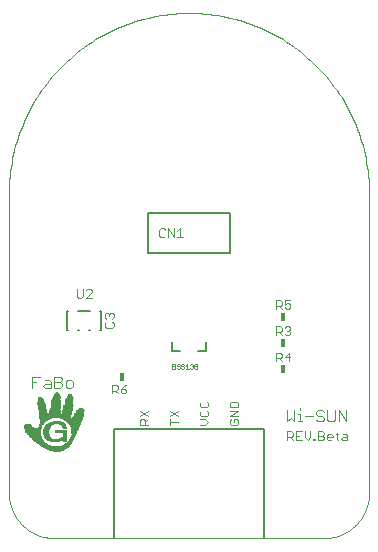
<source format=gto>
G75*
%MOIN*%
%OFA0B0*%
%FSLAX25Y25*%
%IPPOS*%
%LPD*%
%AMOC8*
5,1,8,0,0,1.08239X$1,22.5*
%
%ADD10C,0.00300*%
%ADD11C,0.00500*%
%ADD12C,0.00000*%
%ADD13R,0.01800X0.03000*%
%ADD14C,0.00800*%
%ADD15C,0.00100*%
%ADD16C,0.00600*%
%ADD17R,0.00460X0.00011*%
%ADD18R,0.00920X0.00011*%
%ADD19R,0.01184X0.00011*%
%ADD20R,0.01426X0.00011*%
%ADD21R,0.01610X0.00011*%
%ADD22R,0.01783X0.00011*%
%ADD23R,0.01955X0.00011*%
%ADD24R,0.02093X0.00011*%
%ADD25R,0.02242X0.00011*%
%ADD26R,0.02369X0.00011*%
%ADD27R,0.02495X0.00011*%
%ADD28R,0.02611X0.00011*%
%ADD29R,0.02714X0.00011*%
%ADD30R,0.02829X0.00011*%
%ADD31R,0.02921X0.00011*%
%ADD32R,0.03025X0.00011*%
%ADD33R,0.03128X0.00011*%
%ADD34R,0.03220X0.00011*%
%ADD35R,0.03300X0.00011*%
%ADD36R,0.03392X0.00011*%
%ADD37R,0.03473X0.00011*%
%ADD38R,0.03565X0.00011*%
%ADD39R,0.03645X0.00011*%
%ADD40R,0.03726X0.00011*%
%ADD41R,0.03806X0.00011*%
%ADD42R,0.03875X0.00011*%
%ADD43R,0.03956X0.00011*%
%ADD44R,0.04013X0.00011*%
%ADD45R,0.04082X0.00011*%
%ADD46R,0.04163X0.00011*%
%ADD47R,0.04232X0.00011*%
%ADD48R,0.04301X0.00011*%
%ADD49R,0.04370X0.00011*%
%ADD50R,0.04428X0.00011*%
%ADD51R,0.04497X0.00011*%
%ADD52R,0.04554X0.00011*%
%ADD53R,0.04623X0.00011*%
%ADD54R,0.04680X0.00011*%
%ADD55R,0.04749X0.00011*%
%ADD56R,0.04807X0.00011*%
%ADD57R,0.04864X0.00011*%
%ADD58R,0.04933X0.00011*%
%ADD59R,0.04979X0.00011*%
%ADD60R,0.05037X0.00011*%
%ADD61R,0.05094X0.00011*%
%ADD62R,0.05141X0.00011*%
%ADD63R,0.05209X0.00011*%
%ADD64R,0.05267X0.00011*%
%ADD65R,0.05313X0.00011*%
%ADD66R,0.05370X0.00011*%
%ADD67R,0.05416X0.00011*%
%ADD68R,0.05474X0.00011*%
%ADD69R,0.05520X0.00011*%
%ADD70R,0.05577X0.00011*%
%ADD71R,0.05635X0.00011*%
%ADD72R,0.05681X0.00011*%
%ADD73R,0.05738X0.00011*%
%ADD74R,0.05784X0.00011*%
%ADD75R,0.05842X0.00011*%
%ADD76R,0.05877X0.00011*%
%ADD77R,0.05922X0.00011*%
%ADD78R,0.05980X0.00011*%
%ADD79R,0.06014X0.00011*%
%ADD80R,0.06061X0.00011*%
%ADD81R,0.06118X0.00011*%
%ADD82R,0.06164X0.00011*%
%ADD83R,0.06198X0.00011*%
%ADD84R,0.06256X0.00011*%
%ADD85R,0.06302X0.00011*%
%ADD86R,0.06348X0.00011*%
%ADD87R,0.06394X0.00011*%
%ADD88R,0.06440X0.00011*%
%ADD89R,0.06475X0.00011*%
%ADD90R,0.06532X0.00011*%
%ADD91R,0.06566X0.00011*%
%ADD92R,0.06613X0.00011*%
%ADD93R,0.06647X0.00011*%
%ADD94R,0.06693X0.00011*%
%ADD95R,0.06739X0.00011*%
%ADD96R,0.06773X0.00011*%
%ADD97R,0.06831X0.00011*%
%ADD98R,0.06866X0.00011*%
%ADD99R,0.06911X0.00011*%
%ADD100R,0.06946X0.00011*%
%ADD101R,0.06980X0.00011*%
%ADD102R,0.07027X0.00011*%
%ADD103R,0.07061X0.00011*%
%ADD104R,0.07118X0.00011*%
%ADD105R,0.07153X0.00011*%
%ADD106R,0.07187X0.00011*%
%ADD107R,0.07233X0.00011*%
%ADD108R,0.07268X0.00011*%
%ADD109R,0.07314X0.00011*%
%ADD110R,0.07348X0.00011*%
%ADD111R,0.07372X0.00011*%
%ADD112R,0.07417X0.00011*%
%ADD113R,0.07452X0.00011*%
%ADD114R,0.07486X0.00011*%
%ADD115R,0.07521X0.00011*%
%ADD116R,0.07567X0.00011*%
%ADD117R,0.07602X0.00011*%
%ADD118R,0.07636X0.00011*%
%ADD119R,0.07682X0.00011*%
%ADD120R,0.07716X0.00011*%
%ADD121R,0.07751X0.00011*%
%ADD122R,0.07786X0.00011*%
%ADD123R,0.07831X0.00011*%
%ADD124R,0.07866X0.00011*%
%ADD125R,0.07889X0.00011*%
%ADD126R,0.07923X0.00011*%
%ADD127R,0.07958X0.00011*%
%ADD128R,0.08004X0.00011*%
%ADD129R,0.08038X0.00011*%
%ADD130R,0.08061X0.00011*%
%ADD131R,0.08096X0.00011*%
%ADD132R,0.08130X0.00011*%
%ADD133R,0.08165X0.00011*%
%ADD134R,0.08211X0.00011*%
%ADD135R,0.08234X0.00011*%
%ADD136R,0.08269X0.00011*%
%ADD137R,0.08303X0.00011*%
%ADD138R,0.08338X0.00011*%
%ADD139R,0.08372X0.00011*%
%ADD140R,0.08395X0.00011*%
%ADD141R,0.08430X0.00011*%
%ADD142R,0.08464X0.00011*%
%ADD143R,0.08498X0.00011*%
%ADD144R,0.08533X0.00011*%
%ADD145R,0.04381X0.00011*%
%ADD146R,0.03818X0.00011*%
%ADD147R,0.04140X0.00011*%
%ADD148R,0.03622X0.00011*%
%ADD149R,0.04025X0.00011*%
%ADD150R,0.03496X0.00011*%
%ADD151R,0.03933X0.00011*%
%ADD152R,0.03864X0.00011*%
%ADD153R,0.03312X0.00011*%
%ADD154R,0.03795X0.00011*%
%ADD155R,0.03243X0.00011*%
%ADD156R,0.03737X0.00011*%
%ADD157R,0.03186X0.00011*%
%ADD158R,0.03680X0.00011*%
%ADD159R,0.03128X0.00011*%
%ADD160R,0.03082X0.00011*%
%ADD161R,0.03599X0.00011*%
%ADD162R,0.03036X0.00011*%
%ADD163R,0.03553X0.00011*%
%ADD164R,0.02990X0.00011*%
%ADD165R,0.03530X0.00011*%
%ADD166R,0.02944X0.00011*%
%ADD167R,0.02909X0.00011*%
%ADD168R,0.03461X0.00011*%
%ADD169R,0.02875X0.00011*%
%ADD170R,0.03439X0.00011*%
%ADD171R,0.02840X0.00011*%
%ADD172R,0.02806X0.00011*%
%ADD173R,0.03381X0.00011*%
%ADD174R,0.02783X0.00011*%
%ADD175R,0.03358X0.00011*%
%ADD176R,0.02760X0.00011*%
%ADD177R,0.03335X0.00011*%
%ADD178R,0.02725X0.00011*%
%ADD179R,0.02702X0.00011*%
%ADD180R,0.03289X0.00011*%
%ADD181R,0.02668X0.00011*%
%ADD182R,0.03266X0.00011*%
%ADD183R,0.02645X0.00011*%
%ADD184R,0.02622X0.00011*%
%ADD185R,0.03231X0.00011*%
%ADD186R,0.02599X0.00011*%
%ADD187R,0.03208X0.00011*%
%ADD188R,0.02587X0.00011*%
%ADD189R,0.03197X0.00011*%
%ADD190R,0.02564X0.00011*%
%ADD191R,0.03185X0.00011*%
%ADD192R,0.02541X0.00011*%
%ADD193R,0.03163X0.00011*%
%ADD194R,0.02519X0.00011*%
%ADD195R,0.03151X0.00011*%
%ADD196R,0.03139X0.00011*%
%ADD197R,0.02484X0.00011*%
%ADD198R,0.02449X0.00011*%
%ADD199R,0.03116X0.00011*%
%ADD200R,0.02438X0.00011*%
%ADD201R,0.03105X0.00011*%
%ADD202R,0.02415X0.00011*%
%ADD203R,0.02403X0.00011*%
%ADD204R,0.02380X0.00011*%
%ADD205R,0.03059X0.00011*%
%ADD206R,0.03059X0.00011*%
%ADD207R,0.02357X0.00011*%
%ADD208R,0.02346X0.00011*%
%ADD209R,0.02323X0.00011*%
%ADD210R,0.03024X0.00011*%
%ADD211R,0.02311X0.00011*%
%ADD212R,0.02289X0.00011*%
%ADD213R,0.03002X0.00011*%
%ADD214R,0.02277X0.00011*%
%ADD215R,0.02266X0.00011*%
%ADD216R,0.02231X0.00011*%
%ADD217R,0.02978X0.00011*%
%ADD218R,0.02219X0.00011*%
%ADD219R,0.02967X0.00011*%
%ADD220R,0.02197X0.00011*%
%ADD221R,0.02955X0.00011*%
%ADD222R,0.02185X0.00011*%
%ADD223R,0.02173X0.00011*%
%ADD224R,0.02162X0.00011*%
%ADD225R,0.02150X0.00011*%
%ADD226R,0.02933X0.00011*%
%ADD227R,0.02139X0.00011*%
%ADD228R,0.02932X0.00011*%
%ADD229R,0.02127X0.00011*%
%ADD230R,0.02104X0.00011*%
%ADD231R,0.02105X0.00011*%
%ADD232R,0.02898X0.00011*%
%ADD233R,0.02081X0.00011*%
%ADD234R,0.02070X0.00011*%
%ADD235R,0.02047X0.00011*%
%ADD236R,0.02898X0.00011*%
%ADD237R,0.02886X0.00011*%
%ADD238R,0.02036X0.00011*%
%ADD239R,0.02024X0.00011*%
%ADD240R,0.02001X0.00011*%
%ADD241R,0.02864X0.00011*%
%ADD242R,0.01989X0.00011*%
%ADD243R,0.02863X0.00011*%
%ADD244R,0.01978X0.00011*%
%ADD245R,0.02852X0.00011*%
%ADD246R,0.01943X0.00011*%
%ADD247R,0.01932X0.00011*%
%ADD248R,0.01920X0.00011*%
%ADD249R,0.01909X0.00011*%
%ADD250R,0.02841X0.00011*%
%ADD251R,0.01909X0.00011*%
%ADD252R,0.01897X0.00011*%
%ADD253R,0.01886X0.00011*%
%ADD254R,0.01875X0.00011*%
%ADD255R,0.01874X0.00011*%
%ADD256R,0.01863X0.00011*%
%ADD257R,0.01852X0.00011*%
%ADD258R,0.01840X0.00011*%
%ADD259R,0.01840X0.00011*%
%ADD260R,0.01817X0.00011*%
%ADD261R,0.01817X0.00011*%
%ADD262R,0.01805X0.00011*%
%ADD263R,0.01794X0.00011*%
%ADD264R,0.01771X0.00011*%
%ADD265R,0.01748X0.00011*%
%ADD266R,0.01748X0.00011*%
%ADD267R,0.02829X0.00011*%
%ADD268R,0.01736X0.00011*%
%ADD269R,0.01725X0.00011*%
%ADD270R,0.01713X0.00011*%
%ADD271R,0.01714X0.00011*%
%ADD272R,0.01702X0.00011*%
%ADD273R,0.01691X0.00011*%
%ADD274R,0.01679X0.00011*%
%ADD275R,0.01679X0.00011*%
%ADD276R,0.01667X0.00011*%
%ADD277R,0.01644X0.00011*%
%ADD278R,0.01633X0.00011*%
%ADD279R,0.01622X0.00011*%
%ADD280R,0.01621X0.00011*%
%ADD281R,0.01598X0.00011*%
%ADD282R,0.01587X0.00011*%
%ADD283R,0.01587X0.00011*%
%ADD284R,0.01575X0.00011*%
%ADD285R,0.01564X0.00011*%
%ADD286R,0.01552X0.00011*%
%ADD287R,0.01541X0.00011*%
%ADD288R,0.01553X0.00011*%
%ADD289R,0.01230X0.00011*%
%ADD290R,0.01529X0.00011*%
%ADD291R,0.00690X0.00011*%
%ADD292R,0.01242X0.00011*%
%ADD293R,0.01530X0.00011*%
%ADD294R,0.01000X0.00011*%
%ADD295R,0.01253X0.00011*%
%ADD296R,0.01265X0.00011*%
%ADD297R,0.01518X0.00011*%
%ADD298R,0.01438X0.00011*%
%ADD299R,0.01518X0.00011*%
%ADD300R,0.01277X0.00011*%
%ADD301R,0.01288X0.00011*%
%ADD302R,0.01506X0.00011*%
%ADD303R,0.02058X0.00011*%
%ADD304R,0.01299X0.00011*%
%ADD305R,0.01311X0.00011*%
%ADD306R,0.01495X0.00011*%
%ADD307R,0.02507X0.00011*%
%ADD308R,0.01322X0.00011*%
%ADD309R,0.02610X0.00011*%
%ADD310R,0.02967X0.00011*%
%ADD311R,0.02714X0.00011*%
%ADD312R,0.01334X0.00011*%
%ADD313R,0.01495X0.00011*%
%ADD314R,0.02806X0.00011*%
%ADD315R,0.01345X0.00011*%
%ADD316R,0.01483X0.00011*%
%ADD317R,0.03047X0.00011*%
%ADD318R,0.01472X0.00011*%
%ADD319R,0.02990X0.00011*%
%ADD320R,0.01357X0.00011*%
%ADD321R,0.03427X0.00011*%
%ADD322R,0.01369X0.00011*%
%ADD323R,0.03013X0.00011*%
%ADD324R,0.01460X0.00011*%
%ADD325R,0.01380X0.00011*%
%ADD326R,0.01461X0.00011*%
%ADD327R,0.03691X0.00011*%
%ADD328R,0.03760X0.00011*%
%ADD329R,0.01391X0.00011*%
%ADD330R,0.01449X0.00011*%
%ADD331R,0.03991X0.00011*%
%ADD332R,0.04048X0.00011*%
%ADD333R,0.01403X0.00011*%
%ADD334R,0.04094X0.00011*%
%ADD335R,0.04152X0.00011*%
%ADD336R,0.04197X0.00011*%
%ADD337R,0.01414X0.00011*%
%ADD338R,0.03070X0.00011*%
%ADD339R,0.04266X0.00011*%
%ADD340R,0.04312X0.00011*%
%ADD341R,0.04358X0.00011*%
%ADD342R,0.04404X0.00011*%
%ADD343R,0.03093X0.00011*%
%ADD344R,0.04450X0.00011*%
%ADD345R,0.01426X0.00011*%
%ADD346R,0.03094X0.00011*%
%ADD347R,0.04496X0.00011*%
%ADD348R,0.04589X0.00011*%
%ADD349R,0.04634X0.00011*%
%ADD350R,0.04727X0.00011*%
%ADD351R,0.04750X0.00011*%
%ADD352R,0.04795X0.00011*%
%ADD353R,0.04841X0.00011*%
%ADD354R,0.06359X0.00011*%
%ADD355R,0.06383X0.00011*%
%ADD356R,0.06405X0.00011*%
%ADD357R,0.03151X0.00011*%
%ADD358R,0.06417X0.00011*%
%ADD359R,0.06463X0.00011*%
%ADD360R,0.03174X0.00011*%
%ADD361R,0.06474X0.00011*%
%ADD362R,0.06497X0.00011*%
%ADD363R,0.06520X0.00011*%
%ADD364R,0.06555X0.00011*%
%ADD365R,0.02576X0.00011*%
%ADD366R,0.03277X0.00011*%
%ADD367R,0.03220X0.00011*%
%ADD368R,0.02427X0.00011*%
%ADD369R,0.02392X0.00011*%
%ADD370R,0.01403X0.00011*%
%ADD371R,0.02817X0.00011*%
%ADD372R,0.02771X0.00011*%
%ADD373R,0.03255X0.00011*%
%ADD374R,0.02196X0.00011*%
%ADD375R,0.02691X0.00011*%
%ADD376R,0.02645X0.00011*%
%ADD377R,0.01392X0.00011*%
%ADD378R,0.02576X0.00011*%
%ADD379R,0.02553X0.00011*%
%ADD380R,0.02035X0.00011*%
%ADD381R,0.02461X0.00011*%
%ADD382R,0.03323X0.00011*%
%ADD383R,0.02013X0.00011*%
%ADD384R,0.02001X0.00011*%
%ADD385R,0.02358X0.00011*%
%ADD386R,0.02334X0.00011*%
%ADD387R,0.03346X0.00011*%
%ADD388R,0.01978X0.00011*%
%ADD389R,0.01966X0.00011*%
%ADD390R,0.02288X0.00011*%
%ADD391R,0.01944X0.00011*%
%ADD392R,0.03404X0.00011*%
%ADD393R,0.03404X0.00011*%
%ADD394R,0.03416X0.00011*%
%ADD395R,0.02070X0.00011*%
%ADD396R,0.03438X0.00011*%
%ADD397R,0.03450X0.00011*%
%ADD398R,0.01851X0.00011*%
%ADD399R,0.03473X0.00011*%
%ADD400R,0.03484X0.00011*%
%ADD401R,0.01828X0.00011*%
%ADD402R,0.03519X0.00011*%
%ADD403R,0.01806X0.00011*%
%ADD404R,0.03542X0.00011*%
%ADD405R,0.03565X0.00011*%
%ADD406R,0.01782X0.00011*%
%ADD407R,0.03577X0.00011*%
%ADD408R,0.03588X0.00011*%
%ADD409R,0.03611X0.00011*%
%ADD410R,0.01759X0.00011*%
%ADD411R,0.03634X0.00011*%
%ADD412R,0.03657X0.00011*%
%ADD413R,0.03703X0.00011*%
%ADD414R,0.03714X0.00011*%
%ADD415R,0.01656X0.00011*%
%ADD416R,0.03726X0.00011*%
%ADD417R,0.03761X0.00011*%
%ADD418R,0.03772X0.00011*%
%ADD419R,0.03783X0.00011*%
%ADD420R,0.03795X0.00011*%
%ADD421R,0.03830X0.00011*%
%ADD422R,0.03841X0.00011*%
%ADD423R,0.03852X0.00011*%
%ADD424R,0.03864X0.00011*%
%ADD425R,0.03887X0.00011*%
%ADD426R,0.03898X0.00011*%
%ADD427R,0.03910X0.00011*%
%ADD428R,0.03922X0.00011*%
%ADD429R,0.03944X0.00011*%
%ADD430R,0.03967X0.00011*%
%ADD431R,0.03979X0.00011*%
%ADD432R,0.03990X0.00011*%
%ADD433R,0.04002X0.00011*%
%ADD434R,0.04014X0.00011*%
%ADD435R,0.04059X0.00011*%
%ADD436R,0.04071X0.00011*%
%ADD437R,0.04083X0.00011*%
%ADD438R,0.04105X0.00011*%
%ADD439R,0.04117X0.00011*%
%ADD440R,0.04128X0.00011*%
%ADD441R,0.04151X0.00011*%
%ADD442R,0.01690X0.00011*%
%ADD443R,0.04174X0.00011*%
%ADD444R,0.04186X0.00011*%
%ADD445R,0.04209X0.00011*%
%ADD446R,0.04220X0.00011*%
%ADD447R,0.04244X0.00011*%
%ADD448R,0.04255X0.00011*%
%ADD449R,0.04278X0.00011*%
%ADD450R,0.04289X0.00011*%
%ADD451R,0.04301X0.00011*%
%ADD452R,0.04324X0.00011*%
%ADD453R,0.04336X0.00011*%
%ADD454R,0.04347X0.00011*%
%ADD455R,0.04370X0.00011*%
%ADD456R,0.04393X0.00011*%
%ADD457R,0.04405X0.00011*%
%ADD458R,0.04416X0.00011*%
%ADD459R,0.04427X0.00011*%
%ADD460R,0.04439X0.00011*%
%ADD461R,0.04462X0.00011*%
%ADD462R,0.04473X0.00011*%
%ADD463R,0.04485X0.00011*%
%ADD464R,0.04508X0.00011*%
%ADD465R,0.04519X0.00011*%
%ADD466R,0.04531X0.00011*%
%ADD467R,0.04542X0.00011*%
%ADD468R,0.04566X0.00011*%
%ADD469R,0.04577X0.00011*%
%ADD470R,0.04600X0.00011*%
%ADD471R,0.04611X0.00011*%
%ADD472R,0.04623X0.00011*%
%ADD473R,0.04646X0.00011*%
%ADD474R,0.04658X0.00011*%
%ADD475R,0.04669X0.00011*%
%ADD476R,0.04692X0.00011*%
%ADD477R,0.04703X0.00011*%
%ADD478R,0.04715X0.00011*%
%ADD479R,0.04738X0.00011*%
%ADD480R,0.04761X0.00011*%
%ADD481R,0.04772X0.00011*%
%ADD482R,0.04784X0.00011*%
%ADD483R,0.04818X0.00011*%
%ADD484R,0.04830X0.00011*%
%ADD485R,0.04853X0.00011*%
%ADD486R,0.04876X0.00011*%
%ADD487R,0.03749X0.00011*%
%ADD488R,0.04888X0.00011*%
%ADD489R,0.04899X0.00011*%
%ADD490R,0.04911X0.00011*%
%ADD491R,0.04922X0.00011*%
%ADD492R,0.04945X0.00011*%
%ADD493R,0.04956X0.00011*%
%ADD494R,0.04968X0.00011*%
%ADD495R,0.04980X0.00011*%
%ADD496R,0.04991X0.00011*%
%ADD497R,0.05003X0.00011*%
%ADD498R,0.05014X0.00011*%
%ADD499R,0.05025X0.00011*%
%ADD500R,0.05048X0.00011*%
%ADD501R,0.05060X0.00011*%
%ADD502R,0.05072X0.00011*%
%ADD503R,0.05083X0.00011*%
%ADD504R,0.05106X0.00011*%
%ADD505R,0.05117X0.00011*%
%ADD506R,0.05129X0.00011*%
%ADD507R,0.05152X0.00011*%
%ADD508R,0.05164X0.00011*%
%ADD509R,0.05175X0.00011*%
%ADD510R,0.05186X0.00011*%
%ADD511R,0.05198X0.00011*%
%ADD512R,0.05221X0.00011*%
%ADD513R,0.05232X0.00011*%
%ADD514R,0.05244X0.00011*%
%ADD515R,0.05255X0.00011*%
%ADD516R,0.05278X0.00011*%
%ADD517R,0.05290X0.00011*%
%ADD518R,0.05302X0.00011*%
%ADD519R,0.05324X0.00011*%
%ADD520R,0.05336X0.00011*%
%ADD521R,0.05347X0.00011*%
%ADD522R,0.05359X0.00011*%
%ADD523R,0.02116X0.00011*%
%ADD524R,0.05382X0.00011*%
%ADD525R,0.05394X0.00011*%
%ADD526R,0.05405X0.00011*%
%ADD527R,0.02162X0.00011*%
%ADD528R,0.05428X0.00011*%
%ADD529R,0.05439X0.00011*%
%ADD530R,0.05451X0.00011*%
%ADD531R,0.05462X0.00011*%
%ADD532R,0.02208X0.00011*%
%ADD533R,0.05485X0.00011*%
%ADD534R,0.02231X0.00011*%
%ADD535R,0.05497X0.00011*%
%ADD536R,0.05508X0.00011*%
%ADD537R,0.02254X0.00011*%
%ADD538R,0.05520X0.00011*%
%ADD539R,0.05531X0.00011*%
%ADD540R,0.05543X0.00011*%
%ADD541R,0.05555X0.00011*%
%ADD542R,0.05566X0.00011*%
%ADD543R,0.05578X0.00011*%
%ADD544R,0.05589X0.00011*%
%ADD545R,0.05600X0.00011*%
%ADD546R,0.05612X0.00011*%
%ADD547R,0.05623X0.00011*%
%ADD548R,0.02392X0.00011*%
%ADD549R,0.05646X0.00011*%
%ADD550R,0.02415X0.00011*%
%ADD551R,0.05658X0.00011*%
%ADD552R,0.05669X0.00011*%
%ADD553R,0.02450X0.00011*%
%ADD554R,0.05681X0.00011*%
%ADD555R,0.02472X0.00011*%
%ADD556R,0.05692X0.00011*%
%ADD557R,0.05704X0.00011*%
%ADD558R,0.05716X0.00011*%
%ADD559R,0.05727X0.00011*%
%ADD560R,0.02530X0.00011*%
%ADD561R,0.05739X0.00011*%
%ADD562R,0.02553X0.00011*%
%ADD563R,0.01219X0.00011*%
%ADD564R,0.01196X0.00011*%
%ADD565R,0.02633X0.00011*%
%ADD566R,0.03381X0.00011*%
%ADD567R,0.01173X0.00011*%
%ADD568R,0.01150X0.00011*%
%ADD569R,0.02656X0.00011*%
%ADD570R,0.01127X0.00011*%
%ADD571R,0.01116X0.00011*%
%ADD572R,0.03254X0.00011*%
%ADD573R,0.01092X0.00011*%
%ADD574R,0.01081X0.00011*%
%ADD575R,0.01058X0.00011*%
%ADD576R,0.01047X0.00011*%
%ADD577R,0.02737X0.00011*%
%ADD578R,0.01035X0.00011*%
%ADD579R,0.02748X0.00011*%
%ADD580R,0.01023X0.00011*%
%ADD581R,0.01012X0.00011*%
%ADD582R,0.02794X0.00011*%
%ADD583R,0.00989X0.00011*%
%ADD584R,0.00978X0.00011*%
%ADD585R,0.00966X0.00011*%
%ADD586R,0.00954X0.00011*%
%ADD587R,0.00955X0.00011*%
%ADD588R,0.00943X0.00011*%
%ADD589R,0.00931X0.00011*%
%ADD590R,0.02680X0.00011*%
%ADD591R,0.00920X0.00011*%
%ADD592R,0.02542X0.00011*%
%ADD593R,0.02426X0.00011*%
%ADD594R,0.02323X0.00011*%
%ADD595R,0.02300X0.00011*%
%ADD596R,0.03369X0.00011*%
%ADD597R,0.00977X0.00011*%
%ADD598R,0.00989X0.00011*%
%ADD599R,0.01656X0.00011*%
%ADD600R,0.01012X0.00011*%
%ADD601R,0.01046X0.00011*%
%ADD602R,0.01069X0.00011*%
%ADD603R,0.01139X0.00011*%
%ADD604R,0.03669X0.00011*%
%ADD605R,0.00908X0.00011*%
%ADD606R,0.00828X0.00011*%
%ADD607R,0.01104X0.00011*%
%ADD608R,0.00759X0.00011*%
%ADD609R,0.00678X0.00011*%
%ADD610R,0.00575X0.00011*%
%ADD611R,0.00448X0.00011*%
%ADD612R,0.00264X0.00011*%
%ADD613R,0.01138X0.00011*%
%ADD614R,0.01161X0.00011*%
%ADD615R,0.01173X0.00011*%
%ADD616R,0.03853X0.00011*%
%ADD617R,0.01208X0.00011*%
%ADD618R,0.03921X0.00011*%
%ADD619R,0.02484X0.00011*%
%ADD620R,0.02381X0.00011*%
%ADD621R,0.03979X0.00011*%
%ADD622R,0.05163X0.00011*%
%ADD623R,0.04036X0.00011*%
%ADD624R,0.05002X0.00011*%
%ADD625R,0.01334X0.00011*%
%ADD626R,0.04876X0.00011*%
%ADD627R,0.04692X0.00011*%
%ADD628R,0.04335X0.00011*%
%ADD629R,0.03600X0.00011*%
%ADD630R,0.04531X0.00011*%
%ADD631R,0.04565X0.00011*%
%ADD632R,0.04681X0.00011*%
%ADD633R,0.04784X0.00011*%
%ADD634R,0.04819X0.00011*%
%ADD635R,0.00541X0.00011*%
%ADD636R,0.04910X0.00011*%
%ADD637R,0.05037X0.00011*%
%ADD638R,0.05198X0.00011*%
%ADD639R,0.05393X0.00011*%
%ADD640R,0.05554X0.00011*%
%ADD641R,0.05750X0.00011*%
%ADD642R,0.05761X0.00011*%
%ADD643R,0.05819X0.00011*%
%ADD644R,0.05830X0.00011*%
%ADD645R,0.05865X0.00011*%
%ADD646R,0.05900X0.00011*%
%ADD647R,0.05945X0.00011*%
%ADD648R,0.06003X0.00011*%
%ADD649R,0.02772X0.00011*%
%ADD650R,0.06049X0.00011*%
%ADD651R,0.06072X0.00011*%
%ADD652R,0.06095X0.00011*%
%ADD653R,0.06141X0.00011*%
%ADD654R,0.06175X0.00011*%
%ADD655R,0.06187X0.00011*%
%ADD656R,0.06210X0.00011*%
%ADD657R,0.06244X0.00011*%
%ADD658R,0.06267X0.00011*%
%ADD659R,0.06325X0.00011*%
%ADD660R,0.03117X0.00011*%
%ADD661R,0.03634X0.00011*%
%ADD662R,0.03507X0.00011*%
%ADD663R,0.03508X0.00011*%
%ADD664R,0.03415X0.00011*%
%ADD665R,0.04209X0.00011*%
%ADD666R,0.04439X0.00011*%
%ADD667R,0.03347X0.00011*%
%ADD668R,0.10235X0.00011*%
%ADD669R,0.10247X0.00011*%
%ADD670R,0.10258X0.00011*%
%ADD671R,0.10269X0.00011*%
%ADD672R,0.03312X0.00011*%
%ADD673R,0.10281X0.00011*%
%ADD674R,0.10292X0.00011*%
%ADD675R,0.03278X0.00011*%
%ADD676R,0.10304X0.00011*%
%ADD677R,0.10316X0.00011*%
%ADD678R,0.10327X0.00011*%
%ADD679R,0.10338X0.00011*%
%ADD680R,0.10350X0.00011*%
%ADD681R,0.10361X0.00011*%
%ADD682R,0.10373X0.00011*%
%ADD683R,0.10384X0.00011*%
%ADD684R,0.10396X0.00011*%
%ADD685R,0.10419X0.00011*%
%ADD686R,0.10430X0.00011*%
%ADD687R,0.10442X0.00011*%
%ADD688R,0.10453X0.00011*%
%ADD689R,0.10465X0.00011*%
%ADD690R,0.10477X0.00011*%
%ADD691R,0.10488X0.00011*%
%ADD692R,0.10500X0.00011*%
%ADD693R,0.04140X0.00011*%
%ADD694R,0.03887X0.00011*%
%ADD695R,0.02737X0.00011*%
%ADD696R,0.02703X0.00011*%
%ADD697R,0.00851X0.00011*%
%ADD698R,0.00770X0.00011*%
%ADD699R,0.00655X0.00011*%
%ADD700R,0.00552X0.00011*%
%ADD701R,0.00379X0.00011*%
%ADD702R,0.00011X0.00011*%
%ADD703R,0.02679X0.00011*%
%ADD704R,0.02518X0.00011*%
%ADD705R,0.02128X0.00011*%
%ADD706R,0.01081X0.00011*%
%ADD707R,0.00885X0.00011*%
%ADD708R,0.00863X0.00011*%
%ADD709R,0.00839X0.00011*%
%ADD710R,0.00794X0.00011*%
%ADD711R,0.00747X0.00011*%
%ADD712R,0.00713X0.00011*%
%ADD713R,0.00690X0.00011*%
%ADD714R,0.00644X0.00011*%
%ADD715R,0.00609X0.00011*%
%ADD716R,0.00529X0.00011*%
%ADD717R,0.00471X0.00011*%
%ADD718R,0.00425X0.00011*%
%ADD719R,0.00287X0.00011*%
%ADD720R,0.00195X0.00011*%
%ADD721R,0.01207X0.00011*%
%ADD722R,0.01115X0.00011*%
%ADD723R,0.00886X0.00011*%
%ADD724R,0.00805X0.00011*%
%ADD725R,0.00782X0.00011*%
%ADD726R,0.00724X0.00011*%
%ADD727R,0.00702X0.00011*%
%ADD728R,0.00632X0.00011*%
%ADD729R,0.00598X0.00011*%
%ADD730R,0.00517X0.00011*%
%ADD731R,0.00368X0.00011*%
%ADD732R,0.00322X0.00011*%
%ADD733R,0.00230X0.00011*%
%ADD734R,0.00115X0.00011*%
%ADD735R,0.01368X0.00011*%
%ADD736R,0.00897X0.00011*%
%ADD737R,0.00874X0.00011*%
%ADD738R,0.00817X0.00011*%
%ADD739R,0.00736X0.00011*%
%ADD740R,0.00633X0.00011*%
%ADD741R,0.00586X0.00011*%
%ADD742R,0.00506X0.00011*%
%ADD743R,0.00207X0.00011*%
%ADD744R,0.00103X0.00011*%
D10*
X0011784Y0054150D02*
X0011784Y0057853D01*
X0014252Y0057853D01*
X0016084Y0056619D02*
X0017318Y0056619D01*
X0017936Y0056002D01*
X0017936Y0054150D01*
X0016084Y0054150D01*
X0015467Y0054767D01*
X0016084Y0055384D01*
X0017936Y0055384D01*
X0019150Y0056002D02*
X0021002Y0056002D01*
X0021619Y0055384D01*
X0021619Y0054767D01*
X0021002Y0054150D01*
X0019150Y0054150D01*
X0019150Y0057853D01*
X0021002Y0057853D01*
X0021619Y0057236D01*
X0021619Y0056619D01*
X0021002Y0056002D01*
X0022833Y0056002D02*
X0022833Y0054767D01*
X0023450Y0054150D01*
X0024685Y0054150D01*
X0025302Y0054767D01*
X0025302Y0056002D01*
X0024685Y0056619D01*
X0023450Y0056619D01*
X0022833Y0056002D01*
X0013018Y0056002D02*
X0011784Y0056002D01*
X0027134Y0084150D02*
X0026650Y0084634D01*
X0026650Y0087052D01*
X0027134Y0084150D02*
X0028101Y0084150D01*
X0028585Y0084634D01*
X0028585Y0087052D01*
X0029597Y0086569D02*
X0030080Y0087052D01*
X0031048Y0087052D01*
X0031531Y0086569D01*
X0031531Y0086085D01*
X0029597Y0084150D01*
X0031531Y0084150D01*
X0036431Y0079031D02*
X0036915Y0079031D01*
X0037399Y0078548D01*
X0037883Y0079031D01*
X0038366Y0079031D01*
X0038850Y0078548D01*
X0038850Y0077580D01*
X0038366Y0077097D01*
X0038366Y0076085D02*
X0038850Y0075601D01*
X0038850Y0074634D01*
X0038366Y0074150D01*
X0036431Y0074150D01*
X0035948Y0074634D01*
X0035948Y0075601D01*
X0036431Y0076085D01*
X0036431Y0077097D02*
X0035948Y0077580D01*
X0035948Y0078548D01*
X0036431Y0079031D01*
X0037399Y0078548D02*
X0037399Y0078064D01*
X0038257Y0055102D02*
X0039708Y0055102D01*
X0040192Y0054619D01*
X0040192Y0053651D01*
X0039708Y0053167D01*
X0038257Y0053167D01*
X0038257Y0052200D02*
X0038257Y0055102D01*
X0039224Y0053167D02*
X0040192Y0052200D01*
X0041203Y0052684D02*
X0041687Y0052200D01*
X0042655Y0052200D01*
X0043138Y0052684D01*
X0043138Y0053167D01*
X0042655Y0053651D01*
X0041203Y0053651D01*
X0041203Y0052684D01*
X0041203Y0053651D02*
X0042171Y0054619D01*
X0043138Y0055102D01*
X0047548Y0046531D02*
X0050450Y0044597D01*
X0050450Y0043585D02*
X0049483Y0042617D01*
X0049483Y0043101D02*
X0049483Y0041650D01*
X0050450Y0041650D02*
X0047548Y0041650D01*
X0047548Y0043101D01*
X0048031Y0043585D01*
X0048999Y0043585D01*
X0049483Y0043101D01*
X0047548Y0044597D02*
X0050450Y0046531D01*
X0057548Y0046531D02*
X0060450Y0044597D01*
X0060450Y0046531D02*
X0057548Y0044597D01*
X0057548Y0043585D02*
X0057548Y0041650D01*
X0057548Y0042617D02*
X0060450Y0042617D01*
X0067548Y0041650D02*
X0069483Y0041650D01*
X0070450Y0042617D01*
X0069483Y0043585D01*
X0067548Y0043585D01*
X0068031Y0044597D02*
X0067548Y0045080D01*
X0067548Y0046048D01*
X0068031Y0046531D01*
X0068031Y0047543D02*
X0067548Y0048027D01*
X0067548Y0048994D01*
X0068031Y0049478D01*
X0068031Y0047543D02*
X0069966Y0047543D01*
X0070450Y0048027D01*
X0070450Y0048994D01*
X0069966Y0049478D01*
X0069966Y0046531D02*
X0070450Y0046048D01*
X0070450Y0045080D01*
X0069966Y0044597D01*
X0068031Y0044597D01*
X0077548Y0044597D02*
X0080450Y0046531D01*
X0077548Y0046531D01*
X0077548Y0047543D02*
X0077548Y0048994D01*
X0078031Y0049478D01*
X0079966Y0049478D01*
X0080450Y0048994D01*
X0080450Y0047543D01*
X0077548Y0047543D01*
X0077548Y0044597D02*
X0080450Y0044597D01*
X0079966Y0043585D02*
X0078999Y0043585D01*
X0078999Y0042617D01*
X0079966Y0041650D02*
X0078031Y0041650D01*
X0077548Y0042134D01*
X0077548Y0043101D01*
X0078031Y0043585D01*
X0079966Y0043585D02*
X0080450Y0043101D01*
X0080450Y0042134D01*
X0079966Y0041650D01*
X0092900Y0062900D02*
X0092900Y0065802D01*
X0094351Y0065802D01*
X0094835Y0065319D01*
X0094835Y0064351D01*
X0094351Y0063867D01*
X0092900Y0063867D01*
X0093867Y0063867D02*
X0094835Y0062900D01*
X0095847Y0064351D02*
X0097781Y0064351D01*
X0097298Y0062900D02*
X0097298Y0065802D01*
X0095847Y0064351D01*
X0096330Y0071650D02*
X0095847Y0072134D01*
X0096330Y0071650D02*
X0097298Y0071650D01*
X0097781Y0072134D01*
X0097781Y0072617D01*
X0097298Y0073101D01*
X0096814Y0073101D01*
X0097298Y0073101D02*
X0097781Y0073585D01*
X0097781Y0074069D01*
X0097298Y0074552D01*
X0096330Y0074552D01*
X0095847Y0074069D01*
X0094835Y0074069D02*
X0094835Y0073101D01*
X0094351Y0072617D01*
X0092900Y0072617D01*
X0092900Y0071650D02*
X0092900Y0074552D01*
X0094351Y0074552D01*
X0094835Y0074069D01*
X0093867Y0072617D02*
X0094835Y0071650D01*
X0094835Y0080400D02*
X0093867Y0081367D01*
X0094351Y0081367D02*
X0092900Y0081367D01*
X0092900Y0080400D02*
X0092900Y0083302D01*
X0094351Y0083302D01*
X0094835Y0082819D01*
X0094835Y0081851D01*
X0094351Y0081367D01*
X0095847Y0080884D02*
X0096330Y0080400D01*
X0097298Y0080400D01*
X0097781Y0080884D01*
X0097781Y0081851D01*
X0097298Y0082335D01*
X0096814Y0082335D01*
X0095847Y0081851D01*
X0095847Y0083302D01*
X0097781Y0083302D01*
X0100950Y0047220D02*
X0100950Y0046603D01*
X0100950Y0045369D02*
X0100950Y0042900D01*
X0100333Y0042900D02*
X0101568Y0042900D01*
X0102789Y0044752D02*
X0105257Y0044752D01*
X0106472Y0045369D02*
X0107089Y0044752D01*
X0108323Y0044752D01*
X0108940Y0044134D01*
X0108940Y0043517D01*
X0108323Y0042900D01*
X0107089Y0042900D01*
X0106472Y0043517D01*
X0106472Y0045369D02*
X0106472Y0045986D01*
X0107089Y0046603D01*
X0108323Y0046603D01*
X0108940Y0045986D01*
X0110155Y0046603D02*
X0110155Y0043517D01*
X0110772Y0042900D01*
X0112006Y0042900D01*
X0112624Y0043517D01*
X0112624Y0046603D01*
X0113838Y0046603D02*
X0116307Y0042900D01*
X0116307Y0046603D01*
X0113838Y0046603D02*
X0113838Y0042900D01*
X0113340Y0039069D02*
X0113340Y0037134D01*
X0113823Y0036650D01*
X0114820Y0037134D02*
X0115304Y0037617D01*
X0116755Y0037617D01*
X0116755Y0038101D02*
X0116755Y0036650D01*
X0115304Y0036650D01*
X0114820Y0037134D01*
X0115304Y0038585D02*
X0116271Y0038585D01*
X0116755Y0038101D01*
X0113823Y0038585D02*
X0112856Y0038585D01*
X0111844Y0038101D02*
X0111844Y0037617D01*
X0109909Y0037617D01*
X0109909Y0037134D02*
X0109909Y0038101D01*
X0110393Y0038585D01*
X0111361Y0038585D01*
X0111844Y0038101D01*
X0111361Y0036650D02*
X0110393Y0036650D01*
X0109909Y0037134D01*
X0108898Y0037134D02*
X0108414Y0036650D01*
X0106963Y0036650D01*
X0106963Y0039552D01*
X0108414Y0039552D01*
X0108898Y0039069D01*
X0108898Y0038585D01*
X0108414Y0038101D01*
X0106963Y0038101D01*
X0105973Y0037134D02*
X0105973Y0036650D01*
X0105490Y0036650D01*
X0105490Y0037134D01*
X0105973Y0037134D01*
X0104478Y0037617D02*
X0104478Y0039552D01*
X0104478Y0037617D02*
X0103511Y0036650D01*
X0102543Y0037617D01*
X0102543Y0039552D01*
X0101531Y0039552D02*
X0099597Y0039552D01*
X0099597Y0036650D01*
X0101531Y0036650D01*
X0100564Y0038101D02*
X0099597Y0038101D01*
X0098585Y0038101D02*
X0098101Y0037617D01*
X0096650Y0037617D01*
X0096650Y0036650D02*
X0096650Y0039552D01*
X0098101Y0039552D01*
X0098585Y0039069D01*
X0098585Y0038101D01*
X0097617Y0037617D02*
X0098585Y0036650D01*
X0099119Y0042900D02*
X0099119Y0046603D01*
X0100333Y0045369D02*
X0100950Y0045369D01*
X0099119Y0042900D02*
X0097884Y0044134D01*
X0096650Y0042900D01*
X0096650Y0046603D01*
X0108414Y0038101D02*
X0108898Y0037617D01*
X0108898Y0037134D01*
X0061978Y0104322D02*
X0060043Y0104322D01*
X0061011Y0104322D02*
X0061011Y0107224D01*
X0060043Y0106257D01*
X0059031Y0107224D02*
X0059031Y0104322D01*
X0057097Y0107224D01*
X0057097Y0104322D01*
X0056085Y0104805D02*
X0055601Y0104322D01*
X0054634Y0104322D01*
X0054150Y0104805D01*
X0054150Y0106740D01*
X0054634Y0107224D01*
X0055601Y0107224D01*
X0056085Y0106740D01*
D11*
X0050417Y0112465D02*
X0050417Y0099079D01*
X0077583Y0099079D01*
X0077583Y0112465D01*
X0050417Y0112465D01*
X0039000Y0040250D02*
X0089000Y0040250D01*
X0089000Y0004000D01*
X0039000Y0004000D02*
X0039000Y0040250D01*
D12*
X0004000Y0019000D02*
X0004000Y0119000D01*
X0004000Y0019000D02*
X0004004Y0018638D01*
X0004018Y0018275D01*
X0004039Y0017913D01*
X0004070Y0017552D01*
X0004109Y0017192D01*
X0004157Y0016833D01*
X0004214Y0016475D01*
X0004279Y0016118D01*
X0004353Y0015763D01*
X0004436Y0015410D01*
X0004527Y0015059D01*
X0004626Y0014711D01*
X0004734Y0014365D01*
X0004850Y0014021D01*
X0004975Y0013681D01*
X0005107Y0013344D01*
X0005248Y0013010D01*
X0005397Y0012679D01*
X0005554Y0012352D01*
X0005718Y0012029D01*
X0005890Y0011710D01*
X0006070Y0011396D01*
X0006258Y0011085D01*
X0006453Y0010780D01*
X0006655Y0010479D01*
X0006865Y0010183D01*
X0007081Y0009893D01*
X0007305Y0009607D01*
X0007535Y0009327D01*
X0007772Y0009053D01*
X0008016Y0008785D01*
X0008266Y0008522D01*
X0008522Y0008266D01*
X0008785Y0008016D01*
X0009053Y0007772D01*
X0009327Y0007535D01*
X0009607Y0007305D01*
X0009893Y0007081D01*
X0010183Y0006865D01*
X0010479Y0006655D01*
X0010780Y0006453D01*
X0011085Y0006258D01*
X0011396Y0006070D01*
X0011710Y0005890D01*
X0012029Y0005718D01*
X0012352Y0005554D01*
X0012679Y0005397D01*
X0013010Y0005248D01*
X0013344Y0005107D01*
X0013681Y0004975D01*
X0014021Y0004850D01*
X0014365Y0004734D01*
X0014711Y0004626D01*
X0015059Y0004527D01*
X0015410Y0004436D01*
X0015763Y0004353D01*
X0016118Y0004279D01*
X0016475Y0004214D01*
X0016833Y0004157D01*
X0017192Y0004109D01*
X0017552Y0004070D01*
X0017913Y0004039D01*
X0018275Y0004018D01*
X0018638Y0004004D01*
X0019000Y0004000D01*
X0109000Y0004000D01*
X0109362Y0004004D01*
X0109725Y0004018D01*
X0110087Y0004039D01*
X0110448Y0004070D01*
X0110808Y0004109D01*
X0111167Y0004157D01*
X0111525Y0004214D01*
X0111882Y0004279D01*
X0112237Y0004353D01*
X0112590Y0004436D01*
X0112941Y0004527D01*
X0113289Y0004626D01*
X0113635Y0004734D01*
X0113979Y0004850D01*
X0114319Y0004975D01*
X0114656Y0005107D01*
X0114990Y0005248D01*
X0115321Y0005397D01*
X0115648Y0005554D01*
X0115971Y0005718D01*
X0116290Y0005890D01*
X0116604Y0006070D01*
X0116915Y0006258D01*
X0117220Y0006453D01*
X0117521Y0006655D01*
X0117817Y0006865D01*
X0118107Y0007081D01*
X0118393Y0007305D01*
X0118673Y0007535D01*
X0118947Y0007772D01*
X0119215Y0008016D01*
X0119478Y0008266D01*
X0119734Y0008522D01*
X0119984Y0008785D01*
X0120228Y0009053D01*
X0120465Y0009327D01*
X0120695Y0009607D01*
X0120919Y0009893D01*
X0121135Y0010183D01*
X0121345Y0010479D01*
X0121547Y0010780D01*
X0121742Y0011085D01*
X0121930Y0011396D01*
X0122110Y0011710D01*
X0122282Y0012029D01*
X0122446Y0012352D01*
X0122603Y0012679D01*
X0122752Y0013010D01*
X0122893Y0013344D01*
X0123025Y0013681D01*
X0123150Y0014021D01*
X0123266Y0014365D01*
X0123374Y0014711D01*
X0123473Y0015059D01*
X0123564Y0015410D01*
X0123647Y0015763D01*
X0123721Y0016118D01*
X0123786Y0016475D01*
X0123843Y0016833D01*
X0123891Y0017192D01*
X0123930Y0017552D01*
X0123961Y0017913D01*
X0123982Y0018275D01*
X0123996Y0018638D01*
X0124000Y0019000D01*
X0124000Y0119000D01*
X0123982Y0120461D01*
X0123929Y0121921D01*
X0123840Y0123380D01*
X0123716Y0124836D01*
X0123556Y0126288D01*
X0123361Y0127736D01*
X0123130Y0129179D01*
X0122865Y0130616D01*
X0122565Y0132046D01*
X0122230Y0133468D01*
X0121860Y0134882D01*
X0121456Y0136286D01*
X0121018Y0137680D01*
X0120546Y0139063D01*
X0120041Y0140434D01*
X0119502Y0141792D01*
X0118931Y0143137D01*
X0118327Y0144467D01*
X0117691Y0145783D01*
X0117023Y0147082D01*
X0116323Y0148365D01*
X0115592Y0149630D01*
X0114831Y0150878D01*
X0114040Y0152106D01*
X0113219Y0153315D01*
X0112369Y0154503D01*
X0111490Y0155670D01*
X0110583Y0156816D01*
X0109648Y0157939D01*
X0108686Y0159039D01*
X0107698Y0160115D01*
X0106684Y0161167D01*
X0105644Y0162194D01*
X0104580Y0163195D01*
X0103492Y0164171D01*
X0102380Y0165119D01*
X0101246Y0166040D01*
X0100089Y0166933D01*
X0098912Y0167797D01*
X0097713Y0168633D01*
X0096494Y0169439D01*
X0095256Y0170216D01*
X0094000Y0170962D01*
X0092726Y0171677D01*
X0091435Y0172361D01*
X0090127Y0173013D01*
X0088804Y0173633D01*
X0087466Y0174221D01*
X0086115Y0174776D01*
X0084750Y0175298D01*
X0083373Y0175786D01*
X0081984Y0176241D01*
X0080585Y0176662D01*
X0079176Y0177049D01*
X0077758Y0177401D01*
X0076332Y0177719D01*
X0074898Y0178002D01*
X0073458Y0178250D01*
X0072013Y0178463D01*
X0070562Y0178640D01*
X0069108Y0178782D01*
X0067651Y0178889D01*
X0066191Y0178960D01*
X0064731Y0178996D01*
X0063269Y0178996D01*
X0061809Y0178960D01*
X0060349Y0178889D01*
X0058892Y0178782D01*
X0057438Y0178640D01*
X0055987Y0178463D01*
X0054542Y0178250D01*
X0053102Y0178002D01*
X0051668Y0177719D01*
X0050242Y0177401D01*
X0048824Y0177049D01*
X0047415Y0176662D01*
X0046016Y0176241D01*
X0044627Y0175786D01*
X0043250Y0175298D01*
X0041885Y0174776D01*
X0040534Y0174221D01*
X0039196Y0173633D01*
X0037873Y0173013D01*
X0036565Y0172361D01*
X0035274Y0171677D01*
X0034000Y0170962D01*
X0032744Y0170216D01*
X0031506Y0169439D01*
X0030287Y0168633D01*
X0029088Y0167797D01*
X0027911Y0166933D01*
X0026754Y0166040D01*
X0025620Y0165119D01*
X0024508Y0164171D01*
X0023420Y0163195D01*
X0022356Y0162194D01*
X0021316Y0161167D01*
X0020302Y0160115D01*
X0019314Y0159039D01*
X0018352Y0157939D01*
X0017417Y0156816D01*
X0016510Y0155670D01*
X0015631Y0154503D01*
X0014781Y0153315D01*
X0013960Y0152106D01*
X0013169Y0150878D01*
X0012408Y0149630D01*
X0011677Y0148365D01*
X0010977Y0147082D01*
X0010309Y0145783D01*
X0009673Y0144467D01*
X0009069Y0143137D01*
X0008498Y0141792D01*
X0007959Y0140434D01*
X0007454Y0139063D01*
X0006982Y0137680D01*
X0006544Y0136286D01*
X0006140Y0134882D01*
X0005770Y0133468D01*
X0005435Y0132046D01*
X0005135Y0130616D01*
X0004870Y0129179D01*
X0004639Y0127736D01*
X0004444Y0126288D01*
X0004284Y0124836D01*
X0004160Y0123380D01*
X0004071Y0121921D01*
X0004018Y0120461D01*
X0004000Y0119000D01*
D13*
X0041500Y0057750D03*
X0095250Y0060250D03*
X0095250Y0069000D03*
X0095250Y0077750D03*
D14*
X0069512Y0069394D02*
X0069512Y0066244D01*
X0067150Y0066244D01*
X0060850Y0066244D02*
X0058488Y0066244D01*
X0058488Y0069394D01*
D15*
X0058460Y0061951D02*
X0059211Y0061951D01*
X0059461Y0061701D01*
X0059461Y0061451D01*
X0059211Y0061201D01*
X0058460Y0061201D01*
X0058460Y0061951D02*
X0058460Y0060450D01*
X0059211Y0060450D01*
X0059461Y0060700D01*
X0059461Y0060950D01*
X0059211Y0061201D01*
X0059934Y0061451D02*
X0060184Y0061201D01*
X0060684Y0061201D01*
X0060935Y0060950D01*
X0060935Y0060700D01*
X0060684Y0060450D01*
X0060184Y0060450D01*
X0059934Y0060700D01*
X0059934Y0061451D02*
X0059934Y0061701D01*
X0060184Y0061951D01*
X0060684Y0061951D01*
X0060935Y0061701D01*
X0061407Y0061701D02*
X0061407Y0061451D01*
X0061657Y0061201D01*
X0062158Y0061201D01*
X0062408Y0060950D01*
X0062408Y0060700D01*
X0062158Y0060450D01*
X0061657Y0060450D01*
X0061407Y0060700D01*
X0061407Y0061701D02*
X0061657Y0061951D01*
X0062158Y0061951D01*
X0062408Y0061701D01*
X0062880Y0061451D02*
X0063381Y0061951D01*
X0063381Y0060450D01*
X0063881Y0060450D02*
X0062880Y0060450D01*
X0064353Y0060700D02*
X0064604Y0060450D01*
X0065104Y0060450D01*
X0065354Y0060700D01*
X0065354Y0060950D01*
X0065104Y0061201D01*
X0064854Y0061201D01*
X0065104Y0061201D02*
X0065354Y0061451D01*
X0065354Y0061701D01*
X0065104Y0061951D01*
X0064604Y0061951D01*
X0064353Y0061701D01*
X0065827Y0061701D02*
X0065827Y0061451D01*
X0066077Y0061201D01*
X0066577Y0061201D01*
X0066828Y0060950D01*
X0066828Y0060700D01*
X0066577Y0060450D01*
X0066077Y0060450D01*
X0065827Y0060700D01*
X0065827Y0060950D01*
X0066077Y0061201D01*
X0066577Y0061201D02*
X0066828Y0061451D01*
X0066828Y0061701D01*
X0066577Y0061951D01*
X0066077Y0061951D01*
X0065827Y0061701D01*
D16*
X0034598Y0073311D02*
X0034228Y0073311D01*
X0034598Y0073311D02*
X0034598Y0079689D01*
X0034228Y0079689D01*
X0031055Y0079689D02*
X0026945Y0079689D01*
X0023772Y0079689D02*
X0023402Y0079689D01*
X0023402Y0073311D01*
X0023772Y0073311D01*
X0026945Y0073311D02*
X0027315Y0073311D01*
X0030685Y0073311D02*
X0031055Y0073311D01*
D17*
X0019896Y0032750D03*
D18*
X0019896Y0032761D03*
X0014480Y0040995D03*
X0014491Y0041018D03*
X0014514Y0041064D03*
X0014514Y0041076D03*
X0014526Y0041088D03*
X0014526Y0041099D03*
X0014560Y0041156D03*
X0014560Y0041168D03*
X0014572Y0041191D03*
X0014595Y0041237D03*
D19*
X0014899Y0041927D03*
X0010230Y0041697D03*
X0014474Y0050471D03*
X0024341Y0051472D03*
X0024341Y0051484D03*
X0019891Y0032773D03*
D20*
X0019896Y0032784D03*
X0022599Y0036338D03*
X0022599Y0036349D03*
X0022599Y0036361D03*
X0024692Y0036395D03*
X0024703Y0036418D03*
X0024726Y0036453D03*
X0025209Y0037396D03*
X0025221Y0037419D03*
X0025232Y0037442D03*
X0025232Y0037453D03*
X0025255Y0037499D03*
X0025255Y0037511D03*
X0025267Y0037522D03*
X0025267Y0037534D03*
X0025278Y0037557D03*
X0015066Y0042272D03*
X0015066Y0042284D03*
X0014503Y0050276D03*
D21*
X0014537Y0050092D03*
X0014537Y0050080D03*
X0015170Y0042479D03*
X0010248Y0041570D03*
X0019896Y0032796D03*
X0022507Y0037522D03*
X0022507Y0037534D03*
X0022507Y0037545D03*
X0024174Y0035671D03*
X0024163Y0035659D03*
X0024151Y0035648D03*
X0025566Y0038373D03*
X0025566Y0038385D03*
X0025577Y0038396D03*
X0025577Y0038408D03*
X0025577Y0038420D03*
X0022300Y0041340D03*
X0022288Y0041363D03*
X0022277Y0041375D03*
X0022265Y0041398D03*
X0028015Y0046826D03*
X0024301Y0051150D03*
X0024301Y0051161D03*
D22*
X0027975Y0046745D03*
X0025709Y0038925D03*
X0025709Y0038914D03*
X0022420Y0037270D03*
X0019891Y0032807D03*
X0016970Y0037258D03*
X0016958Y0037270D03*
X0016958Y0037281D03*
X0016935Y0037304D03*
X0016855Y0040823D03*
X0016877Y0040857D03*
X0016877Y0040869D03*
X0016889Y0040880D03*
X0016923Y0040938D03*
X0016935Y0040949D03*
X0014577Y0049873D03*
D23*
X0014618Y0049632D03*
X0014618Y0049620D03*
X0015354Y0042813D03*
X0017723Y0041731D03*
X0017343Y0036902D03*
X0019896Y0032819D03*
X0023530Y0035015D03*
X0023542Y0035027D03*
X0025796Y0039328D03*
X0025796Y0039339D03*
X0025796Y0039351D03*
X0027946Y0046642D03*
X0024255Y0050805D03*
X0024255Y0050816D03*
X0021725Y0041870D03*
X0010271Y0041432D03*
D24*
X0010282Y0041363D03*
X0014664Y0049390D03*
X0014664Y0049402D03*
X0015423Y0042927D03*
X0021598Y0041927D03*
X0022265Y0037005D03*
X0023346Y0034866D03*
X0025842Y0039615D03*
X0025842Y0039627D03*
X0025842Y0039638D03*
X0027912Y0046550D03*
X0024232Y0050644D03*
X0024232Y0050655D03*
X0019896Y0051277D03*
X0019896Y0032830D03*
D25*
X0019891Y0032842D03*
X0022191Y0036913D03*
X0023145Y0034716D03*
X0025882Y0039903D03*
X0025882Y0039914D03*
X0025882Y0039926D03*
X0027871Y0046423D03*
X0024203Y0050448D03*
X0024203Y0050460D03*
X0019891Y0051092D03*
X0014716Y0049103D03*
X0014716Y0049091D03*
X0014716Y0049080D03*
X0010299Y0041283D03*
X0021466Y0041973D03*
D26*
X0023001Y0034624D03*
X0019885Y0032853D03*
X0025899Y0040133D03*
X0027831Y0046309D03*
X0024174Y0050253D03*
X0024174Y0050264D03*
X0019885Y0050909D03*
X0019885Y0050920D03*
X0019885Y0050931D03*
X0015549Y0043123D03*
X0014767Y0048770D03*
X0014767Y0048781D03*
X0014767Y0048792D03*
X0010328Y0041202D03*
D27*
X0014830Y0048367D03*
X0014830Y0048378D03*
X0014830Y0048390D03*
X0014830Y0048402D03*
X0019867Y0050713D03*
X0024134Y0050034D03*
X0024134Y0050023D03*
X0024134Y0050011D03*
X0027780Y0046159D03*
X0025916Y0040340D03*
X0022869Y0034544D03*
X0019891Y0032865D03*
X0021294Y0042007D03*
D28*
X0025928Y0040513D03*
X0027734Y0046009D03*
X0019891Y0032877D03*
X0014923Y0047849D03*
X0014923Y0047861D03*
X0014923Y0047872D03*
X0014911Y0047884D03*
X0014911Y0047895D03*
X0014911Y0047907D03*
X0014911Y0047918D03*
D29*
X0019885Y0032888D03*
D30*
X0019885Y0032899D03*
X0015216Y0035188D03*
X0015170Y0035222D03*
X0015158Y0035234D03*
X0015135Y0035245D03*
X0015124Y0035257D03*
X0015112Y0035268D03*
X0015078Y0035291D03*
X0015066Y0035303D03*
X0015032Y0035326D03*
X0015020Y0035338D03*
X0014963Y0035384D03*
X0014905Y0035429D03*
X0010443Y0040903D03*
X0015239Y0046274D03*
X0015239Y0046285D03*
X0015227Y0046320D03*
X0015227Y0046331D03*
X0015227Y0046343D03*
X0015216Y0046366D03*
X0015216Y0046377D03*
X0015204Y0046423D03*
X0015768Y0043399D03*
X0019804Y0050034D03*
X0019804Y0050046D03*
X0019804Y0050057D03*
X0023990Y0049114D03*
X0023990Y0049103D03*
X0023990Y0049091D03*
X0023979Y0049045D03*
X0027613Y0045641D03*
X0027613Y0045630D03*
X0025934Y0040823D03*
X0025934Y0040811D03*
D31*
X0025934Y0040938D03*
X0023093Y0043675D03*
X0023910Y0048609D03*
X0023910Y0048620D03*
X0023910Y0048631D03*
X0023921Y0048654D03*
X0023921Y0048666D03*
X0023921Y0048677D03*
X0023921Y0048689D03*
X0019770Y0049793D03*
X0015411Y0045653D03*
X0015411Y0045641D03*
X0015411Y0045630D03*
X0015423Y0045618D03*
X0015423Y0045607D03*
X0015423Y0045595D03*
X0015434Y0045572D03*
X0015814Y0043445D03*
X0014342Y0035924D03*
X0014353Y0035913D03*
X0014365Y0035901D03*
X0014376Y0035889D03*
X0014388Y0035878D03*
X0015710Y0034854D03*
X0015733Y0034843D03*
X0019885Y0032911D03*
X0027544Y0045434D03*
D32*
X0027446Y0045170D03*
X0027434Y0045147D03*
X0027434Y0045135D03*
X0025928Y0041064D03*
X0023789Y0047884D03*
X0023789Y0047895D03*
X0023789Y0047907D03*
X0015578Y0045135D03*
X0015578Y0045124D03*
X0015566Y0045159D03*
X0010518Y0040765D03*
X0019879Y0032922D03*
D33*
X0019885Y0032934D03*
X0025922Y0041191D03*
X0023208Y0045296D03*
X0023208Y0045308D03*
X0023208Y0045320D03*
D34*
X0022921Y0043790D03*
X0025922Y0041283D03*
X0027118Y0044411D03*
X0019885Y0032945D03*
D35*
X0019879Y0032957D03*
X0013520Y0036809D03*
X0013508Y0036821D03*
X0015980Y0043617D03*
X0019614Y0048252D03*
X0019614Y0048263D03*
X0019614Y0048275D03*
X0019614Y0048286D03*
X0019614Y0048298D03*
X0022880Y0043813D03*
X0025916Y0041375D03*
X0026986Y0044146D03*
X0026997Y0044170D03*
D36*
X0026848Y0043905D03*
X0026837Y0043893D03*
X0025905Y0041467D03*
X0022133Y0034256D03*
X0021616Y0036602D03*
X0019879Y0032968D03*
X0016648Y0034395D03*
X0013405Y0036947D03*
X0013393Y0036959D03*
X0013381Y0036970D03*
X0016027Y0043652D03*
X0019557Y0047677D03*
X0019557Y0047688D03*
X0019557Y0047700D03*
X0019557Y0047711D03*
X0019568Y0047746D03*
X0019568Y0047757D03*
X0019568Y0047769D03*
X0019568Y0047780D03*
X0019568Y0047792D03*
D37*
X0019517Y0047274D03*
X0019517Y0047263D03*
X0019517Y0047252D03*
X0019517Y0047240D03*
X0019517Y0047228D03*
X0019517Y0047217D03*
X0016067Y0043686D03*
X0019873Y0032980D03*
D38*
X0019873Y0032991D03*
X0019425Y0036177D03*
X0022748Y0043882D03*
X0019482Y0046745D03*
X0019482Y0046757D03*
X0019482Y0046768D03*
X0019482Y0046780D03*
X0019482Y0046791D03*
X0019482Y0046803D03*
X0026647Y0043640D03*
X0026658Y0043652D03*
X0013180Y0037235D03*
D39*
X0013094Y0037350D03*
X0013082Y0037361D03*
X0016901Y0034314D03*
X0019867Y0033003D03*
X0025870Y0041720D03*
X0022696Y0043905D03*
X0019453Y0046354D03*
X0019453Y0046366D03*
X0019453Y0046377D03*
X0019453Y0046389D03*
X0019453Y0046400D03*
X0019453Y0046412D03*
X0016141Y0043744D03*
D40*
X0019436Y0046032D03*
X0019436Y0046044D03*
X0019436Y0046055D03*
X0019436Y0046067D03*
X0025853Y0041800D03*
X0019873Y0033014D03*
D41*
X0019867Y0033026D03*
X0019925Y0042387D03*
X0019419Y0045734D03*
X0019419Y0045745D03*
X0019419Y0045756D03*
X0019419Y0045768D03*
X0019419Y0045779D03*
X0016210Y0043790D03*
X0012921Y0037580D03*
X0012933Y0037568D03*
X0025848Y0041870D03*
D42*
X0025836Y0041927D03*
X0019419Y0036234D03*
X0019867Y0033038D03*
X0012864Y0037660D03*
X0016245Y0043813D03*
D43*
X0016285Y0043836D03*
X0019413Y0045331D03*
X0019413Y0045342D03*
X0019413Y0045354D03*
X0025819Y0042007D03*
X0025819Y0041996D03*
X0019862Y0033049D03*
X0012801Y0037752D03*
X0012789Y0037764D03*
D44*
X0012749Y0037833D03*
X0019856Y0033060D03*
X0025813Y0042053D03*
X0019407Y0045216D03*
D45*
X0019856Y0033072D03*
D46*
X0019850Y0033084D03*
X0025784Y0042168D03*
X0022438Y0043985D03*
X0019413Y0044928D03*
D47*
X0019908Y0042306D03*
X0019850Y0033095D03*
X0012571Y0038097D03*
D48*
X0012525Y0038178D03*
X0019850Y0033106D03*
X0025750Y0042284D03*
D49*
X0019850Y0033118D03*
X0016481Y0043928D03*
D50*
X0022305Y0044009D03*
X0019845Y0033129D03*
D51*
X0019845Y0033141D03*
X0025709Y0042433D03*
D52*
X0019896Y0042238D03*
X0019402Y0036384D03*
X0019839Y0033152D03*
X0012352Y0038477D03*
X0012341Y0038488D03*
D53*
X0019839Y0033164D03*
X0025681Y0042525D03*
D54*
X0019396Y0036418D03*
X0019833Y0033175D03*
X0012266Y0038649D03*
D55*
X0012220Y0038741D03*
X0019833Y0033187D03*
X0025652Y0042617D03*
D56*
X0019827Y0033198D03*
X0012191Y0038810D03*
D57*
X0012151Y0038902D03*
X0019821Y0033210D03*
X0025629Y0042686D03*
D58*
X0019821Y0033221D03*
X0012116Y0038995D03*
D59*
X0019821Y0033233D03*
D60*
X0019816Y0033245D03*
X0012065Y0039132D03*
X0012065Y0039144D03*
D61*
X0012036Y0039224D03*
X0019810Y0033256D03*
X0025571Y0042835D03*
D62*
X0025560Y0042870D03*
X0019810Y0033267D03*
X0012013Y0039293D03*
X0012013Y0039305D03*
D63*
X0019856Y0042065D03*
X0025537Y0042916D03*
X0019810Y0033279D03*
D64*
X0019804Y0033290D03*
X0011961Y0039489D03*
X0011961Y0039500D03*
D65*
X0011938Y0039581D03*
X0019850Y0042030D03*
X0019804Y0033302D03*
D66*
X0019798Y0033313D03*
X0025502Y0043008D03*
X0011921Y0039684D03*
X0011921Y0039673D03*
D67*
X0011909Y0039753D03*
X0011909Y0039765D03*
X0019798Y0033325D03*
D68*
X0019793Y0033336D03*
X0025474Y0043065D03*
X0011892Y0039868D03*
X0011892Y0039857D03*
D69*
X0019793Y0033348D03*
D70*
X0019787Y0033359D03*
D71*
X0019781Y0033371D03*
X0025428Y0043157D03*
X0011869Y0040190D03*
X0011869Y0040179D03*
X0011869Y0040167D03*
D72*
X0019781Y0033382D03*
D73*
X0019775Y0033394D03*
D74*
X0019776Y0033405D03*
X0025376Y0043238D03*
D75*
X0019770Y0033417D03*
D76*
X0019764Y0033428D03*
X0025353Y0043284D03*
D77*
X0025341Y0043307D03*
X0019764Y0033440D03*
D78*
X0019758Y0033452D03*
X0025324Y0043330D03*
D79*
X0025307Y0043353D03*
X0019752Y0033463D03*
D80*
X0019752Y0033474D03*
D81*
X0019747Y0033486D03*
X0025278Y0043399D03*
D82*
X0019747Y0033497D03*
D83*
X0019741Y0033509D03*
D84*
X0019735Y0033520D03*
D85*
X0019735Y0033532D03*
X0025221Y0043479D03*
D86*
X0025198Y0043502D03*
X0019735Y0033543D03*
D87*
X0019724Y0033555D03*
D88*
X0019724Y0033566D03*
X0020092Y0036522D03*
X0025175Y0043537D03*
D89*
X0019718Y0033578D03*
D90*
X0019712Y0033589D03*
X0020046Y0036579D03*
D91*
X0019706Y0033601D03*
D92*
X0019706Y0033613D03*
D93*
X0019701Y0033624D03*
D94*
X0019701Y0033635D03*
D95*
X0019701Y0033647D03*
D96*
X0019695Y0033659D03*
D97*
X0019689Y0033670D03*
D98*
X0019684Y0033681D03*
D99*
X0019684Y0033693D03*
D100*
X0019678Y0033704D03*
D101*
X0019672Y0033716D03*
D102*
X0019672Y0033727D03*
D103*
X0019666Y0033739D03*
D104*
X0019660Y0033750D03*
D105*
X0019655Y0033762D03*
D106*
X0019649Y0033773D03*
D107*
X0019649Y0033785D03*
D108*
X0019643Y0033796D03*
D109*
X0019643Y0033808D03*
D110*
X0019638Y0033820D03*
X0020971Y0044767D03*
X0020971Y0044779D03*
X0020971Y0044790D03*
X0020983Y0044802D03*
X0020983Y0044813D03*
X0020983Y0044825D03*
X0020983Y0044836D03*
X0020995Y0044848D03*
X0020995Y0044859D03*
X0020995Y0044871D03*
X0020995Y0044882D03*
X0021006Y0044894D03*
X0021006Y0044905D03*
X0021006Y0044917D03*
D111*
X0019638Y0033831D03*
D112*
X0019638Y0033842D03*
D113*
X0019632Y0033854D03*
D114*
X0019626Y0033865D03*
D115*
X0019620Y0033877D03*
D116*
X0019620Y0033888D03*
D117*
X0019615Y0033900D03*
D118*
X0019609Y0033911D03*
D119*
X0019609Y0033923D03*
D120*
X0019603Y0033934D03*
D121*
X0019597Y0033946D03*
D122*
X0019591Y0033957D03*
D123*
X0019591Y0033969D03*
D124*
X0019586Y0033980D03*
D125*
X0019586Y0033992D03*
D126*
X0019580Y0034003D03*
D127*
X0019574Y0034015D03*
D128*
X0019574Y0034027D03*
D129*
X0019568Y0034038D03*
D130*
X0019568Y0034049D03*
D131*
X0019563Y0034061D03*
D132*
X0019557Y0034072D03*
D133*
X0019551Y0034084D03*
D134*
X0019551Y0034095D03*
D135*
X0019551Y0034107D03*
D136*
X0019545Y0034118D03*
D137*
X0019540Y0034130D03*
D138*
X0019534Y0034141D03*
D139*
X0019528Y0034153D03*
D140*
X0019528Y0034164D03*
D141*
X0019523Y0034176D03*
D142*
X0019517Y0034188D03*
D143*
X0019523Y0034199D03*
D144*
X0019517Y0034210D03*
D145*
X0017418Y0034222D03*
X0012462Y0038281D03*
D146*
X0012916Y0037591D03*
X0019413Y0036223D03*
X0021886Y0034222D03*
X0025842Y0041881D03*
X0019413Y0045722D03*
D147*
X0025784Y0042157D03*
X0017286Y0034234D03*
X0012640Y0037994D03*
D148*
X0013105Y0037327D03*
X0013117Y0037315D03*
X0010817Y0040466D03*
X0019419Y0036188D03*
X0021995Y0034234D03*
X0025870Y0041709D03*
X0019453Y0046435D03*
X0019453Y0046446D03*
X0019453Y0046458D03*
X0019453Y0046470D03*
D149*
X0019413Y0045204D03*
X0019413Y0045193D03*
X0019413Y0045181D03*
X0017205Y0034245D03*
X0012732Y0037856D03*
X0025807Y0042065D03*
D150*
X0025888Y0041582D03*
X0026716Y0043721D03*
X0022070Y0034245D03*
X0019425Y0036165D03*
X0016745Y0034360D03*
X0013261Y0037131D03*
X0013249Y0037143D03*
X0019505Y0047079D03*
X0019505Y0047090D03*
X0019505Y0047102D03*
X0019505Y0047113D03*
X0019505Y0047125D03*
X0019505Y0047136D03*
D151*
X0019413Y0045411D03*
X0019413Y0045400D03*
X0019413Y0045388D03*
X0019919Y0042364D03*
X0019413Y0036246D03*
X0017136Y0034256D03*
X0012812Y0037729D03*
X0025819Y0041984D03*
D152*
X0017090Y0034268D03*
D153*
X0016527Y0034440D03*
X0010650Y0040593D03*
X0019609Y0048183D03*
X0019609Y0048195D03*
X0019609Y0048206D03*
X0019609Y0048217D03*
X0019609Y0048229D03*
X0019609Y0048240D03*
X0025911Y0041398D03*
X0025911Y0041386D03*
X0026957Y0044100D03*
X0026980Y0044135D03*
X0022185Y0034268D03*
D154*
X0017033Y0034279D03*
X0010903Y0040432D03*
D155*
X0013606Y0036706D03*
X0013617Y0036695D03*
X0016446Y0034475D03*
X0015963Y0043595D03*
X0019643Y0048539D03*
X0019643Y0048551D03*
X0019643Y0048562D03*
X0019643Y0048574D03*
X0019643Y0048585D03*
X0027084Y0044342D03*
X0027084Y0044330D03*
X0027095Y0044353D03*
X0022231Y0034279D03*
D156*
X0019925Y0042398D03*
X0019430Y0045975D03*
X0019430Y0045986D03*
X0019430Y0045998D03*
X0019430Y0046009D03*
X0019430Y0046021D03*
X0012991Y0037488D03*
X0013002Y0037477D03*
X0016981Y0034291D03*
D157*
X0013715Y0036579D03*
X0015934Y0043571D03*
X0019672Y0048815D03*
X0019672Y0048827D03*
X0019672Y0048838D03*
X0019672Y0048850D03*
X0019672Y0048861D03*
X0025916Y0041248D03*
X0027193Y0044560D03*
X0027193Y0044572D03*
X0022271Y0034291D03*
D158*
X0025865Y0041754D03*
X0026566Y0043571D03*
X0019448Y0046228D03*
X0019448Y0046239D03*
X0016159Y0043755D03*
X0013054Y0037396D03*
X0013065Y0037384D03*
X0016941Y0034302D03*
D159*
X0016239Y0034567D03*
X0013824Y0036453D03*
X0015699Y0044802D03*
X0015699Y0044813D03*
X0015687Y0044825D03*
X0015687Y0044836D03*
X0019701Y0049080D03*
X0019701Y0049091D03*
X0019701Y0049103D03*
X0019701Y0049114D03*
X0019701Y0049126D03*
X0022978Y0043755D03*
X0023197Y0045262D03*
X0023197Y0045273D03*
X0023220Y0045331D03*
X0023220Y0045342D03*
X0023220Y0045354D03*
X0023231Y0045377D03*
X0023231Y0045388D03*
X0023231Y0045400D03*
X0023243Y0045434D03*
X0027291Y0044790D03*
X0027291Y0044779D03*
X0027302Y0044802D03*
X0027302Y0044813D03*
X0027314Y0044836D03*
X0022311Y0034302D03*
D160*
X0022346Y0034314D03*
X0025934Y0041134D03*
X0027360Y0044952D03*
X0027360Y0044963D03*
X0027371Y0044974D03*
X0023392Y0045986D03*
X0023392Y0045998D03*
X0023392Y0046009D03*
X0023392Y0046021D03*
X0023404Y0046032D03*
X0023404Y0046044D03*
X0023404Y0046055D03*
X0023404Y0046067D03*
X0023415Y0046078D03*
X0023415Y0046090D03*
X0023415Y0046102D03*
X0023415Y0046113D03*
X0023427Y0046124D03*
X0023427Y0046136D03*
X0023427Y0046147D03*
X0023427Y0046159D03*
X0023438Y0046182D03*
X0023438Y0046193D03*
X0023438Y0046205D03*
X0023450Y0046228D03*
X0023450Y0046239D03*
X0023450Y0046251D03*
X0023461Y0046274D03*
X0023461Y0046285D03*
X0023461Y0046297D03*
X0023473Y0046331D03*
X0023473Y0046343D03*
X0023484Y0046389D03*
X0023484Y0046400D03*
X0023496Y0046435D03*
X0023496Y0046446D03*
X0023507Y0046492D03*
X0023519Y0046550D03*
X0023530Y0046596D03*
X0023542Y0046653D03*
X0023381Y0045963D03*
X0023381Y0045952D03*
X0023369Y0045917D03*
X0023369Y0045906D03*
X0023358Y0045871D03*
X0015653Y0044928D03*
X0015641Y0044952D03*
X0016147Y0034613D03*
X0016170Y0034602D03*
D161*
X0016854Y0034325D03*
X0013140Y0037281D03*
X0019465Y0046550D03*
X0019465Y0046561D03*
X0019465Y0046573D03*
X0019465Y0046584D03*
X0019465Y0046596D03*
X0019465Y0046607D03*
D162*
X0019735Y0049413D03*
X0019735Y0049425D03*
X0019735Y0049436D03*
X0019735Y0049448D03*
X0023024Y0043721D03*
X0023726Y0047550D03*
X0023726Y0047562D03*
X0023737Y0047596D03*
X0023737Y0047608D03*
X0023737Y0047620D03*
X0023737Y0047631D03*
X0023749Y0047654D03*
X0023749Y0047665D03*
X0023749Y0047677D03*
X0023749Y0047688D03*
X0023749Y0047700D03*
X0023760Y0047723D03*
X0023760Y0047734D03*
X0023760Y0047746D03*
X0023772Y0047792D03*
X0023772Y0047803D03*
X0027429Y0045124D03*
X0027429Y0045112D03*
X0027417Y0045101D03*
X0025934Y0041076D03*
X0021794Y0036648D03*
X0022380Y0034325D03*
X0016078Y0034647D03*
X0016055Y0034659D03*
X0014043Y0036223D03*
X0014031Y0036234D03*
X0014020Y0036246D03*
X0014008Y0036257D03*
X0015860Y0043502D03*
X0015595Y0045078D03*
X0015595Y0045089D03*
X0015584Y0045101D03*
X0015584Y0045112D03*
D163*
X0016095Y0043709D03*
X0019488Y0046814D03*
X0025882Y0041639D03*
X0025882Y0041628D03*
X0016820Y0034337D03*
X0013198Y0037212D03*
X0013186Y0037223D03*
X0010771Y0040489D03*
D164*
X0014123Y0036142D03*
X0014135Y0036131D03*
X0014146Y0036120D03*
X0015929Y0034728D03*
X0015952Y0034716D03*
X0015538Y0045250D03*
X0015526Y0045273D03*
X0015526Y0045285D03*
X0019758Y0049597D03*
X0023852Y0048263D03*
X0023841Y0048217D03*
X0023841Y0048206D03*
X0023841Y0048195D03*
X0023841Y0048183D03*
X0023841Y0048171D03*
X0023829Y0048137D03*
X0023829Y0048125D03*
X0027475Y0045250D03*
X0025934Y0041030D03*
X0025934Y0041018D03*
X0022415Y0034337D03*
D165*
X0025882Y0041616D03*
X0026675Y0043675D03*
X0019488Y0046884D03*
X0019488Y0046895D03*
X0019488Y0046906D03*
X0019488Y0046918D03*
X0019488Y0046929D03*
X0019488Y0046941D03*
X0013220Y0037177D03*
X0016785Y0034348D03*
D166*
X0015814Y0034797D03*
X0015791Y0034809D03*
X0014319Y0035947D03*
X0014307Y0035959D03*
X0014296Y0035970D03*
X0014284Y0035981D03*
X0014273Y0035993D03*
X0014261Y0036004D03*
X0010489Y0040823D03*
X0015825Y0043456D03*
X0015469Y0045457D03*
X0015457Y0045480D03*
X0015457Y0045492D03*
X0015457Y0045503D03*
X0015446Y0045527D03*
X0019770Y0049724D03*
X0019770Y0049735D03*
X0019770Y0049747D03*
X0023898Y0048562D03*
X0023898Y0048551D03*
X0023898Y0048539D03*
X0023898Y0048528D03*
X0023898Y0048516D03*
X0023887Y0048482D03*
X0023887Y0048470D03*
X0023082Y0043686D03*
X0025934Y0040972D03*
X0025934Y0040961D03*
X0027521Y0045365D03*
X0027521Y0045377D03*
X0022449Y0034348D03*
D167*
X0022478Y0034360D03*
X0021857Y0036671D03*
X0019948Y0042513D03*
X0015405Y0045664D03*
X0015405Y0045676D03*
X0015394Y0045687D03*
X0015394Y0045699D03*
X0015394Y0045710D03*
X0015383Y0045745D03*
X0019776Y0049804D03*
X0019776Y0049816D03*
X0019776Y0049827D03*
X0023927Y0048735D03*
X0023927Y0048723D03*
X0023927Y0048712D03*
X0023927Y0048700D03*
X0027549Y0045457D03*
X0027549Y0045446D03*
X0025939Y0040927D03*
X0015693Y0034866D03*
X0015659Y0034889D03*
X0014451Y0035820D03*
X0014439Y0035832D03*
X0014428Y0035843D03*
X0014416Y0035855D03*
X0014405Y0035866D03*
X0010472Y0040846D03*
D168*
X0010725Y0040524D03*
X0013301Y0037074D03*
X0016716Y0034371D03*
X0022800Y0043859D03*
X0019522Y0047286D03*
X0019522Y0047297D03*
X0019522Y0047309D03*
X0019522Y0047320D03*
X0019522Y0047332D03*
X0019522Y0047343D03*
X0026745Y0043755D03*
X0026756Y0043767D03*
X0025893Y0041547D03*
D169*
X0025934Y0040880D03*
X0025934Y0040869D03*
X0027578Y0045527D03*
X0027578Y0045538D03*
X0023956Y0048884D03*
X0023956Y0048896D03*
X0023956Y0048907D03*
X0023956Y0048919D03*
X0019793Y0049920D03*
X0019793Y0049931D03*
X0019793Y0049942D03*
X0019793Y0049954D03*
X0015791Y0043422D03*
X0015342Y0045883D03*
X0015342Y0045895D03*
X0015331Y0045917D03*
X0015331Y0045929D03*
X0015331Y0045940D03*
X0015319Y0045963D03*
X0015319Y0045975D03*
X0015308Y0046009D03*
X0014583Y0035705D03*
X0014595Y0035694D03*
X0014606Y0035682D03*
X0014618Y0035671D03*
X0015515Y0034981D03*
X0015549Y0034958D03*
X0015584Y0034935D03*
X0022507Y0034371D03*
D170*
X0016682Y0034383D03*
X0026779Y0043802D03*
D171*
X0025939Y0040834D03*
X0022535Y0034383D03*
X0014934Y0035406D03*
X0023973Y0049011D03*
X0023973Y0049022D03*
X0023973Y0049034D03*
D172*
X0024002Y0049172D03*
X0024002Y0049184D03*
X0024002Y0049195D03*
X0027624Y0045676D03*
X0025934Y0040788D03*
X0022564Y0034395D03*
X0019954Y0042525D03*
X0015756Y0043387D03*
X0015193Y0046470D03*
X0015181Y0046515D03*
X0015181Y0046527D03*
X0015181Y0046538D03*
X0015170Y0046550D03*
X0015170Y0046561D03*
X0015170Y0046573D03*
X0015170Y0046584D03*
X0015147Y0046665D03*
D173*
X0019574Y0047803D03*
X0019574Y0047815D03*
X0019574Y0047827D03*
X0019574Y0047838D03*
X0019574Y0047849D03*
X0019574Y0047861D03*
X0026854Y0043916D03*
X0016619Y0034406D03*
X0013422Y0036924D03*
X0013410Y0036936D03*
D174*
X0010432Y0040938D03*
X0015135Y0046722D03*
X0015135Y0046734D03*
X0015124Y0046768D03*
X0015124Y0046780D03*
X0015124Y0046791D03*
X0015112Y0046814D03*
X0015112Y0046826D03*
X0015112Y0046837D03*
X0015101Y0046884D03*
X0015745Y0043376D03*
X0019816Y0050138D03*
X0019816Y0050149D03*
X0019816Y0050161D03*
X0024013Y0049275D03*
X0024013Y0049264D03*
X0024013Y0049252D03*
X0023185Y0043606D03*
X0025934Y0040754D03*
X0027636Y0045710D03*
X0027636Y0045722D03*
X0022587Y0034406D03*
D175*
X0019425Y0036142D03*
X0016584Y0034417D03*
X0013445Y0036902D03*
X0013433Y0036913D03*
X0010673Y0040570D03*
X0016009Y0043640D03*
X0019586Y0047930D03*
X0019586Y0047941D03*
X0019586Y0047953D03*
X0019586Y0047964D03*
X0019586Y0047976D03*
X0019586Y0047987D03*
X0026900Y0043997D03*
X0026888Y0043974D03*
D176*
X0027647Y0045756D03*
X0027659Y0045768D03*
X0027659Y0045779D03*
X0025934Y0040731D03*
X0025934Y0040720D03*
X0022610Y0034417D03*
X0015089Y0046941D03*
X0015089Y0046952D03*
X0015078Y0046975D03*
X0015078Y0046987D03*
X0015078Y0046998D03*
X0015078Y0047010D03*
X0015066Y0047045D03*
X0015066Y0047056D03*
X0010420Y0040949D03*
X0019816Y0050184D03*
X0019816Y0050195D03*
X0024025Y0049356D03*
X0024025Y0049345D03*
X0024025Y0049333D03*
D177*
X0022863Y0043824D03*
X0019597Y0048056D03*
X0019597Y0048068D03*
X0019597Y0048079D03*
X0019597Y0048091D03*
X0019597Y0048102D03*
X0019597Y0048114D03*
X0015998Y0043629D03*
X0013468Y0036867D03*
X0013479Y0036855D03*
X0016561Y0034429D03*
X0010662Y0040581D03*
X0025911Y0041409D03*
X0026923Y0044043D03*
X0026934Y0044054D03*
X0026946Y0044077D03*
D178*
X0027676Y0045825D03*
X0027676Y0045837D03*
X0023214Y0043583D03*
X0025939Y0040673D03*
X0021949Y0036717D03*
X0022639Y0034429D03*
X0015716Y0043341D03*
X0015037Y0047194D03*
X0015037Y0047205D03*
X0015037Y0047217D03*
X0015037Y0047228D03*
X0015026Y0047240D03*
X0015026Y0047252D03*
X0015026Y0047263D03*
X0010414Y0040972D03*
X0019833Y0050276D03*
X0024042Y0049459D03*
X0024042Y0049448D03*
X0024042Y0049436D03*
D179*
X0024053Y0049505D03*
X0024053Y0049517D03*
X0024053Y0049528D03*
X0023225Y0043571D03*
X0019948Y0042536D03*
X0018096Y0036602D03*
X0022662Y0034440D03*
X0015704Y0043330D03*
X0015014Y0047320D03*
X0015014Y0047332D03*
X0015003Y0047366D03*
X0015003Y0047378D03*
X0015003Y0047389D03*
X0015003Y0047401D03*
X0010403Y0040995D03*
X0019833Y0050310D03*
X0019833Y0050322D03*
X0019833Y0050334D03*
D180*
X0019620Y0048355D03*
X0019620Y0048344D03*
X0019620Y0048332D03*
X0019620Y0048321D03*
X0019620Y0048309D03*
X0019942Y0042467D03*
X0019425Y0036131D03*
X0016504Y0034452D03*
X0013548Y0036775D03*
X0013537Y0036786D03*
X0013525Y0036798D03*
X0010639Y0040604D03*
X0025911Y0041363D03*
X0026992Y0044158D03*
X0027003Y0044181D03*
X0027015Y0044204D03*
D181*
X0027705Y0045917D03*
X0027705Y0045929D03*
X0024071Y0049609D03*
X0024071Y0049620D03*
X0024071Y0049632D03*
X0019839Y0050379D03*
X0019839Y0050391D03*
X0019839Y0050402D03*
X0014963Y0047620D03*
X0014963Y0047608D03*
X0014963Y0047596D03*
X0014963Y0047585D03*
X0014974Y0047550D03*
X0014974Y0047539D03*
X0022691Y0034452D03*
X0025934Y0040593D03*
X0025934Y0040604D03*
D182*
X0025911Y0041340D03*
X0027038Y0044250D03*
X0027049Y0044261D03*
X0027049Y0044273D03*
X0027061Y0044284D03*
X0022898Y0043802D03*
X0019632Y0048424D03*
X0019632Y0048436D03*
X0019632Y0048447D03*
X0019632Y0048459D03*
X0019632Y0048470D03*
X0013571Y0036740D03*
X0016469Y0034463D03*
X0010627Y0040616D03*
D183*
X0014951Y0047677D03*
X0014951Y0047688D03*
X0014951Y0047700D03*
X0019850Y0050448D03*
X0022714Y0034463D03*
D184*
X0022737Y0034475D03*
X0025934Y0040524D03*
X0025934Y0040535D03*
X0027728Y0045986D03*
X0027728Y0045998D03*
X0024094Y0049735D03*
X0024094Y0049747D03*
X0024094Y0049759D03*
X0019850Y0050471D03*
X0019850Y0050483D03*
X0019850Y0050495D03*
X0015676Y0043284D03*
X0014928Y0047803D03*
X0014928Y0047815D03*
X0014928Y0047827D03*
X0014928Y0047838D03*
X0010386Y0041041D03*
D185*
X0010610Y0040639D03*
X0013623Y0036683D03*
X0013634Y0036671D03*
X0013646Y0036660D03*
X0016417Y0034486D03*
X0019649Y0048597D03*
X0019649Y0048609D03*
X0019649Y0048620D03*
X0019649Y0048631D03*
X0019649Y0048643D03*
X0025916Y0041306D03*
X0025916Y0041295D03*
X0027101Y0044365D03*
X0027101Y0044377D03*
X0027112Y0044388D03*
X0027112Y0044399D03*
D186*
X0027739Y0046021D03*
X0024094Y0049770D03*
X0024094Y0049781D03*
X0024094Y0049793D03*
X0019850Y0050529D03*
X0015664Y0043272D03*
X0018459Y0042007D03*
X0019954Y0042548D03*
X0022760Y0034486D03*
X0025934Y0040501D03*
X0014905Y0047930D03*
X0014905Y0047941D03*
X0014905Y0047953D03*
X0014905Y0047964D03*
X0010374Y0041064D03*
D187*
X0010598Y0040650D03*
X0016395Y0034498D03*
X0019430Y0036120D03*
X0025916Y0041271D03*
X0027147Y0044468D03*
X0027158Y0044480D03*
X0027158Y0044491D03*
X0019660Y0048712D03*
X0019660Y0048723D03*
X0019660Y0048735D03*
X0019660Y0048746D03*
X0019660Y0048758D03*
D188*
X0019856Y0050540D03*
X0019856Y0050552D03*
X0019856Y0050563D03*
X0024099Y0049816D03*
X0024099Y0049804D03*
X0027745Y0046044D03*
X0027745Y0046032D03*
X0025928Y0040489D03*
X0025928Y0040478D03*
X0025928Y0040466D03*
X0022777Y0034498D03*
X0014899Y0047976D03*
X0014899Y0047987D03*
X0014899Y0047999D03*
X0014888Y0048045D03*
D189*
X0019666Y0048770D03*
X0019666Y0048781D03*
X0019666Y0048792D03*
X0019666Y0048804D03*
X0019942Y0042479D03*
X0016366Y0034509D03*
X0013698Y0036602D03*
X0013686Y0036614D03*
X0013675Y0036625D03*
X0010593Y0040662D03*
X0025922Y0041260D03*
X0027164Y0044503D03*
X0027176Y0044514D03*
X0027176Y0044526D03*
X0027187Y0044549D03*
D190*
X0027756Y0046067D03*
X0027756Y0046078D03*
X0024111Y0049862D03*
X0024111Y0049873D03*
X0024111Y0049885D03*
X0019856Y0050598D03*
X0015647Y0043249D03*
X0014877Y0048091D03*
X0014877Y0048102D03*
X0014877Y0048114D03*
X0014877Y0048125D03*
X0010368Y0041088D03*
X0022800Y0034509D03*
X0025928Y0040443D03*
X0025928Y0040455D03*
D191*
X0027181Y0044537D03*
X0027204Y0044584D03*
X0023099Y0044940D03*
X0022938Y0043778D03*
X0016337Y0034521D03*
X0013703Y0036591D03*
D192*
X0015635Y0043238D03*
X0014865Y0048171D03*
X0014865Y0048183D03*
X0014865Y0048195D03*
X0014865Y0048206D03*
X0019867Y0050632D03*
X0019867Y0050644D03*
X0024122Y0049942D03*
X0024122Y0049931D03*
X0025928Y0040420D03*
X0025928Y0040409D03*
X0022823Y0034521D03*
D193*
X0021730Y0036625D03*
X0022961Y0043767D03*
X0023122Y0045020D03*
X0023134Y0045043D03*
X0023134Y0045055D03*
X0023134Y0045066D03*
X0023145Y0045078D03*
X0023145Y0045089D03*
X0023145Y0045101D03*
X0025928Y0041225D03*
X0027227Y0044641D03*
X0027239Y0044664D03*
X0027239Y0044675D03*
X0027251Y0044687D03*
X0019684Y0048930D03*
X0019684Y0048942D03*
X0019684Y0048953D03*
X0019684Y0048965D03*
X0019684Y0048977D03*
X0015923Y0043560D03*
X0010576Y0040685D03*
X0016314Y0034532D03*
D194*
X0010357Y0041110D03*
X0014842Y0048298D03*
X0014842Y0048309D03*
X0014842Y0048321D03*
X0022052Y0036786D03*
X0022846Y0034532D03*
X0025928Y0040374D03*
X0027768Y0046124D03*
X0024123Y0049977D03*
D195*
X0023151Y0045124D03*
X0023151Y0045112D03*
X0027256Y0044710D03*
X0027256Y0044698D03*
X0016285Y0034544D03*
D196*
X0016268Y0034555D03*
X0013818Y0036464D03*
X0013807Y0036476D03*
X0013795Y0036488D03*
X0013784Y0036499D03*
X0010564Y0040696D03*
X0015911Y0043548D03*
X0015716Y0044767D03*
X0015704Y0044779D03*
X0015704Y0044790D03*
X0019695Y0049034D03*
X0019695Y0049045D03*
X0019695Y0049057D03*
X0019695Y0049068D03*
X0023202Y0045285D03*
X0023191Y0045250D03*
X0023191Y0045239D03*
X0023191Y0045227D03*
X0023179Y0045216D03*
X0023179Y0045204D03*
X0023168Y0045170D03*
X0025928Y0041202D03*
X0027262Y0044721D03*
X0027273Y0044745D03*
X0027273Y0044756D03*
X0027285Y0044767D03*
X0019430Y0036108D03*
D197*
X0022070Y0036798D03*
X0022886Y0034555D03*
X0025922Y0040317D03*
X0025922Y0040328D03*
X0015607Y0043203D03*
X0014825Y0048413D03*
X0014825Y0048424D03*
X0014825Y0048436D03*
X0010351Y0041134D03*
D198*
X0014807Y0048516D03*
X0014807Y0048528D03*
X0014807Y0048539D03*
X0015589Y0043180D03*
X0022903Y0034567D03*
X0027802Y0046216D03*
D199*
X0027308Y0044825D03*
X0025928Y0041179D03*
X0025928Y0041168D03*
X0023225Y0045365D03*
X0023237Y0045411D03*
X0023237Y0045423D03*
X0023248Y0045446D03*
X0023248Y0045457D03*
X0023248Y0045469D03*
X0023260Y0045480D03*
X0023260Y0045492D03*
X0023260Y0045503D03*
X0023271Y0045527D03*
X0023271Y0045538D03*
X0019936Y0042490D03*
X0015681Y0044848D03*
X0015681Y0044859D03*
X0019706Y0049137D03*
X0019706Y0049149D03*
X0019706Y0049160D03*
X0019706Y0049172D03*
X0013841Y0036441D03*
X0013853Y0036430D03*
X0016222Y0034578D03*
D200*
X0015584Y0043169D03*
X0014802Y0048551D03*
X0014802Y0048562D03*
X0014802Y0048574D03*
X0010340Y0041168D03*
X0019873Y0050805D03*
X0024163Y0050149D03*
X0027808Y0046228D03*
X0025911Y0040248D03*
X0022921Y0034578D03*
D201*
X0027325Y0044859D03*
X0027325Y0044871D03*
X0027337Y0044882D03*
X0027337Y0044894D03*
X0023312Y0045676D03*
X0023312Y0045687D03*
X0023300Y0045653D03*
X0023300Y0045641D03*
X0023300Y0045630D03*
X0023289Y0045607D03*
X0023289Y0045595D03*
X0023289Y0045584D03*
X0023277Y0045572D03*
X0023277Y0045561D03*
X0023277Y0045549D03*
X0023266Y0045515D03*
X0023323Y0045734D03*
X0019712Y0049184D03*
X0019712Y0049195D03*
X0019712Y0049206D03*
X0019712Y0049218D03*
X0015664Y0044894D03*
X0015664Y0044882D03*
X0015676Y0044871D03*
X0013859Y0036418D03*
X0013870Y0036407D03*
X0013882Y0036395D03*
X0016193Y0034590D03*
X0010558Y0040708D03*
D202*
X0022944Y0034590D03*
D203*
X0022961Y0034602D03*
X0022110Y0036832D03*
X0019442Y0036016D03*
X0018315Y0041984D03*
X0015566Y0043146D03*
X0014784Y0048654D03*
X0014784Y0048666D03*
X0014784Y0048677D03*
X0019879Y0050862D03*
X0019879Y0050874D03*
X0024168Y0050218D03*
X0024168Y0050207D03*
X0027814Y0046262D03*
X0025905Y0040190D03*
D204*
X0025905Y0040156D03*
X0025905Y0040145D03*
X0022121Y0036844D03*
X0022984Y0034613D03*
X0027825Y0046285D03*
X0027825Y0046297D03*
X0014773Y0048723D03*
X0014773Y0048735D03*
X0014773Y0048746D03*
X0014773Y0048758D03*
D205*
X0015630Y0044986D03*
X0015871Y0043514D03*
X0010535Y0040742D03*
X0016124Y0034624D03*
X0023599Y0046918D03*
X0023611Y0046964D03*
X0023611Y0046975D03*
X0023611Y0046987D03*
X0023634Y0047067D03*
X0023634Y0047079D03*
X0023634Y0047090D03*
X0023634Y0047102D03*
X0023645Y0047125D03*
X0023645Y0047136D03*
X0023645Y0047148D03*
X0023645Y0047159D03*
X0023680Y0047309D03*
X0023680Y0047320D03*
X0023691Y0047366D03*
X0023691Y0047378D03*
X0027383Y0045009D03*
D206*
X0027394Y0045032D03*
X0027394Y0045043D03*
X0027406Y0045066D03*
X0023588Y0046860D03*
X0023622Y0047010D03*
X0023622Y0047021D03*
X0023622Y0047033D03*
X0023622Y0047045D03*
X0023657Y0047182D03*
X0023657Y0047194D03*
X0023657Y0047205D03*
X0023657Y0047217D03*
X0023668Y0047240D03*
X0023668Y0047252D03*
X0023668Y0047263D03*
X0023703Y0047424D03*
X0023013Y0043732D03*
X0019724Y0049333D03*
X0019724Y0049345D03*
X0019724Y0049356D03*
X0019724Y0049367D03*
X0015618Y0045020D03*
X0015618Y0045009D03*
X0013962Y0036303D03*
X0013974Y0036292D03*
X0016101Y0034636D03*
D207*
X0015543Y0043111D03*
X0023018Y0034636D03*
X0025905Y0040110D03*
X0025905Y0040121D03*
X0024180Y0050276D03*
X0024180Y0050287D03*
X0024180Y0050299D03*
D208*
X0024186Y0050310D03*
X0024186Y0050322D03*
X0019885Y0050943D03*
X0019885Y0050954D03*
X0014756Y0048850D03*
X0014756Y0048838D03*
X0018275Y0041973D03*
X0017838Y0036660D03*
X0023036Y0034647D03*
X0025899Y0040075D03*
X0025899Y0040087D03*
X0025899Y0040098D03*
X0027831Y0046320D03*
D209*
X0025899Y0040064D03*
X0025899Y0040052D03*
X0023059Y0034659D03*
D210*
X0019948Y0042502D03*
X0023754Y0047711D03*
X0023766Y0047757D03*
X0023766Y0047769D03*
X0023766Y0047780D03*
X0023777Y0047815D03*
X0023777Y0047827D03*
X0023777Y0047838D03*
X0023777Y0047849D03*
X0019741Y0049459D03*
X0019741Y0049471D03*
X0019741Y0049482D03*
X0019741Y0049494D03*
X0014060Y0036211D03*
X0016015Y0034682D03*
X0016038Y0034670D03*
D211*
X0017797Y0036671D03*
X0019442Y0036004D03*
X0022156Y0036878D03*
X0023076Y0034670D03*
X0025893Y0040018D03*
X0025893Y0040029D03*
X0025893Y0040041D03*
X0027848Y0046354D03*
X0027848Y0046366D03*
X0024191Y0050356D03*
X0024191Y0050368D03*
X0019890Y0051000D03*
X0019890Y0051012D03*
X0014738Y0048942D03*
X0014738Y0048930D03*
D212*
X0010311Y0041260D03*
X0023087Y0034682D03*
X0024191Y0050391D03*
D213*
X0023835Y0048160D03*
X0023835Y0048148D03*
X0023823Y0048114D03*
X0023823Y0048102D03*
X0023823Y0048091D03*
X0023823Y0048079D03*
X0023823Y0048068D03*
X0023812Y0048045D03*
X0023812Y0048034D03*
X0023812Y0048022D03*
X0023041Y0043709D03*
X0027458Y0045204D03*
X0027458Y0045216D03*
X0027469Y0045227D03*
X0027469Y0045239D03*
X0019752Y0049552D03*
X0019752Y0049563D03*
X0019752Y0049574D03*
X0019752Y0049586D03*
X0015532Y0045262D03*
X0015544Y0045239D03*
X0015544Y0045227D03*
X0015544Y0045216D03*
X0015555Y0045204D03*
X0015555Y0045193D03*
X0010506Y0040788D03*
X0014106Y0036154D03*
X0015969Y0034705D03*
X0015992Y0034693D03*
D214*
X0017769Y0036683D03*
X0015503Y0043054D03*
X0014721Y0049022D03*
X0014721Y0049034D03*
X0019896Y0051046D03*
X0024197Y0050414D03*
X0024197Y0050402D03*
X0027854Y0046389D03*
X0025888Y0039984D03*
X0025888Y0039972D03*
X0025888Y0039960D03*
X0023105Y0034693D03*
D215*
X0023122Y0034705D03*
X0022179Y0036902D03*
X0025882Y0039949D03*
X0027860Y0046400D03*
X0024203Y0050425D03*
X0024203Y0050437D03*
X0019891Y0051058D03*
X0019891Y0051070D03*
D216*
X0019896Y0051104D03*
X0019896Y0051115D03*
X0024209Y0050483D03*
X0024209Y0050471D03*
X0027877Y0046435D03*
X0023162Y0034728D03*
X0017734Y0036695D03*
D217*
X0015911Y0034739D03*
X0015888Y0034751D03*
X0014175Y0036085D03*
X0014163Y0036096D03*
X0019430Y0036085D03*
X0023064Y0043698D03*
X0025928Y0041007D03*
X0027480Y0045262D03*
X0027480Y0045273D03*
X0027492Y0045285D03*
X0027492Y0045296D03*
X0023846Y0048229D03*
X0023846Y0048240D03*
X0023846Y0048252D03*
X0023858Y0048275D03*
X0023858Y0048286D03*
X0023858Y0048298D03*
X0023858Y0048309D03*
X0023870Y0048367D03*
X0019752Y0049609D03*
X0019752Y0049620D03*
X0019752Y0049632D03*
X0015498Y0045365D03*
X0015509Y0045331D03*
X0015509Y0045320D03*
X0015520Y0045308D03*
X0015520Y0045296D03*
D218*
X0015486Y0043020D03*
X0014704Y0049137D03*
X0014704Y0049149D03*
X0014704Y0049160D03*
X0010299Y0041295D03*
X0017705Y0036706D03*
X0019959Y0042582D03*
X0022202Y0036924D03*
X0023191Y0034751D03*
X0023179Y0034739D03*
X0025870Y0039868D03*
X0027871Y0046446D03*
D219*
X0027509Y0045342D03*
X0027498Y0045320D03*
X0027498Y0045308D03*
X0025934Y0040995D03*
X0025934Y0040984D03*
X0021828Y0036660D03*
X0015871Y0034763D03*
X0014250Y0036016D03*
X0014238Y0036027D03*
X0014227Y0036039D03*
X0014204Y0036062D03*
X0014192Y0036073D03*
X0010501Y0040800D03*
X0015837Y0043468D03*
X0015503Y0045342D03*
X0015503Y0045354D03*
X0015480Y0045423D03*
X0023875Y0048378D03*
X0023875Y0048390D03*
X0023875Y0048402D03*
X0023875Y0048413D03*
D220*
X0027883Y0046470D03*
X0025870Y0039834D03*
X0025870Y0039822D03*
X0023202Y0034763D03*
D221*
X0027503Y0045331D03*
X0027515Y0045354D03*
X0023881Y0048424D03*
X0023881Y0048436D03*
X0023881Y0048447D03*
X0023881Y0048459D03*
X0023892Y0048493D03*
X0023892Y0048505D03*
X0019764Y0049689D03*
X0019764Y0049701D03*
X0019764Y0049712D03*
X0015463Y0045469D03*
X0015474Y0045446D03*
X0015474Y0045434D03*
X0015486Y0045411D03*
X0015486Y0045400D03*
X0010495Y0040811D03*
X0015831Y0034785D03*
X0015854Y0034774D03*
D222*
X0015469Y0042996D03*
X0014687Y0049218D03*
X0014687Y0049229D03*
X0014687Y0049241D03*
X0010294Y0041317D03*
X0019896Y0051161D03*
X0019896Y0051173D03*
X0024220Y0050540D03*
X0027889Y0046481D03*
X0025865Y0039811D03*
X0025865Y0039799D03*
X0023220Y0034774D03*
X0022219Y0036947D03*
X0021506Y0041961D03*
D223*
X0018096Y0041915D03*
X0019442Y0035993D03*
X0023237Y0034785D03*
X0025870Y0039788D03*
X0024215Y0050552D03*
X0019902Y0051184D03*
D224*
X0019896Y0051196D03*
X0015457Y0042985D03*
X0017654Y0036729D03*
X0022231Y0036959D03*
X0023254Y0034797D03*
X0027889Y0046492D03*
D225*
X0027895Y0046504D03*
X0024226Y0050586D03*
X0019902Y0051207D03*
X0014681Y0049287D03*
X0014681Y0049275D03*
X0015452Y0042973D03*
X0018062Y0041904D03*
X0017625Y0036740D03*
X0023271Y0034809D03*
X0025859Y0039730D03*
X0025859Y0039742D03*
X0025859Y0039753D03*
D226*
X0027527Y0045388D03*
X0027527Y0045400D03*
X0023904Y0048574D03*
X0023904Y0048585D03*
X0023904Y0048597D03*
X0023916Y0048643D03*
X0015440Y0045561D03*
X0015440Y0045549D03*
X0015440Y0045538D03*
X0015452Y0045515D03*
X0010484Y0040834D03*
X0014336Y0035935D03*
X0015773Y0034820D03*
D227*
X0015446Y0042962D03*
X0014675Y0049298D03*
X0014675Y0049310D03*
X0014675Y0049321D03*
X0019896Y0051219D03*
X0019896Y0051230D03*
X0024220Y0050598D03*
X0027900Y0046515D03*
X0025853Y0039719D03*
X0025853Y0039707D03*
X0023289Y0034820D03*
X0022242Y0036970D03*
X0021541Y0041950D03*
D228*
X0019775Y0049759D03*
X0019775Y0049770D03*
X0019775Y0049781D03*
X0015428Y0045584D03*
X0015750Y0034831D03*
X0025939Y0040949D03*
X0027538Y0045411D03*
X0027538Y0045423D03*
D229*
X0027906Y0046527D03*
X0024226Y0050609D03*
X0024226Y0050621D03*
X0019902Y0051242D03*
X0015440Y0042950D03*
X0018027Y0041892D03*
X0017602Y0036752D03*
X0022248Y0036982D03*
X0023306Y0034831D03*
X0025847Y0039696D03*
X0010288Y0041340D03*
D230*
X0015428Y0042939D03*
X0019902Y0051265D03*
X0023317Y0034843D03*
D231*
X0023329Y0034854D03*
X0022259Y0036993D03*
X0021570Y0041938D03*
X0018005Y0041881D03*
X0017579Y0036763D03*
X0010288Y0041352D03*
X0014658Y0049379D03*
X0025848Y0039661D03*
X0025848Y0039650D03*
X0027906Y0046538D03*
D232*
X0025934Y0040915D03*
X0025934Y0040903D03*
X0023933Y0048746D03*
X0023933Y0048758D03*
X0023933Y0048770D03*
X0023933Y0048781D03*
X0019781Y0049839D03*
X0019781Y0049850D03*
X0019781Y0049862D03*
X0019781Y0049873D03*
X0015388Y0045734D03*
X0015388Y0045722D03*
X0015802Y0043434D03*
X0010466Y0040857D03*
X0014480Y0035797D03*
X0014491Y0035786D03*
X0015641Y0034900D03*
X0015676Y0034877D03*
D233*
X0017533Y0036786D03*
X0017556Y0036775D03*
X0017959Y0041858D03*
X0017981Y0041870D03*
X0015417Y0042916D03*
X0014658Y0049413D03*
X0014658Y0049425D03*
X0019902Y0051288D03*
X0024237Y0050678D03*
X0024237Y0050667D03*
X0027917Y0046561D03*
X0025836Y0039604D03*
X0025836Y0039592D03*
X0023363Y0034877D03*
D234*
X0023381Y0034889D03*
X0015411Y0042904D03*
D235*
X0015400Y0042893D03*
X0017907Y0041835D03*
X0014641Y0049482D03*
X0024243Y0050713D03*
X0027923Y0046584D03*
X0025830Y0039546D03*
X0025830Y0039535D03*
X0023404Y0034912D03*
X0023392Y0034900D03*
D236*
X0027555Y0045469D03*
X0027555Y0045480D03*
X0027567Y0045503D03*
X0023944Y0048815D03*
X0023944Y0048827D03*
X0015377Y0045779D03*
X0015377Y0045768D03*
X0015377Y0045756D03*
X0015365Y0045791D03*
X0015365Y0045802D03*
X0014468Y0035809D03*
X0014503Y0035774D03*
X0015618Y0034912D03*
D237*
X0015601Y0034923D03*
X0015566Y0034946D03*
X0014566Y0035717D03*
X0014554Y0035728D03*
X0014543Y0035740D03*
X0014531Y0035752D03*
X0014520Y0035763D03*
X0010460Y0040869D03*
X0015359Y0045814D03*
X0015359Y0045825D03*
X0015359Y0045837D03*
X0015348Y0045848D03*
X0015348Y0045860D03*
X0015348Y0045871D03*
X0015336Y0045906D03*
X0019787Y0049885D03*
X0019787Y0049896D03*
X0019787Y0049908D03*
X0023950Y0048873D03*
X0023950Y0048861D03*
X0023950Y0048850D03*
X0023950Y0048838D03*
X0023938Y0048804D03*
X0023938Y0048792D03*
X0023110Y0043663D03*
X0025939Y0040892D03*
X0027561Y0045492D03*
X0027572Y0045515D03*
X0019430Y0036073D03*
D238*
X0023421Y0034923D03*
X0027929Y0046596D03*
X0010277Y0041386D03*
D239*
X0010271Y0041398D03*
X0014641Y0049505D03*
X0014641Y0049517D03*
X0015388Y0042870D03*
X0017861Y0041812D03*
X0017884Y0041823D03*
X0017470Y0036821D03*
X0021656Y0041904D03*
X0022300Y0037051D03*
X0023450Y0034946D03*
X0023438Y0034935D03*
X0025819Y0039477D03*
X0025819Y0039489D03*
X0024243Y0050724D03*
X0024243Y0050736D03*
D240*
X0027935Y0046619D03*
X0025807Y0039431D03*
X0025807Y0039420D03*
X0023461Y0034958D03*
X0021679Y0041892D03*
X0017826Y0041789D03*
X0017803Y0041777D03*
X0015377Y0042859D03*
X0014629Y0049552D03*
X0014629Y0049563D03*
X0010271Y0041409D03*
D241*
X0015325Y0045952D03*
X0019798Y0049965D03*
X0014670Y0035625D03*
X0015532Y0034970D03*
D242*
X0017395Y0036867D03*
X0017418Y0036855D03*
X0015371Y0042847D03*
X0014623Y0049574D03*
X0014623Y0049586D03*
X0019902Y0051380D03*
X0019902Y0051391D03*
X0024249Y0050782D03*
X0024249Y0050770D03*
X0025802Y0039409D03*
X0023490Y0034981D03*
X0023478Y0034970D03*
X0022317Y0037074D03*
D243*
X0021880Y0036683D03*
X0025939Y0040857D03*
X0023122Y0043652D03*
X0023961Y0048930D03*
X0023961Y0048942D03*
X0023961Y0048953D03*
X0027584Y0045561D03*
X0027584Y0045549D03*
X0015497Y0034992D03*
X0015474Y0035004D03*
X0015463Y0035015D03*
X0015428Y0035038D03*
X0015394Y0035061D03*
X0014738Y0035567D03*
X0014727Y0035579D03*
X0014681Y0035613D03*
X0014658Y0035636D03*
X0014646Y0035648D03*
X0014635Y0035659D03*
X0010460Y0040880D03*
X0015313Y0045986D03*
X0015313Y0045998D03*
X0015302Y0046021D03*
X0015302Y0046032D03*
X0015302Y0046044D03*
X0015290Y0046067D03*
X0015290Y0046078D03*
D244*
X0014618Y0049597D03*
X0017780Y0041766D03*
X0021702Y0041881D03*
X0022323Y0037085D03*
X0023519Y0035004D03*
X0023507Y0034992D03*
X0025807Y0039385D03*
X0025807Y0039397D03*
X0024255Y0050793D03*
X0019896Y0051403D03*
D245*
X0019793Y0049988D03*
X0019793Y0049977D03*
X0023967Y0048999D03*
X0023967Y0048988D03*
X0023967Y0048977D03*
X0023967Y0048965D03*
X0027590Y0045584D03*
X0027590Y0045572D03*
X0025934Y0040846D03*
X0015779Y0043410D03*
X0015296Y0046055D03*
X0015285Y0046090D03*
X0015285Y0046102D03*
X0015285Y0046113D03*
X0015273Y0046124D03*
X0015273Y0046136D03*
X0015273Y0046147D03*
X0015262Y0046182D03*
X0015262Y0046193D03*
X0014698Y0035602D03*
X0014710Y0035590D03*
X0014756Y0035556D03*
X0014767Y0035545D03*
X0014779Y0035533D03*
X0014790Y0035521D03*
X0014836Y0035487D03*
X0014848Y0035475D03*
X0015296Y0035130D03*
X0015342Y0035096D03*
X0015377Y0035073D03*
X0015411Y0035050D03*
X0015446Y0035027D03*
D246*
X0017314Y0036924D03*
X0015348Y0042801D03*
X0014612Y0049643D03*
X0014612Y0049655D03*
X0019902Y0051426D03*
X0019902Y0051437D03*
X0024260Y0050828D03*
X0023559Y0035038D03*
D247*
X0023576Y0035050D03*
X0022346Y0037120D03*
X0019448Y0035970D03*
X0017297Y0036936D03*
X0017654Y0041685D03*
X0014606Y0049666D03*
X0024255Y0050839D03*
X0027946Y0046653D03*
X0025784Y0039293D03*
X0025784Y0039282D03*
X0025784Y0039270D03*
D248*
X0025778Y0039259D03*
X0025778Y0039247D03*
X0023582Y0035061D03*
X0022352Y0037131D03*
X0021765Y0041846D03*
X0017637Y0041674D03*
X0017625Y0041663D03*
X0015337Y0042789D03*
X0017269Y0036959D03*
X0017280Y0036947D03*
X0010265Y0041444D03*
X0014612Y0049678D03*
X0019902Y0051449D03*
X0019902Y0051460D03*
X0024260Y0050851D03*
X0027952Y0046665D03*
D249*
X0027958Y0046677D03*
X0024266Y0050862D03*
X0017608Y0041651D03*
X0017573Y0041628D03*
X0014606Y0049689D03*
X0014606Y0049701D03*
X0023611Y0035084D03*
X0023599Y0035073D03*
X0025773Y0039213D03*
X0025773Y0039224D03*
X0025773Y0039236D03*
D250*
X0023145Y0043640D03*
X0023984Y0049057D03*
X0023984Y0049068D03*
X0023984Y0049080D03*
X0019798Y0050000D03*
X0019798Y0050011D03*
X0019798Y0050023D03*
X0015233Y0046309D03*
X0015233Y0046297D03*
X0015245Y0046262D03*
X0015245Y0046251D03*
X0015245Y0046239D03*
X0015256Y0046228D03*
X0015256Y0046216D03*
X0015256Y0046205D03*
X0015267Y0046170D03*
X0015267Y0046159D03*
X0010449Y0040892D03*
X0014808Y0035510D03*
X0014819Y0035498D03*
X0014865Y0035464D03*
X0014877Y0035452D03*
X0014888Y0035441D03*
X0014923Y0035418D03*
X0014945Y0035395D03*
X0014991Y0035360D03*
X0015003Y0035349D03*
X0015049Y0035314D03*
X0015095Y0035280D03*
X0015187Y0035211D03*
X0015198Y0035199D03*
X0015233Y0035177D03*
X0015245Y0035165D03*
X0015267Y0035153D03*
X0015279Y0035142D03*
X0015313Y0035119D03*
X0015325Y0035107D03*
X0015359Y0035084D03*
X0027595Y0045595D03*
X0027607Y0045607D03*
X0027607Y0045618D03*
D251*
X0021782Y0041835D03*
X0019965Y0042605D03*
X0017585Y0041639D03*
X0015331Y0042778D03*
X0017251Y0036970D03*
X0022357Y0037143D03*
X0023622Y0035096D03*
D252*
X0023639Y0035107D03*
X0022363Y0037154D03*
X0025767Y0039190D03*
X0025767Y0039202D03*
X0024260Y0050874D03*
X0019902Y0051472D03*
X0019902Y0051484D03*
X0014600Y0049724D03*
X0014600Y0049712D03*
X0015325Y0042766D03*
X0017545Y0041605D03*
X0017556Y0041616D03*
X0017245Y0036982D03*
X0010265Y0041455D03*
D253*
X0015319Y0042755D03*
X0017470Y0041547D03*
X0017504Y0041570D03*
X0017516Y0041582D03*
X0017527Y0041593D03*
X0017217Y0037005D03*
X0017228Y0036993D03*
X0022369Y0037166D03*
X0023645Y0035119D03*
X0025761Y0039155D03*
X0025761Y0039167D03*
X0025761Y0039178D03*
X0021805Y0041823D03*
X0027958Y0046688D03*
X0024266Y0050885D03*
X0024266Y0050897D03*
X0014595Y0049735D03*
D254*
X0017177Y0037039D03*
X0023662Y0035130D03*
X0025755Y0039132D03*
X0025755Y0039144D03*
D255*
X0023674Y0035142D03*
X0022374Y0037177D03*
X0021822Y0041812D03*
X0017487Y0041559D03*
X0017452Y0041536D03*
X0017441Y0041524D03*
X0017429Y0041513D03*
X0015313Y0042743D03*
X0017188Y0037028D03*
X0017199Y0037016D03*
X0014600Y0049747D03*
X0019902Y0051495D03*
X0019902Y0051506D03*
D256*
X0024266Y0050909D03*
X0027969Y0046699D03*
X0025750Y0039121D03*
X0025750Y0039109D03*
X0023691Y0035153D03*
X0022380Y0037189D03*
X0021840Y0041800D03*
X0017412Y0041502D03*
X0017401Y0041490D03*
X0017389Y0041478D03*
X0017378Y0041467D03*
X0017366Y0041455D03*
X0015308Y0042732D03*
X0017159Y0037051D03*
X0010259Y0041467D03*
X0014595Y0049759D03*
X0014595Y0049770D03*
D257*
X0014589Y0049781D03*
X0014589Y0049793D03*
X0019902Y0051518D03*
X0024272Y0050931D03*
X0024272Y0050920D03*
X0017349Y0041444D03*
X0017338Y0041432D03*
X0017326Y0041421D03*
X0017315Y0041409D03*
X0017303Y0041398D03*
X0017130Y0037085D03*
X0017142Y0037074D03*
X0022386Y0037200D03*
X0023697Y0035165D03*
X0025744Y0039075D03*
X0025744Y0039086D03*
X0025744Y0039098D03*
D258*
X0023737Y0035199D03*
X0023714Y0035177D03*
X0022392Y0037212D03*
X0021863Y0041789D03*
X0017102Y0037109D03*
X0015296Y0042720D03*
X0010259Y0041478D03*
X0014583Y0049804D03*
X0019896Y0051529D03*
X0027969Y0046711D03*
D259*
X0025738Y0039063D03*
X0025738Y0039052D03*
X0023726Y0035188D03*
X0017113Y0037097D03*
D260*
X0017136Y0041225D03*
X0017171Y0041260D03*
X0015285Y0042697D03*
X0014583Y0049827D03*
X0021897Y0041766D03*
X0023749Y0035211D03*
X0024278Y0050966D03*
D261*
X0019896Y0051552D03*
X0015273Y0042686D03*
X0017102Y0041179D03*
X0017113Y0041191D03*
X0017125Y0041202D03*
X0017148Y0041237D03*
X0017159Y0041248D03*
X0017182Y0041271D03*
X0017194Y0041283D03*
X0021909Y0041754D03*
X0022403Y0037235D03*
X0023772Y0035234D03*
X0023760Y0035222D03*
X0025727Y0038995D03*
X0025727Y0039006D03*
X0010259Y0041490D03*
D262*
X0015267Y0042674D03*
X0017061Y0041134D03*
X0017061Y0041122D03*
X0017073Y0041145D03*
X0017084Y0041156D03*
X0017096Y0041168D03*
X0017130Y0041214D03*
X0017038Y0041099D03*
X0017004Y0041053D03*
X0017015Y0037200D03*
X0017027Y0037189D03*
X0017038Y0037177D03*
X0022409Y0037246D03*
X0023777Y0035245D03*
X0025721Y0038971D03*
X0025721Y0038983D03*
X0021926Y0041743D03*
X0019902Y0051564D03*
X0014577Y0049850D03*
X0014577Y0049839D03*
D263*
X0014572Y0049862D03*
X0015262Y0042663D03*
X0017010Y0041064D03*
X0017021Y0041076D03*
X0017033Y0041088D03*
X0016998Y0041041D03*
X0016987Y0041030D03*
X0016975Y0041018D03*
X0016975Y0041007D03*
X0016964Y0040995D03*
X0016952Y0040984D03*
X0016941Y0040961D03*
X0016918Y0040927D03*
X0016987Y0037235D03*
X0016998Y0037223D03*
X0017010Y0037212D03*
X0022415Y0037258D03*
X0023818Y0035280D03*
X0023806Y0035268D03*
X0023795Y0035257D03*
X0025715Y0038937D03*
X0025715Y0038948D03*
X0025715Y0038960D03*
X0021943Y0041731D03*
X0024278Y0050977D03*
X0024278Y0050989D03*
D264*
X0024278Y0051000D03*
X0019896Y0051587D03*
X0014572Y0049896D03*
X0014572Y0049885D03*
X0015250Y0042640D03*
X0016895Y0040892D03*
X0016860Y0040834D03*
X0016849Y0040811D03*
X0016837Y0040800D03*
X0016826Y0040777D03*
X0016814Y0040754D03*
X0016803Y0040742D03*
X0016803Y0040731D03*
X0016791Y0040720D03*
X0016791Y0040708D03*
X0016780Y0040696D03*
X0016768Y0040673D03*
X0016757Y0040650D03*
X0016895Y0037361D03*
X0016906Y0037350D03*
X0016906Y0037338D03*
X0016918Y0037327D03*
X0016929Y0037315D03*
X0019448Y0035959D03*
X0022426Y0037281D03*
X0023852Y0035314D03*
X0023841Y0035303D03*
X0023829Y0035291D03*
X0025704Y0038891D03*
X0025704Y0038902D03*
X0021966Y0041709D03*
D265*
X0022012Y0041674D03*
X0022438Y0037315D03*
X0023898Y0035360D03*
X0023875Y0035338D03*
X0023864Y0035326D03*
X0025681Y0038799D03*
X0025681Y0038810D03*
X0025681Y0038822D03*
X0016849Y0037430D03*
X0016837Y0037442D03*
X0016837Y0037453D03*
X0016814Y0037488D03*
X0016630Y0040352D03*
X0016630Y0040363D03*
X0016642Y0040386D03*
X0016642Y0040397D03*
X0016676Y0040466D03*
X0016676Y0040478D03*
X0016688Y0040501D03*
X0015239Y0042617D03*
D266*
X0016619Y0040328D03*
X0016653Y0040409D03*
X0016653Y0040420D03*
X0016665Y0040443D03*
X0016665Y0040455D03*
X0016699Y0040524D03*
X0016826Y0037465D03*
X0016860Y0037407D03*
X0016872Y0037396D03*
X0022001Y0041685D03*
X0023887Y0035349D03*
X0019896Y0051610D03*
D267*
X0014974Y0035372D03*
D268*
X0016820Y0037477D03*
X0016809Y0037499D03*
X0016797Y0037511D03*
X0016785Y0037534D03*
X0016774Y0037557D03*
X0016544Y0040098D03*
X0016555Y0040133D03*
X0016555Y0040145D03*
X0016567Y0040167D03*
X0016567Y0040179D03*
X0016567Y0040190D03*
X0016578Y0040202D03*
X0016578Y0040213D03*
X0016578Y0040225D03*
X0016590Y0040236D03*
X0016590Y0040248D03*
X0016590Y0040259D03*
X0016602Y0040271D03*
X0016602Y0040282D03*
X0016602Y0040294D03*
X0016613Y0040305D03*
X0016613Y0040317D03*
X0016624Y0040340D03*
X0016636Y0040374D03*
X0015233Y0042605D03*
X0014566Y0049931D03*
X0019902Y0051621D03*
X0024284Y0051035D03*
X0027986Y0046768D03*
X0025675Y0038788D03*
X0025675Y0038776D03*
X0023904Y0035372D03*
X0022443Y0037327D03*
X0022041Y0041651D03*
X0022029Y0041663D03*
D269*
X0022047Y0041639D03*
X0022449Y0037350D03*
X0022449Y0037338D03*
X0023933Y0035395D03*
X0023921Y0035384D03*
X0025669Y0038753D03*
X0025669Y0038764D03*
X0024289Y0051046D03*
X0024289Y0051058D03*
X0016561Y0040156D03*
X0016550Y0040121D03*
X0016550Y0040110D03*
X0016538Y0040087D03*
X0016538Y0040075D03*
X0016538Y0040064D03*
X0016527Y0040052D03*
X0016527Y0040041D03*
X0016527Y0040029D03*
X0016527Y0040018D03*
X0016515Y0040006D03*
X0016515Y0039995D03*
X0016515Y0039984D03*
X0016515Y0039972D03*
X0016504Y0039949D03*
X0016504Y0039938D03*
X0016504Y0039926D03*
X0016492Y0039891D03*
X0016711Y0037672D03*
X0016722Y0037649D03*
X0016734Y0037626D03*
X0016745Y0037614D03*
X0016745Y0037603D03*
X0016757Y0037591D03*
X0016757Y0037580D03*
X0016768Y0037568D03*
X0016780Y0037545D03*
X0016791Y0037522D03*
X0015227Y0042594D03*
X0010248Y0041524D03*
X0014560Y0049942D03*
X0014560Y0049954D03*
D270*
X0014554Y0049965D03*
X0019902Y0051633D03*
X0015221Y0042582D03*
X0016509Y0039960D03*
X0016498Y0039914D03*
X0016498Y0039903D03*
X0016486Y0039880D03*
X0016486Y0039868D03*
X0016486Y0039857D03*
X0016486Y0039845D03*
X0016486Y0039834D03*
X0016463Y0039753D03*
X0016463Y0039742D03*
X0016463Y0039730D03*
X0016463Y0039719D03*
X0016452Y0039661D03*
X0016452Y0039650D03*
X0016647Y0037821D03*
X0016659Y0037787D03*
X0016670Y0037764D03*
X0016693Y0037718D03*
X0016693Y0037706D03*
X0016705Y0037695D03*
X0016705Y0037684D03*
X0016728Y0037638D03*
X0022455Y0037361D03*
X0023961Y0035429D03*
X0023938Y0035406D03*
X0025663Y0038718D03*
X0025663Y0038730D03*
X0025663Y0038741D03*
X0022075Y0041616D03*
X0027998Y0046780D03*
D271*
X0022064Y0041628D03*
X0023950Y0035418D03*
X0016716Y0037660D03*
X0016682Y0037729D03*
X0016682Y0037741D03*
X0016475Y0039777D03*
X0016475Y0039788D03*
X0016475Y0039799D03*
X0016475Y0039811D03*
X0016475Y0039822D03*
D272*
X0016469Y0039765D03*
X0016458Y0039707D03*
X0016458Y0039696D03*
X0016458Y0039684D03*
X0016458Y0039673D03*
X0016446Y0039638D03*
X0016446Y0039627D03*
X0016446Y0039615D03*
X0016446Y0039604D03*
X0016446Y0039592D03*
X0016446Y0039581D03*
X0016446Y0039570D03*
X0016435Y0039546D03*
X0016435Y0039535D03*
X0016435Y0039523D03*
X0016435Y0039512D03*
X0016435Y0039500D03*
X0016435Y0039489D03*
X0016435Y0039477D03*
X0016435Y0039466D03*
X0016423Y0039385D03*
X0016423Y0039374D03*
X0016423Y0039363D03*
X0016423Y0039351D03*
X0016423Y0039339D03*
X0016561Y0038063D03*
X0016573Y0038028D03*
X0016584Y0037994D03*
X0016596Y0037959D03*
X0016596Y0037948D03*
X0016607Y0037925D03*
X0016607Y0037913D03*
X0016619Y0037902D03*
X0016619Y0037890D03*
X0016630Y0037867D03*
X0016630Y0037856D03*
X0016642Y0037845D03*
X0016642Y0037833D03*
X0016653Y0037810D03*
X0016653Y0037798D03*
X0016665Y0037775D03*
X0016676Y0037752D03*
X0015216Y0042571D03*
X0010248Y0041536D03*
X0014560Y0049977D03*
X0019896Y0051645D03*
X0024289Y0051070D03*
X0022093Y0041605D03*
X0022461Y0037384D03*
X0022461Y0037373D03*
X0023967Y0035441D03*
X0025646Y0038672D03*
X0025658Y0038695D03*
X0025658Y0038707D03*
D273*
X0025641Y0038661D03*
X0025641Y0038649D03*
X0025641Y0038638D03*
X0023996Y0035464D03*
X0023984Y0035452D03*
X0022466Y0037396D03*
X0022110Y0041582D03*
X0022098Y0041593D03*
X0024295Y0051081D03*
X0016441Y0039558D03*
X0016429Y0039454D03*
X0016429Y0039443D03*
X0016429Y0039431D03*
X0016429Y0039420D03*
X0016429Y0039409D03*
X0016429Y0039397D03*
X0016417Y0039328D03*
X0016417Y0039316D03*
X0016417Y0039305D03*
X0016417Y0039293D03*
X0016417Y0039282D03*
X0016417Y0039270D03*
X0016417Y0039259D03*
X0016417Y0039247D03*
X0016417Y0039236D03*
X0016417Y0039224D03*
X0016417Y0039213D03*
X0016417Y0039202D03*
X0016417Y0039190D03*
X0016417Y0039178D03*
X0016417Y0039167D03*
X0016417Y0039155D03*
X0016417Y0039144D03*
X0016417Y0039132D03*
X0016417Y0039121D03*
X0016417Y0039109D03*
X0016417Y0039098D03*
X0016417Y0039086D03*
X0016417Y0039075D03*
X0016417Y0039063D03*
X0016417Y0039052D03*
X0016417Y0039040D03*
X0016417Y0039029D03*
X0016417Y0039017D03*
X0016417Y0039006D03*
X0016417Y0038995D03*
X0016417Y0038983D03*
X0016417Y0038971D03*
X0016417Y0038960D03*
X0016417Y0038948D03*
X0016417Y0038937D03*
X0016429Y0038845D03*
X0016429Y0038834D03*
X0016429Y0038822D03*
X0016429Y0038810D03*
X0016429Y0038799D03*
X0016429Y0038788D03*
X0016429Y0038776D03*
X0016441Y0038695D03*
X0016441Y0038684D03*
X0016441Y0038672D03*
X0016441Y0038661D03*
X0016441Y0038649D03*
X0016463Y0038511D03*
X0016463Y0038500D03*
X0016463Y0038488D03*
X0016475Y0038442D03*
X0016475Y0038431D03*
X0016475Y0038420D03*
X0016487Y0038385D03*
X0016487Y0038373D03*
X0016487Y0038362D03*
X0016509Y0038270D03*
X0016509Y0038259D03*
X0016509Y0038247D03*
X0016521Y0038224D03*
X0016521Y0038213D03*
X0016521Y0038201D03*
X0016533Y0038178D03*
X0016533Y0038166D03*
X0016533Y0038155D03*
X0016544Y0038143D03*
X0016544Y0038132D03*
X0016544Y0038120D03*
X0016544Y0038109D03*
X0016555Y0038097D03*
X0016555Y0038086D03*
X0016555Y0038074D03*
X0016567Y0038052D03*
X0016567Y0038040D03*
X0016590Y0037982D03*
X0016590Y0037971D03*
X0016602Y0037936D03*
X0016624Y0037879D03*
X0015210Y0042559D03*
X0014555Y0049988D03*
X0014555Y0050000D03*
D274*
X0014549Y0050011D03*
X0015204Y0042548D03*
X0016423Y0038925D03*
X0016423Y0038914D03*
X0016423Y0038902D03*
X0016423Y0038891D03*
X0016423Y0038879D03*
X0016423Y0038868D03*
X0016423Y0038856D03*
X0016435Y0038764D03*
X0016435Y0038753D03*
X0016435Y0038741D03*
X0016435Y0038730D03*
X0016435Y0038718D03*
X0016435Y0038707D03*
X0016446Y0038638D03*
X0016446Y0038627D03*
X0016446Y0038615D03*
X0016458Y0038557D03*
X0016458Y0038546D03*
X0016458Y0038534D03*
X0016458Y0038523D03*
X0016469Y0038477D03*
X0016469Y0038465D03*
X0016469Y0038454D03*
X0016481Y0038408D03*
X0016481Y0038396D03*
X0016492Y0038350D03*
X0016492Y0038339D03*
X0016504Y0038293D03*
X0016504Y0038281D03*
X0016515Y0038235D03*
X0016527Y0038189D03*
X0010248Y0041547D03*
X0022127Y0041559D03*
X0022472Y0037407D03*
X0024025Y0035498D03*
X0024002Y0035475D03*
X0025635Y0038615D03*
X0025635Y0038627D03*
X0024289Y0051092D03*
D275*
X0024013Y0035487D03*
D276*
X0024030Y0035510D03*
X0024042Y0035521D03*
X0024053Y0035533D03*
X0022478Y0037419D03*
X0022478Y0037430D03*
X0022156Y0041536D03*
X0022145Y0041547D03*
X0025629Y0038603D03*
X0025629Y0038592D03*
X0025629Y0038580D03*
X0025617Y0038569D03*
X0025617Y0038557D03*
X0027998Y0046803D03*
X0024295Y0051104D03*
X0019902Y0051667D03*
X0019902Y0051679D03*
X0014543Y0050023D03*
X0015198Y0042536D03*
D277*
X0015187Y0042513D03*
X0010242Y0041559D03*
X0014543Y0050046D03*
X0014543Y0050057D03*
X0019902Y0051690D03*
X0024295Y0051127D03*
X0024295Y0051115D03*
X0022190Y0041490D03*
X0022202Y0041478D03*
X0022213Y0041467D03*
X0022489Y0037477D03*
X0022489Y0037465D03*
X0024088Y0035567D03*
X0024076Y0035556D03*
X0024065Y0035545D03*
X0025594Y0038477D03*
X0025606Y0038500D03*
X0025606Y0038511D03*
X0025606Y0038523D03*
D278*
X0025600Y0038488D03*
X0025589Y0038465D03*
X0025589Y0038454D03*
X0024117Y0035602D03*
X0024105Y0035590D03*
X0024094Y0035579D03*
X0022495Y0037488D03*
X0022231Y0041444D03*
X0022219Y0041455D03*
X0028004Y0046814D03*
X0024301Y0051138D03*
X0019896Y0051702D03*
X0015181Y0042502D03*
D279*
X0014543Y0050069D03*
X0022259Y0041409D03*
X0022271Y0041386D03*
X0025583Y0038442D03*
X0025583Y0038431D03*
X0024145Y0035636D03*
X0024123Y0035613D03*
D280*
X0024134Y0035625D03*
X0022501Y0037499D03*
X0022501Y0037511D03*
X0019453Y0035947D03*
X0022248Y0041421D03*
X0022236Y0041432D03*
X0019902Y0051713D03*
X0015175Y0042490D03*
D281*
X0015164Y0042467D03*
X0014531Y0050103D03*
X0019902Y0051725D03*
X0022294Y0041352D03*
X0022305Y0041329D03*
X0022317Y0041317D03*
X0022328Y0041295D03*
X0022512Y0037568D03*
X0022512Y0037557D03*
X0024191Y0035694D03*
X0024180Y0035682D03*
X0025548Y0038327D03*
X0025560Y0038350D03*
X0025560Y0038362D03*
D282*
X0025554Y0038339D03*
X0025543Y0038316D03*
X0025543Y0038304D03*
X0024209Y0035717D03*
X0024197Y0035705D03*
X0022518Y0037580D03*
X0022518Y0037591D03*
X0022518Y0037603D03*
X0022346Y0041260D03*
X0022346Y0041271D03*
X0028015Y0046837D03*
X0015158Y0042456D03*
D283*
X0013951Y0040432D03*
X0022323Y0041306D03*
X0022334Y0041283D03*
X0024220Y0035728D03*
X0024301Y0051173D03*
D284*
X0024306Y0051184D03*
X0019902Y0051736D03*
X0019902Y0051748D03*
X0014531Y0050127D03*
X0014531Y0050115D03*
X0015152Y0042445D03*
X0010242Y0041582D03*
X0022352Y0041248D03*
X0022363Y0041237D03*
X0022363Y0041225D03*
X0022374Y0041214D03*
X0022374Y0041202D03*
X0022386Y0041179D03*
X0022524Y0037626D03*
X0022524Y0037614D03*
X0024249Y0035763D03*
X0024237Y0035752D03*
X0024226Y0035740D03*
X0025525Y0038247D03*
X0025525Y0038259D03*
X0025537Y0038270D03*
X0025537Y0038281D03*
X0025537Y0038293D03*
D285*
X0025520Y0038235D03*
X0025520Y0038224D03*
X0024266Y0035786D03*
X0024255Y0035774D03*
X0022530Y0037638D03*
X0022530Y0037649D03*
X0022530Y0037660D03*
X0022426Y0041088D03*
X0022415Y0041110D03*
X0022415Y0041122D03*
X0022403Y0041145D03*
X0022403Y0041156D03*
X0022392Y0041168D03*
X0022380Y0041191D03*
X0024301Y0051196D03*
X0014526Y0050138D03*
X0015147Y0042433D03*
X0015135Y0042421D03*
D286*
X0015129Y0042410D03*
X0010242Y0041593D03*
X0014531Y0050149D03*
X0019902Y0051759D03*
X0024306Y0051207D03*
X0028021Y0046849D03*
X0022409Y0041134D03*
X0022420Y0041099D03*
X0022443Y0041053D03*
X0022443Y0041041D03*
X0022443Y0041030D03*
X0022455Y0041018D03*
X0022455Y0041007D03*
X0022466Y0040972D03*
X0022535Y0040547D03*
X0022535Y0040535D03*
X0022535Y0040524D03*
X0022535Y0037695D03*
X0022535Y0037684D03*
X0022535Y0037672D03*
X0024295Y0035820D03*
X0024283Y0035809D03*
X0024272Y0035797D03*
X0025502Y0038166D03*
X0025502Y0038178D03*
X0025502Y0038189D03*
D287*
X0025497Y0038155D03*
X0025497Y0038143D03*
X0025485Y0038132D03*
X0025485Y0038120D03*
X0024335Y0035878D03*
X0024324Y0035866D03*
X0024312Y0035843D03*
X0024301Y0035832D03*
X0022541Y0037706D03*
X0022541Y0037718D03*
X0022541Y0037729D03*
X0022541Y0037741D03*
X0022530Y0040559D03*
X0022530Y0040570D03*
X0022530Y0040581D03*
X0022530Y0040593D03*
X0022530Y0040604D03*
X0022530Y0040616D03*
X0022530Y0040627D03*
X0022530Y0040639D03*
X0022530Y0040650D03*
X0022530Y0040662D03*
X0022530Y0040673D03*
X0022518Y0040696D03*
X0022518Y0040708D03*
X0022518Y0040720D03*
X0022518Y0040731D03*
X0022518Y0040742D03*
X0022518Y0040754D03*
X0022507Y0040777D03*
X0022507Y0040788D03*
X0022507Y0040800D03*
X0022507Y0040811D03*
X0022507Y0040823D03*
X0022495Y0040846D03*
X0022495Y0040857D03*
X0022495Y0040869D03*
X0022495Y0040880D03*
X0022484Y0040892D03*
X0022484Y0040903D03*
X0022484Y0040915D03*
X0022484Y0040927D03*
X0022472Y0040938D03*
X0022472Y0040949D03*
X0022472Y0040961D03*
X0022461Y0040984D03*
X0022461Y0040995D03*
X0015124Y0042398D03*
X0014526Y0050161D03*
D288*
X0022432Y0041076D03*
X0022432Y0041064D03*
X0025514Y0038213D03*
X0025514Y0038201D03*
X0024318Y0035855D03*
D289*
X0022696Y0035889D03*
X0014934Y0042007D03*
X0010230Y0041685D03*
X0014485Y0050437D03*
X0024341Y0051449D03*
D290*
X0019902Y0051771D03*
X0019902Y0051782D03*
X0014520Y0050172D03*
X0024341Y0035889D03*
D291*
X0019459Y0035901D03*
X0019931Y0052220D03*
D292*
X0019908Y0051966D03*
X0024335Y0051437D03*
X0022691Y0035901D03*
X0014146Y0040524D03*
X0014940Y0042019D03*
D293*
X0015118Y0042387D03*
X0019971Y0042628D03*
X0022501Y0040834D03*
X0022512Y0040765D03*
X0022524Y0040685D03*
X0022547Y0037787D03*
X0022547Y0037775D03*
X0022547Y0037764D03*
X0022547Y0037752D03*
X0024364Y0035913D03*
X0024352Y0035901D03*
X0025468Y0038074D03*
X0025468Y0038086D03*
X0025480Y0038097D03*
X0025480Y0038109D03*
X0028021Y0046860D03*
X0024306Y0051219D03*
D294*
X0024352Y0051587D03*
X0028102Y0047010D03*
X0019913Y0052093D03*
X0014462Y0050586D03*
X0014727Y0041547D03*
X0014727Y0041536D03*
X0014716Y0041513D03*
X0014359Y0040777D03*
X0014347Y0040765D03*
X0014347Y0040754D03*
X0019453Y0035913D03*
D295*
X0019453Y0035924D03*
X0022685Y0035913D03*
X0028067Y0046952D03*
X0019902Y0051955D03*
X0014485Y0050425D03*
X0014485Y0050414D03*
X0014957Y0042053D03*
X0014945Y0042030D03*
D296*
X0014951Y0042042D03*
X0014963Y0042065D03*
X0014135Y0040513D03*
X0022679Y0035935D03*
X0022679Y0035924D03*
X0024335Y0051426D03*
D297*
X0024312Y0051230D03*
X0025462Y0038063D03*
X0025462Y0038052D03*
X0025462Y0038040D03*
X0025451Y0038028D03*
X0025451Y0038017D03*
X0024404Y0035970D03*
X0024393Y0035947D03*
X0024370Y0035924D03*
X0022553Y0037798D03*
X0022553Y0037810D03*
X0022553Y0037821D03*
X0022553Y0037833D03*
X0022553Y0037845D03*
X0022553Y0037856D03*
X0015112Y0042375D03*
X0010236Y0041605D03*
X0014526Y0050184D03*
D298*
X0014509Y0050264D03*
X0019902Y0051840D03*
X0024318Y0051299D03*
X0028044Y0046895D03*
X0025307Y0037626D03*
X0025295Y0037603D03*
X0025295Y0037591D03*
X0025284Y0037580D03*
X0025284Y0037568D03*
X0025273Y0037545D03*
X0024698Y0036407D03*
X0024686Y0036384D03*
X0024674Y0036372D03*
X0024663Y0036349D03*
X0024652Y0036338D03*
X0024652Y0036327D03*
X0024640Y0036315D03*
X0024628Y0036292D03*
X0024617Y0036280D03*
X0022593Y0036372D03*
X0022593Y0036384D03*
X0022593Y0036395D03*
X0019453Y0035935D03*
X0015072Y0042295D03*
D299*
X0024381Y0035935D03*
D300*
X0022673Y0035947D03*
X0014969Y0042077D03*
X0010230Y0041674D03*
X0014485Y0050402D03*
X0019902Y0051943D03*
X0024330Y0051414D03*
D301*
X0028061Y0046941D03*
X0022668Y0035970D03*
X0022668Y0035959D03*
X0019977Y0042640D03*
X0014974Y0042088D03*
X0014491Y0050391D03*
D302*
X0014520Y0050195D03*
X0019902Y0051794D03*
X0024306Y0051242D03*
X0025445Y0038005D03*
X0025445Y0037994D03*
X0025434Y0037982D03*
X0025434Y0037971D03*
X0025422Y0037936D03*
X0024433Y0036004D03*
X0024421Y0035993D03*
X0024410Y0035981D03*
X0024398Y0035959D03*
X0022559Y0037867D03*
X0022559Y0037879D03*
X0022559Y0037890D03*
X0022559Y0037902D03*
X0022559Y0037913D03*
X0022559Y0037925D03*
X0015106Y0042364D03*
X0013991Y0040443D03*
D303*
X0017510Y0036798D03*
X0019442Y0035981D03*
X0022282Y0037028D03*
X0021627Y0041915D03*
X0019959Y0042594D03*
X0017935Y0041846D03*
X0014646Y0049459D03*
X0014646Y0049471D03*
X0019902Y0051311D03*
X0019902Y0051322D03*
X0024237Y0050702D03*
X0024237Y0050690D03*
X0027917Y0046573D03*
X0025836Y0039558D03*
D304*
X0022662Y0035993D03*
X0022662Y0035981D03*
X0014117Y0040501D03*
X0014980Y0042099D03*
X0014980Y0042111D03*
X0019902Y0051932D03*
X0024329Y0051403D03*
D305*
X0019908Y0051920D03*
X0014491Y0050379D03*
X0014491Y0050368D03*
X0014986Y0042122D03*
X0022656Y0036016D03*
X0022656Y0036004D03*
D306*
X0024439Y0036016D03*
X0024450Y0036027D03*
X0024450Y0036039D03*
X0025428Y0037948D03*
X0025428Y0037959D03*
X0024312Y0051253D03*
D307*
X0024128Y0050000D03*
X0024128Y0049988D03*
X0019873Y0050702D03*
X0015618Y0043215D03*
X0014836Y0048332D03*
X0014836Y0048344D03*
X0014836Y0048355D03*
X0010351Y0041122D03*
X0017964Y0036625D03*
X0019436Y0036027D03*
X0025922Y0040352D03*
X0025922Y0040363D03*
X0027774Y0046136D03*
X0027774Y0046147D03*
D308*
X0028055Y0046929D03*
X0024329Y0051380D03*
X0024329Y0051391D03*
X0022650Y0036039D03*
X0022650Y0036027D03*
X0014991Y0042134D03*
X0010230Y0041663D03*
D309*
X0010380Y0041053D03*
X0019442Y0036039D03*
X0022006Y0036752D03*
X0019856Y0050506D03*
X0019856Y0050517D03*
D310*
X0019758Y0049678D03*
X0019758Y0049666D03*
X0019758Y0049655D03*
X0019758Y0049643D03*
X0023864Y0048355D03*
X0023864Y0048344D03*
X0023864Y0048332D03*
X0023864Y0048321D03*
X0015492Y0045388D03*
X0015492Y0045377D03*
X0014215Y0036050D03*
D311*
X0010409Y0040984D03*
X0015020Y0047274D03*
X0015020Y0047286D03*
X0015020Y0047297D03*
X0015020Y0047309D03*
X0015009Y0047343D03*
X0015009Y0047355D03*
X0019827Y0050287D03*
X0019827Y0050299D03*
X0024048Y0049494D03*
X0024048Y0049482D03*
X0024048Y0049471D03*
X0027682Y0045848D03*
X0025934Y0040662D03*
X0025934Y0040650D03*
X0019436Y0036050D03*
D312*
X0022645Y0036050D03*
X0022645Y0036062D03*
X0014100Y0040489D03*
X0014997Y0042145D03*
D313*
X0015101Y0042352D03*
X0014514Y0050207D03*
X0022564Y0038063D03*
X0022564Y0038052D03*
X0022564Y0038040D03*
X0022564Y0038028D03*
X0022564Y0038017D03*
X0022564Y0038005D03*
X0022564Y0037994D03*
X0022564Y0037982D03*
X0022564Y0037971D03*
X0022564Y0037959D03*
X0022564Y0037948D03*
X0022564Y0037936D03*
X0024462Y0036050D03*
X0024473Y0036062D03*
X0025405Y0037890D03*
X0025416Y0037913D03*
X0025416Y0037925D03*
X0028027Y0046872D03*
D314*
X0019804Y0050080D03*
X0019804Y0050092D03*
X0015158Y0046630D03*
X0015158Y0046619D03*
X0015158Y0046607D03*
X0019436Y0036062D03*
D315*
X0022639Y0036073D03*
X0022639Y0036085D03*
X0022639Y0036096D03*
X0015014Y0042168D03*
X0014497Y0050345D03*
X0019902Y0051897D03*
X0024330Y0051368D03*
D316*
X0019902Y0051805D03*
X0019902Y0051817D03*
X0014520Y0050218D03*
X0015095Y0042341D03*
X0022570Y0038902D03*
X0022570Y0038891D03*
X0022570Y0038879D03*
X0022570Y0038868D03*
X0022570Y0038856D03*
X0022570Y0038845D03*
X0022570Y0038834D03*
X0022570Y0038822D03*
X0022570Y0038810D03*
X0022570Y0038799D03*
X0022570Y0038788D03*
X0022570Y0038776D03*
X0022570Y0038764D03*
X0022570Y0038753D03*
X0022570Y0038741D03*
X0022570Y0038730D03*
X0022570Y0038718D03*
X0022570Y0038707D03*
X0022570Y0038695D03*
X0022570Y0038684D03*
X0022570Y0038672D03*
X0022570Y0038661D03*
X0022570Y0038649D03*
X0022570Y0038638D03*
X0022570Y0038627D03*
X0022570Y0038615D03*
X0022570Y0038603D03*
X0022570Y0038592D03*
X0022570Y0038580D03*
X0022570Y0038569D03*
X0022570Y0038557D03*
X0022570Y0038546D03*
X0022570Y0038534D03*
X0022570Y0038523D03*
X0022570Y0038511D03*
X0022570Y0038500D03*
X0022570Y0038488D03*
X0022570Y0038477D03*
X0022570Y0038465D03*
X0022570Y0038454D03*
X0022570Y0038442D03*
X0022570Y0038431D03*
X0022570Y0038420D03*
X0022570Y0038408D03*
X0022570Y0038396D03*
X0022570Y0038385D03*
X0022570Y0038373D03*
X0022570Y0038362D03*
X0022570Y0038350D03*
X0022570Y0038339D03*
X0022570Y0038327D03*
X0022570Y0038316D03*
X0022570Y0038304D03*
X0022570Y0038293D03*
X0022570Y0038281D03*
X0022570Y0038270D03*
X0022570Y0038259D03*
X0022570Y0038247D03*
X0022570Y0038235D03*
X0022570Y0038224D03*
X0022570Y0038213D03*
X0022570Y0038201D03*
X0022570Y0038189D03*
X0022570Y0038178D03*
X0022570Y0038166D03*
X0022570Y0038155D03*
X0022570Y0038143D03*
X0022570Y0038132D03*
X0022570Y0038120D03*
X0022570Y0038109D03*
X0022570Y0038097D03*
X0022570Y0038086D03*
X0022570Y0038074D03*
X0022570Y0036464D03*
X0024479Y0036073D03*
X0024490Y0036085D03*
X0024502Y0036108D03*
X0025376Y0037810D03*
X0025387Y0037833D03*
X0025387Y0037845D03*
X0025399Y0037867D03*
X0025399Y0037879D03*
X0025410Y0037902D03*
D317*
X0025928Y0041088D03*
X0025928Y0041099D03*
X0027400Y0045055D03*
X0027411Y0045078D03*
X0027411Y0045089D03*
X0023639Y0047113D03*
X0023651Y0047171D03*
X0023662Y0047228D03*
X0023674Y0047274D03*
X0023674Y0047286D03*
X0023674Y0047297D03*
X0023685Y0047332D03*
X0023685Y0047343D03*
X0023685Y0047355D03*
X0023697Y0047389D03*
X0023697Y0047401D03*
X0023697Y0047412D03*
X0023708Y0047435D03*
X0023708Y0047447D03*
X0023708Y0047459D03*
X0023708Y0047470D03*
X0023708Y0047481D03*
X0023720Y0047493D03*
X0023720Y0047504D03*
X0023720Y0047516D03*
X0023720Y0047527D03*
X0023720Y0047539D03*
X0023731Y0047573D03*
X0023731Y0047585D03*
X0023743Y0047642D03*
X0019729Y0049379D03*
X0019729Y0049390D03*
X0019729Y0049402D03*
X0015601Y0045066D03*
X0015601Y0045055D03*
X0015612Y0045043D03*
X0015612Y0045032D03*
X0013991Y0036280D03*
X0014002Y0036269D03*
X0010529Y0040754D03*
X0019430Y0036096D03*
D318*
X0022576Y0036453D03*
X0024496Y0036096D03*
X0024508Y0036120D03*
X0024519Y0036131D03*
X0024531Y0036142D03*
X0024531Y0036154D03*
X0024542Y0036165D03*
X0025359Y0037764D03*
X0025370Y0037787D03*
X0025370Y0037798D03*
X0025382Y0037821D03*
X0025393Y0037856D03*
X0024312Y0051265D03*
X0014514Y0050230D03*
X0015089Y0042329D03*
X0010236Y0041616D03*
D319*
X0014158Y0036108D03*
X0015837Y0043479D03*
D320*
X0015020Y0042191D03*
X0015020Y0042180D03*
X0014077Y0040478D03*
X0010236Y0041651D03*
X0014503Y0050334D03*
X0022633Y0036142D03*
X0022633Y0036131D03*
X0022633Y0036120D03*
X0022633Y0036108D03*
X0028050Y0046918D03*
X0024324Y0051357D03*
D321*
X0026796Y0043824D03*
X0026785Y0043813D03*
X0025899Y0041513D03*
X0025899Y0041502D03*
X0019425Y0036154D03*
X0013341Y0037028D03*
X0010708Y0040535D03*
X0019540Y0047481D03*
X0019540Y0047493D03*
X0019540Y0047504D03*
X0019540Y0047516D03*
X0019540Y0047527D03*
X0019540Y0047539D03*
D322*
X0014497Y0050322D03*
X0015026Y0042203D03*
X0022627Y0036177D03*
X0022627Y0036165D03*
X0022627Y0036154D03*
D323*
X0025934Y0041041D03*
X0025934Y0041053D03*
X0027440Y0045159D03*
X0027452Y0045181D03*
X0027452Y0045193D03*
X0023783Y0047861D03*
X0023783Y0047872D03*
X0023795Y0047918D03*
X0023795Y0047930D03*
X0023795Y0047941D03*
X0023795Y0047953D03*
X0023806Y0047964D03*
X0023806Y0047976D03*
X0023806Y0047987D03*
X0023806Y0047999D03*
X0023806Y0048010D03*
X0023818Y0048056D03*
X0019747Y0049505D03*
X0019747Y0049517D03*
X0019747Y0049528D03*
X0019747Y0049540D03*
X0015561Y0045181D03*
X0015561Y0045170D03*
X0015572Y0045147D03*
X0015848Y0043491D03*
X0010512Y0040777D03*
X0014066Y0036200D03*
X0014077Y0036188D03*
X0014089Y0036177D03*
X0014100Y0036165D03*
D324*
X0014025Y0040455D03*
X0019902Y0051828D03*
X0028032Y0046884D03*
X0025364Y0037775D03*
X0024582Y0036223D03*
X0024548Y0036177D03*
X0022581Y0036430D03*
X0022581Y0036441D03*
D325*
X0022622Y0036211D03*
X0022622Y0036200D03*
X0022622Y0036188D03*
X0015032Y0042214D03*
X0014503Y0050310D03*
X0024324Y0051334D03*
X0024324Y0051345D03*
D326*
X0024318Y0051277D03*
X0025353Y0037752D03*
X0025353Y0037741D03*
X0025341Y0037718D03*
X0024571Y0036211D03*
X0024559Y0036200D03*
X0024559Y0036188D03*
X0015084Y0042318D03*
X0014509Y0050241D03*
D327*
X0019442Y0046216D03*
X0019442Y0046205D03*
X0019442Y0046193D03*
X0019442Y0046182D03*
X0019442Y0046170D03*
X0019442Y0046159D03*
X0025859Y0041766D03*
X0019419Y0036200D03*
X0013048Y0037407D03*
X0013036Y0037419D03*
D328*
X0012967Y0037511D03*
X0019419Y0036211D03*
D329*
X0022616Y0036223D03*
X0022616Y0036234D03*
X0022616Y0036246D03*
X0022616Y0036257D03*
X0024847Y0036660D03*
X0024858Y0036683D03*
X0024904Y0036763D03*
X0024916Y0036786D03*
X0024927Y0036809D03*
X0024939Y0036832D03*
X0024950Y0036844D03*
X0024950Y0036855D03*
X0024962Y0036867D03*
X0024962Y0036878D03*
X0024973Y0036890D03*
X0024973Y0036902D03*
X0024985Y0036913D03*
X0024985Y0036924D03*
X0024996Y0036936D03*
X0024996Y0036947D03*
X0025008Y0036959D03*
X0025008Y0036970D03*
X0025031Y0037005D03*
X0025031Y0037016D03*
X0025042Y0037028D03*
X0025042Y0037039D03*
X0025054Y0037051D03*
X0025054Y0037063D03*
X0025065Y0037074D03*
X0025065Y0037085D03*
X0025077Y0037097D03*
X0025077Y0037109D03*
X0025088Y0037120D03*
X0025088Y0037131D03*
X0025111Y0037177D03*
X0025123Y0037200D03*
X0028044Y0046906D03*
X0019902Y0051874D03*
D330*
X0024312Y0051288D03*
X0025347Y0037729D03*
X0025336Y0037706D03*
X0025336Y0037695D03*
X0025324Y0037684D03*
X0025324Y0037672D03*
X0025324Y0037660D03*
X0025313Y0037649D03*
X0025313Y0037638D03*
X0025301Y0037614D03*
X0024634Y0036303D03*
X0024611Y0036269D03*
X0024600Y0036257D03*
X0024600Y0036246D03*
X0024588Y0036234D03*
X0022587Y0036407D03*
X0022587Y0036418D03*
X0015078Y0042306D03*
X0010236Y0041628D03*
X0014514Y0050253D03*
D331*
X0019408Y0045273D03*
X0019408Y0045262D03*
X0019408Y0036257D03*
X0025813Y0042030D03*
X0012772Y0037798D03*
D332*
X0012720Y0037867D03*
X0012709Y0037879D03*
X0016331Y0043859D03*
X0019413Y0045135D03*
X0019413Y0045147D03*
X0019413Y0045159D03*
X0019413Y0036269D03*
D333*
X0022610Y0036269D03*
X0022610Y0036280D03*
X0022610Y0036292D03*
X0024795Y0036568D03*
X0024807Y0036591D03*
X0024818Y0036614D03*
X0024830Y0036625D03*
X0024830Y0036637D03*
X0024841Y0036648D03*
X0024864Y0036695D03*
X0024876Y0036706D03*
X0024876Y0036717D03*
X0024887Y0036729D03*
X0024899Y0036752D03*
X0024910Y0036775D03*
X0024922Y0036798D03*
X0025094Y0037143D03*
X0025106Y0037166D03*
X0025117Y0037189D03*
X0025129Y0037212D03*
X0025129Y0037223D03*
X0025152Y0037258D03*
X0025152Y0037270D03*
X0025163Y0037281D03*
X0025163Y0037292D03*
X0025175Y0037315D03*
X0025186Y0037338D03*
X0024324Y0051322D03*
X0019908Y0051863D03*
X0015043Y0042238D03*
X0010236Y0041639D03*
D334*
X0012674Y0037936D03*
X0012686Y0037925D03*
X0016354Y0043870D03*
X0019413Y0045043D03*
X0019413Y0045055D03*
X0019413Y0045066D03*
X0019413Y0036280D03*
X0025796Y0042111D03*
D335*
X0019419Y0044940D03*
X0019419Y0044952D03*
X0019408Y0036292D03*
D336*
X0019407Y0036303D03*
X0025778Y0042203D03*
X0012599Y0038052D03*
D337*
X0014048Y0040466D03*
X0015049Y0042249D03*
X0019902Y0051852D03*
X0024318Y0051311D03*
X0025249Y0037488D03*
X0025238Y0037465D03*
X0025227Y0037430D03*
X0025215Y0037407D03*
X0025203Y0037384D03*
X0025203Y0037373D03*
X0025192Y0037361D03*
X0025192Y0037350D03*
X0025180Y0037327D03*
X0025169Y0037304D03*
X0024812Y0036602D03*
X0024801Y0036579D03*
X0024789Y0036556D03*
X0024778Y0036545D03*
X0024778Y0036534D03*
X0024766Y0036522D03*
X0024766Y0036510D03*
X0024755Y0036499D03*
X0024743Y0036476D03*
X0024732Y0036464D03*
X0024720Y0036441D03*
X0022604Y0036327D03*
X0022604Y0036315D03*
X0022604Y0036303D03*
D338*
X0025928Y0041110D03*
X0025928Y0041122D03*
X0027377Y0044986D03*
X0027377Y0044997D03*
X0027388Y0045020D03*
X0023432Y0046170D03*
X0023444Y0046216D03*
X0023455Y0046262D03*
X0023467Y0046309D03*
X0023467Y0046320D03*
X0023478Y0046354D03*
X0023478Y0046366D03*
X0023478Y0046377D03*
X0023490Y0046412D03*
X0023490Y0046423D03*
X0023502Y0046458D03*
X0023502Y0046470D03*
X0023502Y0046481D03*
X0023513Y0046504D03*
X0023513Y0046515D03*
X0023513Y0046527D03*
X0023513Y0046538D03*
X0023524Y0046561D03*
X0023524Y0046573D03*
X0023524Y0046584D03*
X0023536Y0046607D03*
X0023536Y0046619D03*
X0023536Y0046630D03*
X0023536Y0046642D03*
X0023548Y0046665D03*
X0023548Y0046677D03*
X0023548Y0046688D03*
X0023548Y0046699D03*
X0023559Y0046711D03*
X0023559Y0046722D03*
X0023559Y0046734D03*
X0023559Y0046745D03*
X0023570Y0046757D03*
X0023570Y0046768D03*
X0023570Y0046780D03*
X0023570Y0046791D03*
X0023570Y0046803D03*
X0023582Y0046814D03*
X0023582Y0046826D03*
X0023582Y0046837D03*
X0023582Y0046849D03*
X0023594Y0046872D03*
X0023594Y0046884D03*
X0023594Y0046895D03*
X0023594Y0046906D03*
X0023605Y0046929D03*
X0023605Y0046941D03*
X0023605Y0046952D03*
X0023616Y0046998D03*
X0023628Y0047056D03*
X0019718Y0049275D03*
X0019718Y0049287D03*
X0019718Y0049298D03*
X0019718Y0049310D03*
X0019718Y0049321D03*
X0015624Y0044997D03*
X0015635Y0044974D03*
X0015635Y0044963D03*
X0013922Y0036349D03*
X0013934Y0036338D03*
X0013945Y0036327D03*
X0013956Y0036315D03*
X0010541Y0040731D03*
D339*
X0012542Y0038143D03*
X0012553Y0038132D03*
X0019407Y0036315D03*
D340*
X0019408Y0036327D03*
X0016452Y0043916D03*
X0012508Y0038201D03*
D341*
X0012484Y0038247D03*
X0019407Y0036338D03*
X0019902Y0042284D03*
X0025744Y0042329D03*
D342*
X0025732Y0042364D03*
X0019902Y0042272D03*
X0019407Y0036349D03*
D343*
X0023317Y0045699D03*
X0023317Y0045710D03*
X0023317Y0045722D03*
X0023352Y0045825D03*
X0023352Y0045837D03*
X0023352Y0045848D03*
X0023352Y0045860D03*
X0027342Y0044917D03*
X0027342Y0044905D03*
X0013910Y0036361D03*
D344*
X0012416Y0038362D03*
X0019407Y0036361D03*
X0025721Y0042398D03*
D345*
X0025244Y0037477D03*
X0024749Y0036488D03*
X0024715Y0036430D03*
X0024669Y0036361D03*
X0015055Y0042260D03*
D346*
X0015888Y0043525D03*
X0015659Y0044905D03*
X0015659Y0044917D03*
X0015647Y0044940D03*
X0019718Y0049229D03*
X0019718Y0049241D03*
X0019718Y0049252D03*
X0019718Y0049264D03*
X0022995Y0043744D03*
X0023295Y0045618D03*
X0023306Y0045664D03*
X0023329Y0045745D03*
X0023329Y0045756D03*
X0023329Y0045768D03*
X0023341Y0045779D03*
X0023341Y0045791D03*
X0023341Y0045802D03*
X0023341Y0045814D03*
X0023363Y0045883D03*
X0023363Y0045895D03*
X0023375Y0045929D03*
X0023375Y0045940D03*
X0023387Y0045975D03*
X0025928Y0041156D03*
X0025928Y0041145D03*
X0027354Y0044928D03*
X0027354Y0044940D03*
X0021765Y0036637D03*
X0013899Y0036372D03*
X0013887Y0036384D03*
X0010552Y0040720D03*
D347*
X0012381Y0038420D03*
X0019407Y0036372D03*
D348*
X0019396Y0036395D03*
X0012323Y0038534D03*
D349*
X0012301Y0038580D03*
X0019396Y0036407D03*
D350*
X0019396Y0036430D03*
X0025663Y0042594D03*
X0012243Y0038707D03*
X0012243Y0038695D03*
D351*
X0019396Y0036441D03*
D352*
X0019396Y0036453D03*
X0019879Y0042180D03*
X0012197Y0038799D03*
D353*
X0012174Y0038856D03*
X0019396Y0036464D03*
X0019879Y0042168D03*
X0025629Y0042674D03*
D354*
X0020132Y0036476D03*
D355*
X0020120Y0036488D03*
X0025192Y0043514D03*
D356*
X0025180Y0043525D03*
X0020109Y0036499D03*
D357*
X0023162Y0045135D03*
X0023162Y0045147D03*
X0023162Y0045159D03*
X0023174Y0045181D03*
X0023174Y0045193D03*
X0025922Y0041214D03*
X0027268Y0044733D03*
X0019689Y0048988D03*
X0019689Y0048999D03*
X0019689Y0049011D03*
X0019689Y0049022D03*
X0013755Y0036534D03*
X0013767Y0036522D03*
X0013778Y0036510D03*
D358*
X0020103Y0036510D03*
D359*
X0020080Y0036534D03*
D360*
X0023093Y0044928D03*
X0023105Y0044952D03*
X0023105Y0044963D03*
X0023105Y0044974D03*
X0023116Y0044986D03*
X0023116Y0044997D03*
X0023116Y0045009D03*
X0023128Y0045032D03*
X0025922Y0041237D03*
X0027210Y0044595D03*
X0027210Y0044606D03*
X0027222Y0044618D03*
X0027222Y0044629D03*
X0027233Y0044652D03*
X0019678Y0048873D03*
X0019678Y0048884D03*
X0019678Y0048896D03*
X0019678Y0048907D03*
X0019678Y0048919D03*
X0013721Y0036568D03*
X0013732Y0036556D03*
X0013744Y0036545D03*
X0010581Y0040673D03*
D361*
X0020074Y0036545D03*
D362*
X0020063Y0036556D03*
D363*
X0020052Y0036568D03*
D364*
X0020034Y0036591D03*
D365*
X0018010Y0036614D03*
X0014894Y0048010D03*
X0014894Y0048022D03*
X0014894Y0048034D03*
X0010374Y0041076D03*
X0019862Y0050575D03*
X0019862Y0050586D03*
X0027751Y0046055D03*
D366*
X0027020Y0044215D03*
X0027009Y0044192D03*
X0025916Y0041352D03*
X0021673Y0036614D03*
X0015969Y0043606D03*
X0019626Y0048367D03*
X0019626Y0048378D03*
X0019626Y0048390D03*
X0019626Y0048402D03*
X0019626Y0048413D03*
X0013554Y0036763D03*
X0013565Y0036752D03*
D367*
X0013652Y0036648D03*
X0013663Y0036637D03*
X0015952Y0043583D03*
X0019655Y0048654D03*
X0019655Y0048666D03*
X0019655Y0048677D03*
X0019655Y0048689D03*
X0019655Y0048700D03*
X0027141Y0044457D03*
X0027141Y0044445D03*
X0027130Y0044434D03*
X0027130Y0044422D03*
D368*
X0027814Y0046239D03*
X0024157Y0050161D03*
X0019879Y0050816D03*
X0019879Y0050828D03*
X0019879Y0050839D03*
X0015578Y0043157D03*
X0014796Y0048585D03*
X0014796Y0048597D03*
X0014796Y0048609D03*
X0017913Y0036637D03*
X0022098Y0036821D03*
X0025916Y0040225D03*
X0025916Y0040236D03*
D369*
X0019885Y0050885D03*
X0019885Y0050897D03*
X0017872Y0036648D03*
D370*
X0024853Y0036671D03*
X0024933Y0036821D03*
X0025140Y0037235D03*
X0025140Y0037246D03*
X0014503Y0050287D03*
X0014503Y0050299D03*
D371*
X0015187Y0046504D03*
X0015187Y0046492D03*
X0015187Y0046481D03*
X0015198Y0046458D03*
X0015198Y0046446D03*
X0015198Y0046435D03*
X0015210Y0046412D03*
X0015210Y0046400D03*
X0015210Y0046389D03*
X0015221Y0046354D03*
X0010438Y0040915D03*
X0019810Y0050069D03*
X0023996Y0049160D03*
X0023996Y0049149D03*
X0023996Y0049137D03*
X0023996Y0049126D03*
X0023156Y0043629D03*
X0025939Y0040800D03*
X0027618Y0045653D03*
X0027618Y0045664D03*
X0021903Y0036695D03*
D372*
X0021926Y0036706D03*
X0025939Y0040742D03*
X0024019Y0049287D03*
X0024019Y0049298D03*
X0024019Y0049310D03*
X0024019Y0049321D03*
X0019821Y0050172D03*
X0015095Y0046929D03*
X0015095Y0046918D03*
X0015095Y0046906D03*
X0015095Y0046895D03*
X0015106Y0046872D03*
X0015106Y0046860D03*
X0015106Y0046849D03*
D373*
X0019638Y0048482D03*
X0019638Y0048493D03*
X0019638Y0048505D03*
X0019638Y0048516D03*
X0019638Y0048528D03*
X0025916Y0041329D03*
X0025916Y0041317D03*
X0027066Y0044296D03*
X0027066Y0044307D03*
X0027078Y0044319D03*
X0013600Y0036717D03*
X0013588Y0036729D03*
D374*
X0010299Y0041306D03*
X0014692Y0049195D03*
X0014692Y0049206D03*
X0015474Y0043008D03*
X0017682Y0036717D03*
X0022213Y0036936D03*
X0024214Y0050517D03*
X0024214Y0050529D03*
D375*
X0024059Y0049563D03*
X0024059Y0049552D03*
X0024059Y0049540D03*
X0019839Y0050345D03*
X0019839Y0050356D03*
X0019839Y0050368D03*
X0014986Y0047481D03*
X0014986Y0047470D03*
X0014986Y0047459D03*
X0014997Y0047447D03*
X0014997Y0047435D03*
X0014997Y0047424D03*
X0014997Y0047412D03*
X0021966Y0036729D03*
X0025934Y0040616D03*
X0025934Y0040627D03*
X0025934Y0040639D03*
X0027693Y0045883D03*
D376*
X0027716Y0045952D03*
X0027716Y0045963D03*
X0024082Y0049678D03*
X0024082Y0049689D03*
X0024082Y0049701D03*
X0025934Y0040570D03*
X0025934Y0040559D03*
X0021989Y0036740D03*
X0014940Y0047723D03*
X0014940Y0047734D03*
X0014940Y0047746D03*
X0010386Y0041030D03*
D377*
X0015037Y0042226D03*
X0025100Y0037154D03*
X0025020Y0036993D03*
X0025020Y0036982D03*
X0024893Y0036740D03*
D378*
X0022024Y0036763D03*
X0015653Y0043261D03*
X0014882Y0048056D03*
X0014882Y0048068D03*
X0014882Y0048079D03*
X0024105Y0049827D03*
X0024105Y0049839D03*
X0024105Y0049850D03*
D379*
X0019862Y0050609D03*
X0019862Y0050621D03*
X0027762Y0046090D03*
X0022035Y0036775D03*
D380*
X0022294Y0037039D03*
X0025824Y0039500D03*
X0025824Y0039512D03*
X0025824Y0039523D03*
X0019902Y0051334D03*
X0019902Y0051345D03*
X0014646Y0049494D03*
X0015394Y0042881D03*
X0017487Y0036809D03*
D381*
X0022081Y0036809D03*
X0027797Y0046193D03*
X0027797Y0046205D03*
X0024151Y0050092D03*
X0024151Y0050103D03*
X0024151Y0050115D03*
X0019873Y0050759D03*
X0019873Y0050770D03*
X0019873Y0050782D03*
X0014813Y0048505D03*
X0014813Y0048493D03*
X0014813Y0048482D03*
X0010340Y0041156D03*
D382*
X0013485Y0036844D03*
X0013496Y0036832D03*
X0019603Y0048125D03*
X0019603Y0048137D03*
X0019603Y0048148D03*
X0019603Y0048160D03*
X0019603Y0048171D03*
X0026952Y0044089D03*
X0026940Y0044066D03*
D383*
X0027929Y0046607D03*
X0024249Y0050747D03*
X0024249Y0050759D03*
X0019902Y0051357D03*
X0019902Y0051368D03*
X0014635Y0049540D03*
X0014635Y0049528D03*
X0017844Y0041800D03*
X0017452Y0036832D03*
X0022305Y0037063D03*
X0025813Y0039443D03*
X0025813Y0039454D03*
X0025813Y0039466D03*
D384*
X0017435Y0036844D03*
D385*
X0019959Y0042571D03*
X0022133Y0036855D03*
X0014762Y0048804D03*
X0014762Y0048815D03*
X0014762Y0048827D03*
X0010323Y0041214D03*
D386*
X0010323Y0041225D03*
X0014750Y0048861D03*
X0014750Y0048873D03*
X0014750Y0048884D03*
X0015532Y0043100D03*
X0019891Y0050966D03*
X0019891Y0050977D03*
X0027837Y0046331D03*
X0022145Y0036867D03*
D387*
X0025905Y0041421D03*
X0025905Y0041432D03*
X0026894Y0043985D03*
X0013462Y0036878D03*
X0013450Y0036890D03*
D388*
X0010271Y0041421D03*
X0015365Y0042835D03*
X0017378Y0036878D03*
D389*
X0017360Y0036890D03*
X0017740Y0041743D03*
X0017763Y0041754D03*
X0015359Y0042824D03*
X0014623Y0049609D03*
X0019902Y0051414D03*
X0025801Y0039374D03*
X0025801Y0039363D03*
X0022328Y0037097D03*
X0027940Y0046630D03*
D390*
X0025893Y0040006D03*
X0025893Y0039995D03*
X0022167Y0036890D03*
X0021420Y0041984D03*
X0015509Y0043065D03*
X0014727Y0048988D03*
X0014727Y0048999D03*
X0014727Y0049011D03*
X0019890Y0051023D03*
X0019890Y0051035D03*
D391*
X0021742Y0041858D03*
X0022340Y0037109D03*
X0025790Y0039305D03*
X0025790Y0039316D03*
X0017705Y0041720D03*
X0017694Y0041709D03*
X0017671Y0041697D03*
X0017326Y0036913D03*
D392*
X0013376Y0036982D03*
X0025899Y0041478D03*
X0025899Y0041490D03*
D393*
X0026819Y0043870D03*
X0026831Y0043882D03*
X0019551Y0047620D03*
X0019551Y0047631D03*
X0019551Y0047642D03*
X0019551Y0047654D03*
X0019551Y0047665D03*
X0019563Y0047723D03*
X0019563Y0047734D03*
X0013364Y0036993D03*
X0010696Y0040547D03*
D394*
X0013347Y0037016D03*
X0013359Y0037005D03*
X0016038Y0043663D03*
X0019545Y0047550D03*
X0019545Y0047562D03*
X0019545Y0047573D03*
X0019545Y0047585D03*
X0019545Y0047596D03*
X0019545Y0047608D03*
X0026813Y0043859D03*
X0026813Y0043847D03*
D395*
X0025830Y0039581D03*
X0025830Y0039570D03*
X0022277Y0037016D03*
X0019896Y0051299D03*
X0014652Y0049448D03*
X0014652Y0049436D03*
X0010282Y0041375D03*
D396*
X0013324Y0037039D03*
X0019534Y0047412D03*
X0019534Y0047424D03*
X0019534Y0047435D03*
X0019534Y0047447D03*
X0019534Y0047459D03*
X0019534Y0047470D03*
X0025893Y0041524D03*
D397*
X0025899Y0041536D03*
X0026762Y0043778D03*
X0026773Y0043790D03*
X0019931Y0042445D03*
X0019528Y0047355D03*
X0019528Y0047366D03*
X0019528Y0047378D03*
X0019528Y0047389D03*
X0019528Y0047401D03*
X0016055Y0043675D03*
X0013307Y0037063D03*
X0013318Y0037051D03*
D398*
X0017153Y0037063D03*
D399*
X0013295Y0037085D03*
X0013284Y0037097D03*
D400*
X0013278Y0037109D03*
X0013266Y0037120D03*
X0010737Y0040513D03*
X0019511Y0047148D03*
X0019511Y0047159D03*
X0019511Y0047171D03*
X0019511Y0047182D03*
X0019511Y0047194D03*
X0019511Y0047205D03*
X0026721Y0043732D03*
X0026733Y0043744D03*
X0025894Y0041570D03*
X0025894Y0041559D03*
D401*
X0025732Y0039040D03*
X0025732Y0039029D03*
X0025732Y0039017D03*
X0022398Y0037223D03*
X0021880Y0041777D03*
X0017291Y0041386D03*
X0017280Y0041375D03*
X0017268Y0041363D03*
X0017257Y0041352D03*
X0017245Y0041340D03*
X0017234Y0041329D03*
X0017223Y0041317D03*
X0017211Y0041306D03*
X0017199Y0041295D03*
X0015291Y0042709D03*
X0017061Y0037154D03*
X0017073Y0037143D03*
X0017084Y0037131D03*
X0017096Y0037120D03*
X0014589Y0049816D03*
X0019902Y0051541D03*
X0024272Y0050954D03*
X0024272Y0050943D03*
X0027975Y0046722D03*
D402*
X0026693Y0043686D03*
X0025888Y0041605D03*
X0025888Y0041593D03*
X0022771Y0043870D03*
X0019931Y0042433D03*
X0019494Y0046952D03*
X0019494Y0046964D03*
X0019494Y0046975D03*
X0019494Y0046987D03*
X0019494Y0046998D03*
X0013226Y0037166D03*
X0013238Y0037154D03*
X0010754Y0040501D03*
D403*
X0017050Y0041110D03*
X0017050Y0037166D03*
X0027975Y0046734D03*
D404*
X0026670Y0043663D03*
X0019482Y0046826D03*
X0019482Y0046837D03*
X0019482Y0046849D03*
X0019482Y0046860D03*
X0019482Y0046872D03*
X0013203Y0037200D03*
X0013215Y0037189D03*
D405*
X0013169Y0037246D03*
D406*
X0010253Y0041502D03*
X0015256Y0042652D03*
X0016946Y0040972D03*
X0016912Y0040915D03*
X0016900Y0040903D03*
X0016866Y0040846D03*
X0016831Y0040788D03*
X0016820Y0040765D03*
X0016946Y0037292D03*
X0016981Y0037246D03*
X0021960Y0041720D03*
X0019902Y0051575D03*
D407*
X0019477Y0046734D03*
X0019477Y0046722D03*
X0019477Y0046711D03*
X0019477Y0046699D03*
X0019477Y0046688D03*
X0019477Y0046677D03*
X0025882Y0041651D03*
X0013163Y0037258D03*
X0010794Y0040478D03*
D408*
X0013146Y0037270D03*
X0016113Y0043721D03*
X0019471Y0046619D03*
X0019471Y0046630D03*
X0019471Y0046642D03*
X0019471Y0046653D03*
X0019471Y0046665D03*
X0026624Y0043617D03*
X0026635Y0043629D03*
X0025876Y0041674D03*
X0025876Y0041663D03*
D409*
X0025876Y0041685D03*
X0025876Y0041697D03*
X0026612Y0043606D03*
X0019459Y0046481D03*
X0019459Y0046492D03*
X0019459Y0046504D03*
X0019459Y0046515D03*
X0019459Y0046527D03*
X0019459Y0046538D03*
X0016124Y0043732D03*
X0013123Y0037304D03*
X0013134Y0037292D03*
D410*
X0010253Y0041513D03*
X0015245Y0042628D03*
X0016774Y0040685D03*
X0016763Y0040662D03*
X0016751Y0040639D03*
X0016751Y0040627D03*
X0016739Y0040616D03*
X0016739Y0040604D03*
X0016728Y0040593D03*
X0016728Y0040581D03*
X0016716Y0040570D03*
X0016716Y0040559D03*
X0016705Y0040547D03*
X0016705Y0040535D03*
X0016694Y0040513D03*
X0016682Y0040489D03*
X0016659Y0040432D03*
X0016855Y0037419D03*
X0016877Y0037384D03*
X0016889Y0037373D03*
X0019971Y0042617D03*
X0021984Y0041697D03*
X0022432Y0037304D03*
X0022432Y0037292D03*
X0025687Y0038834D03*
X0025687Y0038845D03*
X0025698Y0038856D03*
X0025698Y0038868D03*
X0025698Y0038879D03*
X0027987Y0046757D03*
X0024284Y0051012D03*
X0024284Y0051023D03*
X0019902Y0051598D03*
X0014566Y0049920D03*
X0014566Y0049908D03*
D411*
X0013100Y0037338D03*
D412*
X0013077Y0037373D03*
X0010834Y0040455D03*
X0019448Y0046285D03*
X0019448Y0046297D03*
X0019448Y0046309D03*
X0019448Y0046320D03*
X0019448Y0046331D03*
X0019448Y0046343D03*
X0026578Y0043583D03*
X0025865Y0041731D03*
D413*
X0025865Y0041777D03*
X0026543Y0043560D03*
X0022668Y0043916D03*
X0019436Y0046090D03*
X0019436Y0046102D03*
X0019436Y0046113D03*
X0019436Y0046124D03*
X0019436Y0046136D03*
X0019436Y0046147D03*
X0013031Y0037430D03*
D414*
X0013025Y0037442D03*
X0013013Y0037453D03*
X0010863Y0040443D03*
X0016176Y0043767D03*
X0019430Y0046078D03*
X0025859Y0041789D03*
D415*
X0025612Y0038546D03*
X0025612Y0038534D03*
X0022484Y0037453D03*
X0022484Y0037442D03*
X0022173Y0041513D03*
X0022162Y0041524D03*
X0015193Y0042525D03*
D416*
X0013008Y0037465D03*
D417*
X0012979Y0037499D03*
X0019430Y0045917D03*
D418*
X0019425Y0045906D03*
X0019425Y0045895D03*
X0019425Y0045883D03*
X0019425Y0045871D03*
X0019425Y0045860D03*
X0022633Y0043928D03*
X0025853Y0041835D03*
X0012962Y0037522D03*
D419*
X0012956Y0037534D03*
X0012945Y0037545D03*
X0019419Y0045814D03*
X0019419Y0045825D03*
X0019419Y0045837D03*
X0019419Y0045848D03*
X0025847Y0041858D03*
X0025847Y0041846D03*
D420*
X0019425Y0045791D03*
X0019425Y0045802D03*
X0012939Y0037557D03*
D421*
X0012910Y0037603D03*
X0019419Y0045676D03*
X0019419Y0045687D03*
X0019419Y0045699D03*
X0019419Y0045710D03*
X0022605Y0043939D03*
X0025836Y0041892D03*
D422*
X0025842Y0041904D03*
X0019413Y0045641D03*
X0019413Y0045653D03*
X0019413Y0045664D03*
X0016228Y0043802D03*
X0012893Y0037614D03*
D423*
X0012887Y0037626D03*
X0019419Y0045618D03*
X0019419Y0045630D03*
D424*
X0019413Y0045607D03*
X0019413Y0045595D03*
X0019413Y0045584D03*
X0019413Y0045572D03*
X0019413Y0045561D03*
X0019919Y0042375D03*
X0012881Y0037638D03*
X0012870Y0037649D03*
D425*
X0012858Y0037672D03*
X0025830Y0041938D03*
X0025830Y0041950D03*
D426*
X0022570Y0043951D03*
X0019408Y0045492D03*
X0012841Y0037695D03*
X0012852Y0037684D03*
D427*
X0012835Y0037706D03*
X0019413Y0045446D03*
X0019413Y0045457D03*
X0019413Y0045469D03*
X0019413Y0045480D03*
X0025830Y0041961D03*
D428*
X0016268Y0043824D03*
X0012830Y0037718D03*
D429*
X0012806Y0037741D03*
X0019407Y0045365D03*
X0019407Y0045377D03*
D430*
X0019407Y0045320D03*
X0019407Y0045308D03*
X0022535Y0043962D03*
X0012784Y0037775D03*
D431*
X0012778Y0037787D03*
D432*
X0012760Y0037810D03*
D433*
X0012755Y0037821D03*
X0016308Y0043847D03*
X0019413Y0045227D03*
X0019413Y0045239D03*
X0019413Y0045250D03*
X0019919Y0042352D03*
X0025807Y0042042D03*
D434*
X0012737Y0037845D03*
D435*
X0012703Y0037890D03*
X0019913Y0042341D03*
X0019408Y0045124D03*
X0022489Y0043974D03*
X0025802Y0042088D03*
D436*
X0025796Y0042099D03*
X0019413Y0045078D03*
X0019413Y0045089D03*
X0019413Y0045101D03*
X0019413Y0045112D03*
X0012697Y0037902D03*
D437*
X0012691Y0037913D03*
D438*
X0012668Y0037948D03*
X0019419Y0045032D03*
X0025790Y0042134D03*
X0025790Y0042122D03*
D439*
X0019908Y0042329D03*
X0019413Y0044997D03*
X0019413Y0045009D03*
X0019413Y0045020D03*
X0012663Y0037959D03*
D440*
X0012657Y0037971D03*
X0012645Y0037982D03*
X0019419Y0044986D03*
X0025790Y0042145D03*
D441*
X0016371Y0043882D03*
X0012634Y0038005D03*
D442*
X0016452Y0038569D03*
X0016452Y0038580D03*
X0016452Y0038592D03*
X0016452Y0038603D03*
X0016498Y0038327D03*
X0016498Y0038316D03*
X0016498Y0038304D03*
X0016578Y0038017D03*
X0016578Y0038005D03*
X0022121Y0041570D03*
X0025652Y0038684D03*
X0027998Y0046791D03*
X0019902Y0051656D03*
D443*
X0025778Y0042180D03*
X0012622Y0038017D03*
D444*
X0012617Y0038028D03*
X0012605Y0038040D03*
X0019908Y0042318D03*
X0025773Y0042191D03*
D445*
X0025773Y0042214D03*
X0012594Y0038063D03*
D446*
X0012588Y0038074D03*
X0012577Y0038086D03*
X0025767Y0042226D03*
D447*
X0025767Y0042238D03*
X0012565Y0038109D03*
D448*
X0012559Y0038120D03*
X0016423Y0043905D03*
X0022392Y0043997D03*
X0025761Y0042249D03*
D449*
X0025761Y0042260D03*
X0012536Y0038155D03*
D450*
X0012530Y0038166D03*
X0019902Y0042295D03*
X0025755Y0042272D03*
D451*
X0012513Y0038189D03*
D452*
X0012502Y0038213D03*
X0025750Y0042295D03*
D453*
X0012496Y0038224D03*
D454*
X0012490Y0038235D03*
X0025738Y0042318D03*
D455*
X0025738Y0042341D03*
X0012479Y0038259D03*
X0012467Y0038270D03*
D456*
X0012456Y0038293D03*
X0025738Y0042352D03*
D457*
X0012450Y0038304D03*
D458*
X0012444Y0038316D03*
X0025727Y0042375D03*
D459*
X0012438Y0038327D03*
X0012427Y0038339D03*
D460*
X0012421Y0038350D03*
X0025727Y0042387D03*
D461*
X0019896Y0042260D03*
X0012410Y0038373D03*
D462*
X0012404Y0038385D03*
X0025721Y0042410D03*
D463*
X0025715Y0042421D03*
X0012398Y0038396D03*
X0012387Y0038408D03*
D464*
X0012375Y0038431D03*
X0016550Y0043951D03*
X0019896Y0042249D03*
D465*
X0025709Y0042445D03*
X0012369Y0038442D03*
D466*
X0012364Y0038454D03*
D467*
X0012358Y0038465D03*
X0025698Y0042467D03*
D468*
X0012335Y0038511D03*
X0012335Y0038500D03*
D469*
X0012329Y0038523D03*
X0025692Y0042490D03*
D470*
X0025692Y0042502D03*
X0016584Y0043962D03*
X0012318Y0038546D03*
D471*
X0012312Y0038557D03*
X0019890Y0042226D03*
X0025686Y0042513D03*
D472*
X0012306Y0038569D03*
D473*
X0012295Y0038592D03*
X0012283Y0038603D03*
X0019885Y0042214D03*
X0025681Y0042536D03*
D474*
X0025675Y0042548D03*
X0012277Y0038627D03*
X0012277Y0038615D03*
D475*
X0012272Y0038638D03*
X0016619Y0043974D03*
D476*
X0012260Y0038661D03*
X0025669Y0042571D03*
D477*
X0025663Y0042582D03*
X0012255Y0038672D03*
D478*
X0012249Y0038684D03*
D479*
X0012237Y0038718D03*
X0012226Y0038730D03*
X0019885Y0042191D03*
X0025658Y0042605D03*
D480*
X0012214Y0038753D03*
D481*
X0012208Y0038764D03*
X0012208Y0038776D03*
X0025652Y0042628D03*
D482*
X0016676Y0043985D03*
X0012203Y0038788D03*
D483*
X0012185Y0038822D03*
X0012185Y0038834D03*
D484*
X0012180Y0038845D03*
X0025635Y0042663D03*
D485*
X0012168Y0038868D03*
X0012157Y0038879D03*
X0012157Y0038891D03*
D486*
X0012145Y0038914D03*
D487*
X0016193Y0043778D03*
X0019425Y0045929D03*
X0019425Y0045940D03*
X0019425Y0045952D03*
X0019425Y0045963D03*
X0021437Y0039558D03*
X0021437Y0039546D03*
X0021437Y0039535D03*
X0021437Y0039523D03*
X0021437Y0039512D03*
X0021437Y0039500D03*
X0021437Y0039489D03*
X0021437Y0039477D03*
X0021437Y0039466D03*
X0021437Y0039454D03*
X0021437Y0039443D03*
X0021437Y0039431D03*
X0021437Y0039420D03*
X0021437Y0039409D03*
X0021437Y0039397D03*
X0021437Y0039385D03*
X0021437Y0039374D03*
X0021437Y0039363D03*
X0021437Y0039351D03*
X0021437Y0039339D03*
X0021437Y0039328D03*
X0021437Y0039316D03*
X0021437Y0039305D03*
X0021437Y0039293D03*
X0021437Y0039282D03*
X0021437Y0039270D03*
X0021437Y0039259D03*
X0021437Y0039247D03*
X0021437Y0039236D03*
X0021437Y0039224D03*
X0021437Y0039213D03*
X0021437Y0039202D03*
X0021437Y0039190D03*
X0021437Y0039178D03*
X0021437Y0039167D03*
X0021437Y0039155D03*
X0021437Y0039144D03*
X0021437Y0039132D03*
X0021437Y0039121D03*
X0021437Y0039109D03*
X0021437Y0039098D03*
X0021437Y0039086D03*
X0021437Y0039075D03*
X0021437Y0039063D03*
X0021437Y0039052D03*
X0021437Y0039040D03*
X0021437Y0039029D03*
X0021437Y0039017D03*
X0021437Y0039006D03*
X0021437Y0038995D03*
X0021437Y0038983D03*
X0021437Y0038971D03*
X0021437Y0038960D03*
X0021437Y0038948D03*
X0021437Y0038937D03*
X0021437Y0038925D03*
X0021437Y0038914D03*
X0025853Y0041812D03*
X0025853Y0041823D03*
X0026520Y0043548D03*
D488*
X0025617Y0042709D03*
X0016728Y0043997D03*
X0012140Y0038937D03*
X0012140Y0038925D03*
D489*
X0012134Y0038948D03*
D490*
X0012128Y0038960D03*
D491*
X0012122Y0038971D03*
X0012122Y0038983D03*
X0019873Y0042145D03*
X0025612Y0042732D03*
D492*
X0025612Y0042743D03*
X0012111Y0039006D03*
D493*
X0012105Y0039017D03*
X0012105Y0039029D03*
D494*
X0012099Y0039040D03*
X0019873Y0042134D03*
X0025600Y0042755D03*
D495*
X0025595Y0042766D03*
X0012094Y0039063D03*
X0012094Y0039052D03*
D496*
X0012088Y0039075D03*
D497*
X0012082Y0039086D03*
X0025595Y0042778D03*
D498*
X0025589Y0042789D03*
X0012076Y0039109D03*
X0012076Y0039098D03*
D499*
X0012070Y0039121D03*
D500*
X0012059Y0039155D03*
X0019867Y0042111D03*
X0025583Y0042813D03*
D501*
X0025577Y0042824D03*
X0012053Y0039178D03*
X0012053Y0039167D03*
D502*
X0012048Y0039190D03*
D503*
X0012042Y0039202D03*
X0012042Y0039213D03*
X0016826Y0044009D03*
X0019862Y0042099D03*
D504*
X0025566Y0042847D03*
X0012030Y0039247D03*
X0012030Y0039236D03*
D505*
X0012024Y0039259D03*
X0025560Y0042859D03*
D506*
X0019862Y0042088D03*
X0012019Y0039282D03*
X0012019Y0039270D03*
D507*
X0012007Y0039316D03*
D508*
X0012002Y0039328D03*
X0012002Y0039339D03*
X0025548Y0042881D03*
D509*
X0011996Y0039363D03*
X0011996Y0039351D03*
D510*
X0011990Y0039374D03*
X0011990Y0039385D03*
X0025548Y0042893D03*
D511*
X0011984Y0039397D03*
D512*
X0011984Y0039409D03*
X0011984Y0039420D03*
D513*
X0011978Y0039431D03*
X0011978Y0039443D03*
X0019856Y0042053D03*
D514*
X0025531Y0042927D03*
X0011973Y0039454D03*
D515*
X0011967Y0039466D03*
X0011967Y0039477D03*
X0025525Y0042939D03*
D516*
X0025525Y0042950D03*
X0019856Y0042042D03*
X0011955Y0039523D03*
X0011955Y0039512D03*
D517*
X0011950Y0039535D03*
X0011950Y0039546D03*
X0025520Y0042962D03*
D518*
X0025514Y0042973D03*
X0011944Y0039570D03*
X0011944Y0039558D03*
D519*
X0011944Y0039592D03*
D520*
X0011938Y0039604D03*
X0011938Y0039615D03*
X0025508Y0042985D03*
D521*
X0025502Y0042996D03*
X0019845Y0042019D03*
X0011932Y0039638D03*
X0011932Y0039627D03*
D522*
X0011927Y0039650D03*
X0011927Y0039661D03*
D523*
X0014664Y0049356D03*
X0014664Y0049367D03*
X0019896Y0051253D03*
X0024232Y0050632D03*
X0025853Y0039684D03*
X0025853Y0039673D03*
D524*
X0011915Y0039696D03*
X0011915Y0039707D03*
D525*
X0011921Y0039719D03*
D526*
X0011915Y0039730D03*
X0011915Y0039742D03*
X0025485Y0043031D03*
D527*
X0025865Y0039777D03*
X0025865Y0039765D03*
X0024220Y0050563D03*
X0024220Y0050575D03*
X0014687Y0049264D03*
X0014687Y0049252D03*
X0010294Y0041329D03*
D528*
X0011904Y0039788D03*
X0011904Y0039777D03*
X0025485Y0043042D03*
D529*
X0011898Y0039811D03*
X0011898Y0039799D03*
D530*
X0011904Y0039822D03*
X0025474Y0043054D03*
D531*
X0011898Y0039845D03*
X0011898Y0039834D03*
D532*
X0014698Y0049172D03*
X0014698Y0049184D03*
X0018125Y0041927D03*
X0019896Y0051127D03*
X0019896Y0051138D03*
X0019896Y0051150D03*
X0024209Y0050506D03*
X0024209Y0050495D03*
X0027877Y0046458D03*
X0025876Y0039857D03*
X0025876Y0039845D03*
D533*
X0011886Y0039880D03*
X0011886Y0039891D03*
D534*
X0015492Y0043031D03*
X0018160Y0041938D03*
X0014710Y0049114D03*
X0014710Y0049126D03*
X0025876Y0039891D03*
X0025876Y0039880D03*
D535*
X0025462Y0043077D03*
X0011892Y0039903D03*
D536*
X0011886Y0039914D03*
X0011886Y0039926D03*
X0011886Y0039938D03*
X0025456Y0043088D03*
D537*
X0025888Y0039938D03*
X0027866Y0046412D03*
X0019896Y0051081D03*
X0015492Y0043042D03*
X0018183Y0041950D03*
X0014721Y0049045D03*
X0014721Y0049057D03*
X0014721Y0049068D03*
X0010305Y0041271D03*
D538*
X0011881Y0039960D03*
X0011881Y0039949D03*
D539*
X0011887Y0039972D03*
X0025456Y0043100D03*
D540*
X0011881Y0040006D03*
X0011881Y0039995D03*
X0011881Y0039984D03*
D541*
X0011875Y0040018D03*
X0011875Y0040029D03*
D542*
X0011869Y0040041D03*
X0025439Y0043123D03*
D543*
X0011875Y0040064D03*
X0011875Y0040052D03*
D544*
X0011869Y0040075D03*
X0011869Y0040087D03*
X0011869Y0040098D03*
X0025439Y0043134D03*
D545*
X0011875Y0040110D03*
D546*
X0011869Y0040121D03*
X0011869Y0040133D03*
X0011869Y0040145D03*
X0025428Y0043146D03*
D547*
X0011863Y0040156D03*
D548*
X0010328Y0041191D03*
X0014779Y0048689D03*
X0014779Y0048700D03*
X0014779Y0048712D03*
X0015561Y0043134D03*
X0024174Y0050230D03*
X0024174Y0050241D03*
X0027820Y0046274D03*
X0025911Y0040179D03*
X0025911Y0040167D03*
D549*
X0011863Y0040202D03*
D550*
X0014790Y0048620D03*
X0014790Y0048631D03*
X0014790Y0048643D03*
X0019885Y0050851D03*
X0024163Y0050195D03*
X0024163Y0050184D03*
X0024163Y0050172D03*
X0027808Y0046251D03*
X0025911Y0040213D03*
X0025911Y0040202D03*
D551*
X0025416Y0043169D03*
X0011869Y0040236D03*
X0011869Y0040225D03*
X0011869Y0040213D03*
D552*
X0011863Y0040248D03*
X0011863Y0040259D03*
X0025410Y0043180D03*
D553*
X0025916Y0040282D03*
X0025916Y0040271D03*
X0025916Y0040259D03*
X0024157Y0050127D03*
X0024157Y0050138D03*
X0019879Y0050793D03*
D554*
X0011869Y0040294D03*
X0011869Y0040282D03*
X0011869Y0040271D03*
D555*
X0010345Y0041145D03*
X0014819Y0048447D03*
X0014819Y0048459D03*
X0014819Y0048470D03*
X0015601Y0043192D03*
X0024145Y0050069D03*
X0024145Y0050080D03*
X0027791Y0046182D03*
X0025916Y0040305D03*
X0025916Y0040294D03*
D556*
X0011863Y0040305D03*
D557*
X0011869Y0040317D03*
X0011869Y0040328D03*
X0011869Y0040340D03*
X0011869Y0040352D03*
X0025405Y0043192D03*
D558*
X0025399Y0043203D03*
X0011875Y0040363D03*
D559*
X0011869Y0040374D03*
X0011869Y0040386D03*
X0011869Y0040397D03*
D560*
X0015630Y0043227D03*
X0014859Y0048217D03*
X0014859Y0048229D03*
X0014859Y0048240D03*
X0019862Y0050655D03*
X0024128Y0049965D03*
X0024128Y0049954D03*
X0027762Y0046113D03*
X0025922Y0040397D03*
X0025922Y0040386D03*
D561*
X0011875Y0040409D03*
X0011875Y0040420D03*
D562*
X0014871Y0048137D03*
X0014871Y0048148D03*
X0014871Y0048160D03*
X0024117Y0049896D03*
X0024117Y0049908D03*
X0024117Y0049920D03*
X0025922Y0040432D03*
D563*
X0019908Y0051978D03*
X0014480Y0050448D03*
X0014928Y0041996D03*
X0014928Y0041984D03*
X0014917Y0041973D03*
X0014169Y0040535D03*
D564*
X0014181Y0040547D03*
X0014905Y0041938D03*
X0014905Y0041950D03*
X0014480Y0050460D03*
X0019908Y0051989D03*
D565*
X0019845Y0050460D03*
X0024088Y0049724D03*
X0024088Y0049712D03*
X0027722Y0045975D03*
X0025928Y0040547D03*
X0015681Y0043295D03*
X0014945Y0047711D03*
X0014934Y0047757D03*
X0014934Y0047769D03*
X0014934Y0047780D03*
X0014934Y0047792D03*
D566*
X0010685Y0040559D03*
X0022840Y0043836D03*
X0026865Y0043939D03*
D567*
X0019908Y0052001D03*
X0014894Y0041915D03*
X0014204Y0040570D03*
X0014192Y0040559D03*
D568*
X0014215Y0040581D03*
X0014871Y0041870D03*
D569*
X0015693Y0043307D03*
X0014957Y0047631D03*
X0014957Y0047642D03*
X0014957Y0047654D03*
X0014957Y0047665D03*
X0010391Y0041018D03*
X0019845Y0050414D03*
X0019845Y0050425D03*
X0019845Y0050437D03*
X0024077Y0049666D03*
X0024077Y0049655D03*
X0024077Y0049643D03*
X0023260Y0043548D03*
X0025928Y0040581D03*
X0027710Y0045940D03*
D570*
X0014859Y0041835D03*
X0014848Y0041823D03*
X0014238Y0040604D03*
X0014227Y0040593D03*
D571*
X0014244Y0040616D03*
X0014842Y0041800D03*
X0014842Y0041812D03*
X0014474Y0050517D03*
X0019913Y0052035D03*
D572*
X0010621Y0040627D03*
D573*
X0014255Y0040627D03*
X0014267Y0040639D03*
X0014819Y0041754D03*
X0014830Y0041777D03*
X0014474Y0050529D03*
X0019913Y0052047D03*
D574*
X0024347Y0051541D03*
X0014813Y0041743D03*
X0014813Y0041731D03*
X0014273Y0040650D03*
X0010225Y0041720D03*
D575*
X0014284Y0040662D03*
X0014296Y0040673D03*
X0014790Y0041685D03*
X0014468Y0050552D03*
X0024347Y0051552D03*
D576*
X0024352Y0051564D03*
X0028090Y0046998D03*
X0014784Y0041674D03*
X0014784Y0041663D03*
X0014302Y0040685D03*
D577*
X0015043Y0047148D03*
X0015043Y0047159D03*
X0015043Y0047171D03*
X0015043Y0047182D03*
X0024036Y0049402D03*
X0024036Y0049413D03*
X0024036Y0049425D03*
X0025934Y0040696D03*
X0025934Y0040685D03*
D578*
X0014767Y0041628D03*
X0014767Y0041639D03*
X0014319Y0040708D03*
X0014307Y0040696D03*
X0010225Y0041731D03*
X0014468Y0050563D03*
D579*
X0015049Y0047136D03*
X0015060Y0047090D03*
X0015060Y0047079D03*
X0015060Y0047067D03*
X0015072Y0047033D03*
X0015072Y0047021D03*
X0015727Y0043353D03*
X0019821Y0050207D03*
X0019821Y0050218D03*
X0019821Y0050230D03*
X0024030Y0049390D03*
X0024030Y0049379D03*
X0024030Y0049367D03*
X0023202Y0043595D03*
X0025940Y0040708D03*
X0027665Y0045791D03*
X0010415Y0040961D03*
D580*
X0014324Y0040720D03*
X0014750Y0041593D03*
X0014750Y0041605D03*
X0014762Y0041616D03*
X0014462Y0050575D03*
X0019913Y0052081D03*
X0024352Y0051575D03*
D581*
X0014744Y0041582D03*
X0014744Y0041570D03*
X0014342Y0040742D03*
X0014330Y0040731D03*
D582*
X0015164Y0046596D03*
X0015152Y0046642D03*
X0015152Y0046653D03*
X0015141Y0046677D03*
X0015141Y0046688D03*
X0015141Y0046699D03*
X0015141Y0046711D03*
X0015129Y0046745D03*
X0015129Y0046757D03*
X0010438Y0040927D03*
X0019810Y0050103D03*
X0019810Y0050115D03*
X0019810Y0050127D03*
X0024007Y0049241D03*
X0024007Y0049229D03*
X0024007Y0049218D03*
X0024007Y0049206D03*
X0023168Y0043617D03*
X0025939Y0040777D03*
X0025939Y0040765D03*
X0027630Y0045687D03*
X0027630Y0045699D03*
D583*
X0014721Y0041524D03*
X0014376Y0040800D03*
X0014365Y0040788D03*
D584*
X0014382Y0040811D03*
X0014462Y0050598D03*
D585*
X0019919Y0052104D03*
X0014687Y0041444D03*
X0014675Y0041432D03*
X0014675Y0041421D03*
X0014664Y0041398D03*
X0014399Y0040846D03*
X0014399Y0040834D03*
X0014388Y0040823D03*
D586*
X0014405Y0040857D03*
X0014646Y0041352D03*
X0014646Y0041363D03*
D587*
X0014658Y0041375D03*
X0014658Y0041386D03*
X0014670Y0041409D03*
X0014428Y0040892D03*
X0014416Y0040880D03*
X0014416Y0040869D03*
X0014462Y0050609D03*
D588*
X0019919Y0052116D03*
X0024358Y0051610D03*
X0014641Y0041340D03*
X0014629Y0041329D03*
X0014629Y0041317D03*
X0014618Y0041295D03*
X0014457Y0040949D03*
X0014445Y0040927D03*
X0014434Y0040915D03*
X0014434Y0040903D03*
D589*
X0014451Y0040938D03*
X0014462Y0040961D03*
X0014474Y0040972D03*
X0014474Y0040984D03*
X0014485Y0041007D03*
X0014497Y0041030D03*
X0014509Y0041053D03*
X0014566Y0041179D03*
X0014577Y0041202D03*
X0014589Y0041225D03*
X0014600Y0041248D03*
X0014600Y0041260D03*
X0014612Y0041271D03*
X0014612Y0041283D03*
X0014623Y0041306D03*
X0024364Y0051621D03*
X0028113Y0047021D03*
D590*
X0027699Y0045906D03*
X0027699Y0045895D03*
X0023248Y0043560D03*
X0024065Y0049574D03*
X0024065Y0049586D03*
X0024065Y0049597D03*
X0015705Y0043318D03*
X0014969Y0047562D03*
X0014969Y0047573D03*
X0010403Y0041007D03*
D591*
X0014503Y0041041D03*
X0014537Y0041110D03*
X0014537Y0041122D03*
X0014549Y0041134D03*
X0014549Y0041145D03*
X0014583Y0041214D03*
X0014457Y0050621D03*
X0019919Y0052127D03*
D592*
X0027768Y0046102D03*
X0010357Y0041099D03*
D593*
X0010334Y0041179D03*
D594*
X0010317Y0041237D03*
X0014744Y0048896D03*
X0014744Y0048907D03*
X0014744Y0048919D03*
X0015526Y0043088D03*
X0019885Y0050989D03*
X0024186Y0050345D03*
X0024186Y0050334D03*
X0027843Y0046343D03*
D595*
X0027854Y0046377D03*
X0024197Y0050379D03*
X0018229Y0041961D03*
X0015515Y0043077D03*
X0014733Y0048953D03*
X0014733Y0048965D03*
X0014733Y0048977D03*
X0010317Y0041248D03*
D596*
X0019936Y0042456D03*
X0019580Y0047872D03*
X0019580Y0047884D03*
X0019580Y0047895D03*
X0019580Y0047907D03*
X0019580Y0047918D03*
X0026871Y0043951D03*
X0026882Y0043962D03*
X0026859Y0043928D03*
X0025905Y0041455D03*
X0025905Y0041444D03*
D597*
X0024352Y0051598D03*
X0014704Y0041490D03*
X0014704Y0041478D03*
X0014692Y0041467D03*
X0014692Y0041455D03*
X0010219Y0041743D03*
D598*
X0014710Y0041502D03*
D599*
X0014549Y0050034D03*
X0022185Y0041502D03*
D600*
X0014733Y0041559D03*
D601*
X0014773Y0041651D03*
X0019982Y0042652D03*
X0019913Y0052070D03*
D602*
X0019913Y0052059D03*
X0014807Y0041720D03*
X0014796Y0041709D03*
X0014796Y0041697D03*
D603*
X0010230Y0041709D03*
D604*
X0019925Y0042410D03*
X0019442Y0046251D03*
X0019442Y0046262D03*
X0019442Y0046274D03*
X0025870Y0041743D03*
D605*
X0024364Y0051633D03*
X0014451Y0050632D03*
X0010230Y0041754D03*
D606*
X0010225Y0041766D03*
D607*
X0014825Y0041766D03*
X0014836Y0041789D03*
X0024347Y0051529D03*
X0028084Y0046987D03*
D608*
X0019931Y0052196D03*
X0010225Y0041777D03*
D609*
X0010219Y0041789D03*
D610*
X0010225Y0041800D03*
X0014445Y0050759D03*
D611*
X0010230Y0041812D03*
D612*
X0010230Y0041823D03*
X0019959Y0052334D03*
D613*
X0019913Y0052024D03*
X0024341Y0051506D03*
X0014474Y0050506D03*
X0014474Y0050495D03*
X0014865Y0041858D03*
X0014865Y0041846D03*
D614*
X0014877Y0041881D03*
X0014888Y0041904D03*
X0014474Y0050483D03*
X0019913Y0052012D03*
X0024341Y0051495D03*
X0028078Y0046975D03*
D615*
X0014882Y0041892D03*
D616*
X0025836Y0041915D03*
D617*
X0028067Y0046964D03*
X0014911Y0041961D03*
D618*
X0019407Y0045423D03*
X0019407Y0045434D03*
X0025824Y0041973D03*
D619*
X0027785Y0046170D03*
X0024140Y0050046D03*
X0024140Y0050057D03*
X0019873Y0050724D03*
X0019873Y0050736D03*
X0019873Y0050747D03*
X0019954Y0042559D03*
X0018378Y0041996D03*
D620*
X0021363Y0041996D03*
D621*
X0019413Y0045285D03*
X0019413Y0045296D03*
X0025819Y0042019D03*
D622*
X0019856Y0042077D03*
D623*
X0019407Y0045170D03*
X0025802Y0042077D03*
D624*
X0019867Y0042122D03*
D625*
X0015009Y0042157D03*
X0014491Y0050356D03*
X0019908Y0051909D03*
D626*
X0019873Y0042157D03*
X0025623Y0042697D03*
D627*
X0019885Y0042203D03*
D628*
X0025744Y0042306D03*
D629*
X0022720Y0043893D03*
X0019925Y0042421D03*
D630*
X0025704Y0042456D03*
D631*
X0025698Y0042479D03*
D632*
X0025675Y0042559D03*
D633*
X0025646Y0042640D03*
D634*
X0025641Y0042652D03*
D635*
X0019983Y0042663D03*
D636*
X0025617Y0042720D03*
D637*
X0025589Y0042801D03*
D638*
X0025543Y0042904D03*
D639*
X0025491Y0043020D03*
D640*
X0025445Y0043111D03*
D641*
X0025393Y0043215D03*
D642*
X0025387Y0043227D03*
D643*
X0025370Y0043249D03*
D644*
X0025364Y0043261D03*
D645*
X0025359Y0043272D03*
D646*
X0025341Y0043295D03*
D647*
X0025330Y0043318D03*
D648*
X0025313Y0043341D03*
D649*
X0027641Y0045734D03*
X0027641Y0045745D03*
X0015739Y0043364D03*
X0015118Y0046803D03*
X0015084Y0046964D03*
D650*
X0025301Y0043364D03*
D651*
X0025290Y0043376D03*
D652*
X0025290Y0043387D03*
D653*
X0025267Y0043410D03*
D654*
X0025261Y0043422D03*
D655*
X0025255Y0043434D03*
D656*
X0025244Y0043445D03*
D657*
X0025238Y0043456D03*
D658*
X0025227Y0043468D03*
D659*
X0025209Y0043491D03*
D660*
X0027320Y0044848D03*
X0015900Y0043537D03*
D661*
X0019459Y0046423D03*
X0026601Y0043595D03*
D662*
X0019499Y0047010D03*
X0019499Y0047021D03*
X0019499Y0047033D03*
X0019499Y0047045D03*
X0019499Y0047056D03*
X0019499Y0047067D03*
X0016084Y0043698D03*
D663*
X0026698Y0043698D03*
X0026710Y0043709D03*
D664*
X0026802Y0043836D03*
X0022823Y0043847D03*
D665*
X0016400Y0043893D03*
D666*
X0016515Y0043939D03*
D667*
X0019591Y0047999D03*
X0019591Y0048010D03*
X0019591Y0048022D03*
X0019591Y0048034D03*
X0019591Y0048045D03*
X0026917Y0044031D03*
X0026917Y0044020D03*
X0026905Y0044009D03*
D668*
X0019402Y0044020D03*
D669*
X0019396Y0044031D03*
X0019396Y0044043D03*
D670*
X0019402Y0044054D03*
X0019402Y0044066D03*
X0019402Y0044077D03*
X0019402Y0044089D03*
X0019402Y0044100D03*
D671*
X0019396Y0044112D03*
X0019396Y0044123D03*
X0019396Y0044135D03*
X0019396Y0044146D03*
X0019396Y0044158D03*
D672*
X0026969Y0044123D03*
X0026969Y0044112D03*
D673*
X0019390Y0044170D03*
X0019390Y0044181D03*
X0019390Y0044192D03*
D674*
X0019396Y0044204D03*
X0019396Y0044215D03*
X0019396Y0044227D03*
D675*
X0027032Y0044238D03*
X0027032Y0044227D03*
D676*
X0019390Y0044238D03*
X0019390Y0044250D03*
X0019390Y0044261D03*
X0019390Y0044273D03*
X0019390Y0044284D03*
D677*
X0019384Y0044296D03*
D678*
X0019390Y0044307D03*
X0019390Y0044319D03*
X0019390Y0044330D03*
X0019390Y0044342D03*
X0019390Y0044353D03*
D679*
X0019384Y0044365D03*
D680*
X0019390Y0044377D03*
X0019390Y0044388D03*
X0019390Y0044399D03*
X0019390Y0044411D03*
D681*
X0019384Y0044422D03*
D682*
X0019390Y0044434D03*
X0019390Y0044445D03*
X0019390Y0044457D03*
X0019390Y0044468D03*
D683*
X0019384Y0044480D03*
D684*
X0019390Y0044491D03*
X0019390Y0044503D03*
X0019390Y0044514D03*
X0019390Y0044526D03*
X0019390Y0044537D03*
D685*
X0019390Y0044549D03*
X0019390Y0044560D03*
X0019390Y0044572D03*
X0019390Y0044584D03*
D686*
X0019396Y0044595D03*
D687*
X0019390Y0044606D03*
X0019390Y0044618D03*
X0019390Y0044629D03*
X0019390Y0044641D03*
D688*
X0019396Y0044652D03*
D689*
X0019390Y0044664D03*
X0019390Y0044675D03*
X0019390Y0044687D03*
D690*
X0019396Y0044698D03*
X0019396Y0044710D03*
D691*
X0019390Y0044721D03*
X0019390Y0044733D03*
D692*
X0019396Y0044745D03*
X0019396Y0044756D03*
D693*
X0019413Y0044963D03*
X0019413Y0044974D03*
D694*
X0019413Y0045503D03*
X0019413Y0045515D03*
X0019413Y0045527D03*
X0019413Y0045538D03*
X0019413Y0045549D03*
D695*
X0019827Y0050241D03*
X0019827Y0050253D03*
X0019827Y0050264D03*
X0015055Y0047125D03*
X0015055Y0047113D03*
X0015055Y0047102D03*
X0027670Y0045814D03*
X0027670Y0045802D03*
D696*
X0027687Y0045860D03*
X0027687Y0045871D03*
D697*
X0028119Y0047033D03*
D698*
X0028124Y0047045D03*
X0014451Y0050690D03*
D699*
X0019936Y0052231D03*
X0024375Y0051736D03*
X0028136Y0047056D03*
D700*
X0028142Y0047067D03*
X0024381Y0051771D03*
X0019942Y0052265D03*
D701*
X0014439Y0050805D03*
X0028159Y0047079D03*
D702*
X0028193Y0047090D03*
D703*
X0014980Y0047493D03*
X0014980Y0047504D03*
X0014980Y0047516D03*
X0014980Y0047527D03*
D704*
X0014853Y0048252D03*
X0014853Y0048263D03*
X0014853Y0048275D03*
X0014853Y0048286D03*
X0019867Y0050667D03*
X0019867Y0050678D03*
X0019867Y0050690D03*
D705*
X0014670Y0049345D03*
X0014670Y0049333D03*
D706*
X0014468Y0050540D03*
D707*
X0014451Y0050644D03*
D708*
X0014451Y0050655D03*
X0024364Y0051656D03*
D709*
X0024364Y0051667D03*
X0019925Y0052162D03*
X0014451Y0050667D03*
D710*
X0014451Y0050678D03*
D711*
X0014451Y0050702D03*
X0024375Y0051702D03*
D712*
X0014445Y0050713D03*
D713*
X0014445Y0050724D03*
D714*
X0014445Y0050736D03*
D715*
X0014439Y0050747D03*
D716*
X0014445Y0050770D03*
D717*
X0014439Y0050782D03*
X0019948Y0052288D03*
X0024387Y0051794D03*
D718*
X0024387Y0051805D03*
X0019948Y0052300D03*
X0014439Y0050793D03*
D719*
X0014440Y0050816D03*
D720*
X0014439Y0050828D03*
D721*
X0024341Y0051460D03*
D722*
X0024341Y0051518D03*
D723*
X0024364Y0051645D03*
D724*
X0024370Y0051679D03*
D725*
X0024370Y0051690D03*
X0019931Y0052185D03*
D726*
X0024375Y0051713D03*
D727*
X0024376Y0051725D03*
D728*
X0024375Y0051748D03*
D729*
X0024381Y0051759D03*
D730*
X0024387Y0051782D03*
D731*
X0024393Y0051817D03*
X0019954Y0052311D03*
D732*
X0019954Y0052323D03*
X0024393Y0051828D03*
D733*
X0024404Y0051840D03*
D734*
X0024404Y0051852D03*
D735*
X0019902Y0051886D03*
D736*
X0019919Y0052139D03*
D737*
X0019919Y0052150D03*
D738*
X0019925Y0052173D03*
D739*
X0019931Y0052208D03*
D740*
X0019937Y0052242D03*
D741*
X0019936Y0052254D03*
D742*
X0019942Y0052277D03*
D743*
X0019954Y0052346D03*
D744*
X0019959Y0052357D03*
M02*

</source>
